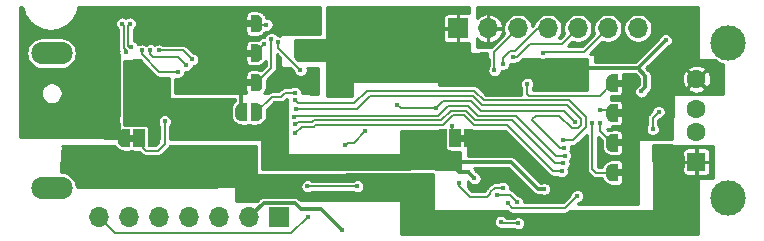
<source format=gbr>
G04 #@! TF.GenerationSoftware,KiCad,Pcbnew,5.1.6-c6e7f7d~87~ubuntu18.04.1*
G04 #@! TF.CreationDate,2021-03-10T21:37:55+06:00*
G04 #@! TF.ProjectId,USG_plus_QFN,5553475f-706c-4757-935f-51464e2e6b69,rev?*
G04 #@! TF.SameCoordinates,Original*
G04 #@! TF.FileFunction,Copper,L2,Bot*
G04 #@! TF.FilePolarity,Positive*
%FSLAX46Y46*%
G04 Gerber Fmt 4.6, Leading zero omitted, Abs format (unit mm)*
G04 Created by KiCad (PCBNEW 5.1.6-c6e7f7d~87~ubuntu18.04.1) date 2021-03-10 21:37:55*
%MOMM*%
%LPD*%
G01*
G04 APERTURE LIST*
G04 #@! TA.AperFunction,EtchedComponent*
%ADD10C,0.100000*%
G04 #@! TD*
G04 #@! TA.AperFunction,ComponentPad*
%ADD11O,3.500000X1.900000*%
G04 #@! TD*
G04 #@! TA.AperFunction,ComponentPad*
%ADD12O,1.700000X1.700000*%
G04 #@! TD*
G04 #@! TA.AperFunction,ComponentPad*
%ADD13R,1.700000X1.700000*%
G04 #@! TD*
G04 #@! TA.AperFunction,ComponentPad*
%ADD14C,3.000000*%
G04 #@! TD*
G04 #@! TA.AperFunction,ComponentPad*
%ADD15R,1.500000X1.600000*%
G04 #@! TD*
G04 #@! TA.AperFunction,ComponentPad*
%ADD16C,1.600000*%
G04 #@! TD*
G04 #@! TA.AperFunction,SMDPad,CuDef*
%ADD17C,0.100000*%
G04 #@! TD*
G04 #@! TA.AperFunction,SMDPad,CuDef*
%ADD18R,1.000000X1.500000*%
G04 #@! TD*
G04 #@! TA.AperFunction,ViaPad*
%ADD19C,0.450000*%
G04 #@! TD*
G04 #@! TA.AperFunction,Conductor*
%ADD20C,0.300000*%
G04 #@! TD*
G04 #@! TA.AperFunction,Conductor*
%ADD21C,0.200000*%
G04 #@! TD*
G04 #@! TA.AperFunction,Conductor*
%ADD22C,0.254000*%
G04 #@! TD*
G04 APERTURE END LIST*
D10*
G36*
X109600000Y-141800000D02*
G01*
X110100000Y-141800000D01*
X110100000Y-141200000D01*
X109600000Y-141200000D01*
X109600000Y-141800000D01*
G37*
G36*
X120050000Y-132100000D02*
G01*
X119550000Y-132100000D01*
X119550000Y-131500000D01*
X120050000Y-131500000D01*
X120050000Y-132100000D01*
G37*
G36*
X120050000Y-134600000D02*
G01*
X119550000Y-134600000D01*
X119550000Y-134000000D01*
X120050000Y-134000000D01*
X120050000Y-134600000D01*
G37*
G36*
X120050000Y-137100000D02*
G01*
X119550000Y-137100000D01*
X119550000Y-136500000D01*
X120050000Y-136500000D01*
X120050000Y-137100000D01*
G37*
G36*
X138200000Y-141200000D02*
G01*
X137700000Y-141200000D01*
X137700000Y-141800000D01*
X138200000Y-141800000D01*
X138200000Y-141200000D01*
G37*
G36*
X150980000Y-136540000D02*
G01*
X151480000Y-136540000D01*
X151480000Y-137140000D01*
X150980000Y-137140000D01*
X150980000Y-136540000D01*
G37*
G36*
X150980000Y-139070000D02*
G01*
X151480000Y-139070000D01*
X151480000Y-139670000D01*
X150980000Y-139670000D01*
X150980000Y-139070000D01*
G37*
G36*
X150970000Y-141600000D02*
G01*
X151470000Y-141600000D01*
X151470000Y-142200000D01*
X150970000Y-142200000D01*
X150970000Y-141600000D01*
G37*
G36*
X150970000Y-144110000D02*
G01*
X151470000Y-144110000D01*
X151470000Y-144710000D01*
X150970000Y-144710000D01*
X150970000Y-144110000D01*
G37*
D11*
X103100000Y-145700000D03*
X103100000Y-134300000D03*
D12*
X107160000Y-148200000D03*
X109700000Y-148200000D03*
X112240000Y-148200000D03*
X114780000Y-148200000D03*
X117320000Y-148200000D03*
X119860000Y-148200000D03*
D13*
X122400000Y-148200000D03*
X137500000Y-132200000D03*
D12*
X140040000Y-132200000D03*
X142580000Y-132200000D03*
X145120000Y-132200000D03*
X147660000Y-132200000D03*
X150200000Y-132200000D03*
X152740000Y-132200000D03*
D14*
X160410000Y-146570000D03*
X160410000Y-133430000D03*
D15*
X157700000Y-143500000D03*
D16*
X157700000Y-141000000D03*
X157700000Y-139000000D03*
X157700000Y-136500000D03*
G04 #@! TA.AperFunction,SMDPad,CuDef*
D17*
G36*
X111800000Y-140750602D02*
G01*
X111824534Y-140750602D01*
X111873365Y-140755412D01*
X111921490Y-140764984D01*
X111968445Y-140779228D01*
X112013778Y-140798005D01*
X112057051Y-140821136D01*
X112097850Y-140848396D01*
X112135779Y-140879524D01*
X112170476Y-140914221D01*
X112201604Y-140952150D01*
X112228864Y-140992949D01*
X112251995Y-141036222D01*
X112270772Y-141081555D01*
X112285016Y-141128510D01*
X112294588Y-141176635D01*
X112299398Y-141225466D01*
X112299398Y-141250000D01*
X112300000Y-141250000D01*
X112300000Y-141750000D01*
X112299398Y-141750000D01*
X112299398Y-141774534D01*
X112294588Y-141823365D01*
X112285016Y-141871490D01*
X112270772Y-141918445D01*
X112251995Y-141963778D01*
X112228864Y-142007051D01*
X112201604Y-142047850D01*
X112170476Y-142085779D01*
X112135779Y-142120476D01*
X112097850Y-142151604D01*
X112057051Y-142178864D01*
X112013778Y-142201995D01*
X111968445Y-142220772D01*
X111921490Y-142235016D01*
X111873365Y-142244588D01*
X111824534Y-142249398D01*
X111800000Y-142249398D01*
X111800000Y-142250000D01*
X111250000Y-142250000D01*
X111250000Y-140750000D01*
X111800000Y-140750000D01*
X111800000Y-140750602D01*
G37*
G04 #@! TD.AperFunction*
D18*
X110500000Y-141500000D03*
G04 #@! TA.AperFunction,SMDPad,CuDef*
D17*
G36*
X109750000Y-142250000D02*
G01*
X109200000Y-142250000D01*
X109200000Y-142249398D01*
X109175466Y-142249398D01*
X109126635Y-142244588D01*
X109078510Y-142235016D01*
X109031555Y-142220772D01*
X108986222Y-142201995D01*
X108942949Y-142178864D01*
X108902150Y-142151604D01*
X108864221Y-142120476D01*
X108829524Y-142085779D01*
X108798396Y-142047850D01*
X108771136Y-142007051D01*
X108748005Y-141963778D01*
X108729228Y-141918445D01*
X108714984Y-141871490D01*
X108705412Y-141823365D01*
X108700602Y-141774534D01*
X108700602Y-141750000D01*
X108700000Y-141750000D01*
X108700000Y-141250000D01*
X108700602Y-141250000D01*
X108700602Y-141225466D01*
X108705412Y-141176635D01*
X108714984Y-141128510D01*
X108729228Y-141081555D01*
X108748005Y-141036222D01*
X108771136Y-140992949D01*
X108798396Y-140952150D01*
X108829524Y-140914221D01*
X108864221Y-140879524D01*
X108902150Y-140848396D01*
X108942949Y-140821136D01*
X108986222Y-140798005D01*
X109031555Y-140779228D01*
X109078510Y-140764984D01*
X109126635Y-140755412D01*
X109175466Y-140750602D01*
X109200000Y-140750602D01*
X109200000Y-140750000D01*
X109750000Y-140750000D01*
X109750000Y-142250000D01*
G37*
G04 #@! TD.AperFunction*
G04 #@! TA.AperFunction,SMDPad,CuDef*
G36*
X119650000Y-132550000D02*
G01*
X119150000Y-132550000D01*
X119150000Y-132549398D01*
X119125466Y-132549398D01*
X119076635Y-132544588D01*
X119028510Y-132535016D01*
X118981555Y-132520772D01*
X118936222Y-132501995D01*
X118892949Y-132478864D01*
X118852150Y-132451604D01*
X118814221Y-132420476D01*
X118779524Y-132385779D01*
X118748396Y-132347850D01*
X118721136Y-132307051D01*
X118698005Y-132263778D01*
X118679228Y-132218445D01*
X118664984Y-132171490D01*
X118655412Y-132123365D01*
X118650602Y-132074534D01*
X118650602Y-132050000D01*
X118650000Y-132050000D01*
X118650000Y-131550000D01*
X118650602Y-131550000D01*
X118650602Y-131525466D01*
X118655412Y-131476635D01*
X118664984Y-131428510D01*
X118679228Y-131381555D01*
X118698005Y-131336222D01*
X118721136Y-131292949D01*
X118748396Y-131252150D01*
X118779524Y-131214221D01*
X118814221Y-131179524D01*
X118852150Y-131148396D01*
X118892949Y-131121136D01*
X118936222Y-131098005D01*
X118981555Y-131079228D01*
X119028510Y-131064984D01*
X119076635Y-131055412D01*
X119125466Y-131050602D01*
X119150000Y-131050602D01*
X119150000Y-131050000D01*
X119650000Y-131050000D01*
X119650000Y-132550000D01*
G37*
G04 #@! TD.AperFunction*
G04 #@! TA.AperFunction,SMDPad,CuDef*
G36*
X120450000Y-131050602D02*
G01*
X120474534Y-131050602D01*
X120523365Y-131055412D01*
X120571490Y-131064984D01*
X120618445Y-131079228D01*
X120663778Y-131098005D01*
X120707051Y-131121136D01*
X120747850Y-131148396D01*
X120785779Y-131179524D01*
X120820476Y-131214221D01*
X120851604Y-131252150D01*
X120878864Y-131292949D01*
X120901995Y-131336222D01*
X120920772Y-131381555D01*
X120935016Y-131428510D01*
X120944588Y-131476635D01*
X120949398Y-131525466D01*
X120949398Y-131550000D01*
X120950000Y-131550000D01*
X120950000Y-132050000D01*
X120949398Y-132050000D01*
X120949398Y-132074534D01*
X120944588Y-132123365D01*
X120935016Y-132171490D01*
X120920772Y-132218445D01*
X120901995Y-132263778D01*
X120878864Y-132307051D01*
X120851604Y-132347850D01*
X120820476Y-132385779D01*
X120785779Y-132420476D01*
X120747850Y-132451604D01*
X120707051Y-132478864D01*
X120663778Y-132501995D01*
X120618445Y-132520772D01*
X120571490Y-132535016D01*
X120523365Y-132544588D01*
X120474534Y-132549398D01*
X120450000Y-132549398D01*
X120450000Y-132550000D01*
X119950000Y-132550000D01*
X119950000Y-131050000D01*
X120450000Y-131050000D01*
X120450000Y-131050602D01*
G37*
G04 #@! TD.AperFunction*
G04 #@! TA.AperFunction,SMDPad,CuDef*
G36*
X120450000Y-133550602D02*
G01*
X120474534Y-133550602D01*
X120523365Y-133555412D01*
X120571490Y-133564984D01*
X120618445Y-133579228D01*
X120663778Y-133598005D01*
X120707051Y-133621136D01*
X120747850Y-133648396D01*
X120785779Y-133679524D01*
X120820476Y-133714221D01*
X120851604Y-133752150D01*
X120878864Y-133792949D01*
X120901995Y-133836222D01*
X120920772Y-133881555D01*
X120935016Y-133928510D01*
X120944588Y-133976635D01*
X120949398Y-134025466D01*
X120949398Y-134050000D01*
X120950000Y-134050000D01*
X120950000Y-134550000D01*
X120949398Y-134550000D01*
X120949398Y-134574534D01*
X120944588Y-134623365D01*
X120935016Y-134671490D01*
X120920772Y-134718445D01*
X120901995Y-134763778D01*
X120878864Y-134807051D01*
X120851604Y-134847850D01*
X120820476Y-134885779D01*
X120785779Y-134920476D01*
X120747850Y-134951604D01*
X120707051Y-134978864D01*
X120663778Y-135001995D01*
X120618445Y-135020772D01*
X120571490Y-135035016D01*
X120523365Y-135044588D01*
X120474534Y-135049398D01*
X120450000Y-135049398D01*
X120450000Y-135050000D01*
X119950000Y-135050000D01*
X119950000Y-133550000D01*
X120450000Y-133550000D01*
X120450000Y-133550602D01*
G37*
G04 #@! TD.AperFunction*
G04 #@! TA.AperFunction,SMDPad,CuDef*
G36*
X119650000Y-135050000D02*
G01*
X119150000Y-135050000D01*
X119150000Y-135049398D01*
X119125466Y-135049398D01*
X119076635Y-135044588D01*
X119028510Y-135035016D01*
X118981555Y-135020772D01*
X118936222Y-135001995D01*
X118892949Y-134978864D01*
X118852150Y-134951604D01*
X118814221Y-134920476D01*
X118779524Y-134885779D01*
X118748396Y-134847850D01*
X118721136Y-134807051D01*
X118698005Y-134763778D01*
X118679228Y-134718445D01*
X118664984Y-134671490D01*
X118655412Y-134623365D01*
X118650602Y-134574534D01*
X118650602Y-134550000D01*
X118650000Y-134550000D01*
X118650000Y-134050000D01*
X118650602Y-134050000D01*
X118650602Y-134025466D01*
X118655412Y-133976635D01*
X118664984Y-133928510D01*
X118679228Y-133881555D01*
X118698005Y-133836222D01*
X118721136Y-133792949D01*
X118748396Y-133752150D01*
X118779524Y-133714221D01*
X118814221Y-133679524D01*
X118852150Y-133648396D01*
X118892949Y-133621136D01*
X118936222Y-133598005D01*
X118981555Y-133579228D01*
X119028510Y-133564984D01*
X119076635Y-133555412D01*
X119125466Y-133550602D01*
X119150000Y-133550602D01*
X119150000Y-133550000D01*
X119650000Y-133550000D01*
X119650000Y-135050000D01*
G37*
G04 #@! TD.AperFunction*
G04 #@! TA.AperFunction,SMDPad,CuDef*
G36*
X120450000Y-136050602D02*
G01*
X120474534Y-136050602D01*
X120523365Y-136055412D01*
X120571490Y-136064984D01*
X120618445Y-136079228D01*
X120663778Y-136098005D01*
X120707051Y-136121136D01*
X120747850Y-136148396D01*
X120785779Y-136179524D01*
X120820476Y-136214221D01*
X120851604Y-136252150D01*
X120878864Y-136292949D01*
X120901995Y-136336222D01*
X120920772Y-136381555D01*
X120935016Y-136428510D01*
X120944588Y-136476635D01*
X120949398Y-136525466D01*
X120949398Y-136550000D01*
X120950000Y-136550000D01*
X120950000Y-137050000D01*
X120949398Y-137050000D01*
X120949398Y-137074534D01*
X120944588Y-137123365D01*
X120935016Y-137171490D01*
X120920772Y-137218445D01*
X120901995Y-137263778D01*
X120878864Y-137307051D01*
X120851604Y-137347850D01*
X120820476Y-137385779D01*
X120785779Y-137420476D01*
X120747850Y-137451604D01*
X120707051Y-137478864D01*
X120663778Y-137501995D01*
X120618445Y-137520772D01*
X120571490Y-137535016D01*
X120523365Y-137544588D01*
X120474534Y-137549398D01*
X120450000Y-137549398D01*
X120450000Y-137550000D01*
X119950000Y-137550000D01*
X119950000Y-136050000D01*
X120450000Y-136050000D01*
X120450000Y-136050602D01*
G37*
G04 #@! TD.AperFunction*
G04 #@! TA.AperFunction,SMDPad,CuDef*
G36*
X119650000Y-137550000D02*
G01*
X119150000Y-137550000D01*
X119150000Y-137549398D01*
X119125466Y-137549398D01*
X119076635Y-137544588D01*
X119028510Y-137535016D01*
X118981555Y-137520772D01*
X118936222Y-137501995D01*
X118892949Y-137478864D01*
X118852150Y-137451604D01*
X118814221Y-137420476D01*
X118779524Y-137385779D01*
X118748396Y-137347850D01*
X118721136Y-137307051D01*
X118698005Y-137263778D01*
X118679228Y-137218445D01*
X118664984Y-137171490D01*
X118655412Y-137123365D01*
X118650602Y-137074534D01*
X118650602Y-137050000D01*
X118650000Y-137050000D01*
X118650000Y-136550000D01*
X118650602Y-136550000D01*
X118650602Y-136525466D01*
X118655412Y-136476635D01*
X118664984Y-136428510D01*
X118679228Y-136381555D01*
X118698005Y-136336222D01*
X118721136Y-136292949D01*
X118748396Y-136252150D01*
X118779524Y-136214221D01*
X118814221Y-136179524D01*
X118852150Y-136148396D01*
X118892949Y-136121136D01*
X118936222Y-136098005D01*
X118981555Y-136079228D01*
X119028510Y-136064984D01*
X119076635Y-136055412D01*
X119125466Y-136050602D01*
X119150000Y-136050602D01*
X119150000Y-136050000D01*
X119650000Y-136050000D01*
X119650000Y-137550000D01*
G37*
G04 #@! TD.AperFunction*
G04 #@! TA.AperFunction,SMDPad,CuDef*
G36*
X119650000Y-140050000D02*
G01*
X119150000Y-140050000D01*
X119150000Y-140049398D01*
X119125466Y-140049398D01*
X119076635Y-140044588D01*
X119028510Y-140035016D01*
X118981555Y-140020772D01*
X118936222Y-140001995D01*
X118892949Y-139978864D01*
X118852150Y-139951604D01*
X118814221Y-139920476D01*
X118779524Y-139885779D01*
X118748396Y-139847850D01*
X118721136Y-139807051D01*
X118698005Y-139763778D01*
X118679228Y-139718445D01*
X118664984Y-139671490D01*
X118655412Y-139623365D01*
X118650602Y-139574534D01*
X118650602Y-139550000D01*
X118650000Y-139550000D01*
X118650000Y-139050000D01*
X118650602Y-139050000D01*
X118650602Y-139025466D01*
X118655412Y-138976635D01*
X118664984Y-138928510D01*
X118679228Y-138881555D01*
X118698005Y-138836222D01*
X118721136Y-138792949D01*
X118748396Y-138752150D01*
X118779524Y-138714221D01*
X118814221Y-138679524D01*
X118852150Y-138648396D01*
X118892949Y-138621136D01*
X118936222Y-138598005D01*
X118981555Y-138579228D01*
X119028510Y-138564984D01*
X119076635Y-138555412D01*
X119125466Y-138550602D01*
X119150000Y-138550602D01*
X119150000Y-138550000D01*
X119650000Y-138550000D01*
X119650000Y-140050000D01*
G37*
G04 #@! TD.AperFunction*
G04 #@! TA.AperFunction,SMDPad,CuDef*
G36*
X120450000Y-138550602D02*
G01*
X120474534Y-138550602D01*
X120523365Y-138555412D01*
X120571490Y-138564984D01*
X120618445Y-138579228D01*
X120663778Y-138598005D01*
X120707051Y-138621136D01*
X120747850Y-138648396D01*
X120785779Y-138679524D01*
X120820476Y-138714221D01*
X120851604Y-138752150D01*
X120878864Y-138792949D01*
X120901995Y-138836222D01*
X120920772Y-138881555D01*
X120935016Y-138928510D01*
X120944588Y-138976635D01*
X120949398Y-139025466D01*
X120949398Y-139050000D01*
X120950000Y-139050000D01*
X120950000Y-139550000D01*
X120949398Y-139550000D01*
X120949398Y-139574534D01*
X120944588Y-139623365D01*
X120935016Y-139671490D01*
X120920772Y-139718445D01*
X120901995Y-139763778D01*
X120878864Y-139807051D01*
X120851604Y-139847850D01*
X120820476Y-139885779D01*
X120785779Y-139920476D01*
X120747850Y-139951604D01*
X120707051Y-139978864D01*
X120663778Y-140001995D01*
X120618445Y-140020772D01*
X120571490Y-140035016D01*
X120523365Y-140044588D01*
X120474534Y-140049398D01*
X120450000Y-140049398D01*
X120450000Y-140050000D01*
X119950000Y-140050000D01*
X119950000Y-138550000D01*
X120450000Y-138550000D01*
X120450000Y-138550602D01*
G37*
G04 #@! TD.AperFunction*
G04 #@! TA.AperFunction,SMDPad,CuDef*
G36*
X138050000Y-140750000D02*
G01*
X138600000Y-140750000D01*
X138600000Y-140750602D01*
X138624534Y-140750602D01*
X138673365Y-140755412D01*
X138721490Y-140764984D01*
X138768445Y-140779228D01*
X138813778Y-140798005D01*
X138857051Y-140821136D01*
X138897850Y-140848396D01*
X138935779Y-140879524D01*
X138970476Y-140914221D01*
X139001604Y-140952150D01*
X139028864Y-140992949D01*
X139051995Y-141036222D01*
X139070772Y-141081555D01*
X139085016Y-141128510D01*
X139094588Y-141176635D01*
X139099398Y-141225466D01*
X139099398Y-141250000D01*
X139100000Y-141250000D01*
X139100000Y-141750000D01*
X139099398Y-141750000D01*
X139099398Y-141774534D01*
X139094588Y-141823365D01*
X139085016Y-141871490D01*
X139070772Y-141918445D01*
X139051995Y-141963778D01*
X139028864Y-142007051D01*
X139001604Y-142047850D01*
X138970476Y-142085779D01*
X138935779Y-142120476D01*
X138897850Y-142151604D01*
X138857051Y-142178864D01*
X138813778Y-142201995D01*
X138768445Y-142220772D01*
X138721490Y-142235016D01*
X138673365Y-142244588D01*
X138624534Y-142249398D01*
X138600000Y-142249398D01*
X138600000Y-142250000D01*
X138050000Y-142250000D01*
X138050000Y-140750000D01*
G37*
G04 #@! TD.AperFunction*
D18*
X137300000Y-141500000D03*
G04 #@! TA.AperFunction,SMDPad,CuDef*
D17*
G36*
X136000000Y-142249398D02*
G01*
X135975466Y-142249398D01*
X135926635Y-142244588D01*
X135878510Y-142235016D01*
X135831555Y-142220772D01*
X135786222Y-142201995D01*
X135742949Y-142178864D01*
X135702150Y-142151604D01*
X135664221Y-142120476D01*
X135629524Y-142085779D01*
X135598396Y-142047850D01*
X135571136Y-142007051D01*
X135548005Y-141963778D01*
X135529228Y-141918445D01*
X135514984Y-141871490D01*
X135505412Y-141823365D01*
X135500602Y-141774534D01*
X135500602Y-141750000D01*
X135500000Y-141750000D01*
X135500000Y-141250000D01*
X135500602Y-141250000D01*
X135500602Y-141225466D01*
X135505412Y-141176635D01*
X135514984Y-141128510D01*
X135529228Y-141081555D01*
X135548005Y-141036222D01*
X135571136Y-140992949D01*
X135598396Y-140952150D01*
X135629524Y-140914221D01*
X135664221Y-140879524D01*
X135702150Y-140848396D01*
X135742949Y-140821136D01*
X135786222Y-140798005D01*
X135831555Y-140779228D01*
X135878510Y-140764984D01*
X135926635Y-140755412D01*
X135975466Y-140750602D01*
X136000000Y-140750602D01*
X136000000Y-140750000D01*
X136550000Y-140750000D01*
X136550000Y-142250000D01*
X136000000Y-142250000D01*
X136000000Y-142249398D01*
G37*
G04 #@! TD.AperFunction*
G04 #@! TA.AperFunction,SMDPad,CuDef*
G36*
X150580000Y-137589398D02*
G01*
X150555466Y-137589398D01*
X150506635Y-137584588D01*
X150458510Y-137575016D01*
X150411555Y-137560772D01*
X150366222Y-137541995D01*
X150322949Y-137518864D01*
X150282150Y-137491604D01*
X150244221Y-137460476D01*
X150209524Y-137425779D01*
X150178396Y-137387850D01*
X150151136Y-137347051D01*
X150128005Y-137303778D01*
X150109228Y-137258445D01*
X150094984Y-137211490D01*
X150085412Y-137163365D01*
X150080602Y-137114534D01*
X150080602Y-137090000D01*
X150080000Y-137090000D01*
X150080000Y-136590000D01*
X150080602Y-136590000D01*
X150080602Y-136565466D01*
X150085412Y-136516635D01*
X150094984Y-136468510D01*
X150109228Y-136421555D01*
X150128005Y-136376222D01*
X150151136Y-136332949D01*
X150178396Y-136292150D01*
X150209524Y-136254221D01*
X150244221Y-136219524D01*
X150282150Y-136188396D01*
X150322949Y-136161136D01*
X150366222Y-136138005D01*
X150411555Y-136119228D01*
X150458510Y-136104984D01*
X150506635Y-136095412D01*
X150555466Y-136090602D01*
X150580000Y-136090602D01*
X150580000Y-136090000D01*
X151080000Y-136090000D01*
X151080000Y-137590000D01*
X150580000Y-137590000D01*
X150580000Y-137589398D01*
G37*
G04 #@! TD.AperFunction*
G04 #@! TA.AperFunction,SMDPad,CuDef*
G36*
X151380000Y-136090000D02*
G01*
X151880000Y-136090000D01*
X151880000Y-136090602D01*
X151904534Y-136090602D01*
X151953365Y-136095412D01*
X152001490Y-136104984D01*
X152048445Y-136119228D01*
X152093778Y-136138005D01*
X152137051Y-136161136D01*
X152177850Y-136188396D01*
X152215779Y-136219524D01*
X152250476Y-136254221D01*
X152281604Y-136292150D01*
X152308864Y-136332949D01*
X152331995Y-136376222D01*
X152350772Y-136421555D01*
X152365016Y-136468510D01*
X152374588Y-136516635D01*
X152379398Y-136565466D01*
X152379398Y-136590000D01*
X152380000Y-136590000D01*
X152380000Y-137090000D01*
X152379398Y-137090000D01*
X152379398Y-137114534D01*
X152374588Y-137163365D01*
X152365016Y-137211490D01*
X152350772Y-137258445D01*
X152331995Y-137303778D01*
X152308864Y-137347051D01*
X152281604Y-137387850D01*
X152250476Y-137425779D01*
X152215779Y-137460476D01*
X152177850Y-137491604D01*
X152137051Y-137518864D01*
X152093778Y-137541995D01*
X152048445Y-137560772D01*
X152001490Y-137575016D01*
X151953365Y-137584588D01*
X151904534Y-137589398D01*
X151880000Y-137589398D01*
X151880000Y-137590000D01*
X151380000Y-137590000D01*
X151380000Y-136090000D01*
G37*
G04 #@! TD.AperFunction*
G04 #@! TA.AperFunction,SMDPad,CuDef*
G36*
X151380000Y-138620000D02*
G01*
X151880000Y-138620000D01*
X151880000Y-138620602D01*
X151904534Y-138620602D01*
X151953365Y-138625412D01*
X152001490Y-138634984D01*
X152048445Y-138649228D01*
X152093778Y-138668005D01*
X152137051Y-138691136D01*
X152177850Y-138718396D01*
X152215779Y-138749524D01*
X152250476Y-138784221D01*
X152281604Y-138822150D01*
X152308864Y-138862949D01*
X152331995Y-138906222D01*
X152350772Y-138951555D01*
X152365016Y-138998510D01*
X152374588Y-139046635D01*
X152379398Y-139095466D01*
X152379398Y-139120000D01*
X152380000Y-139120000D01*
X152380000Y-139620000D01*
X152379398Y-139620000D01*
X152379398Y-139644534D01*
X152374588Y-139693365D01*
X152365016Y-139741490D01*
X152350772Y-139788445D01*
X152331995Y-139833778D01*
X152308864Y-139877051D01*
X152281604Y-139917850D01*
X152250476Y-139955779D01*
X152215779Y-139990476D01*
X152177850Y-140021604D01*
X152137051Y-140048864D01*
X152093778Y-140071995D01*
X152048445Y-140090772D01*
X152001490Y-140105016D01*
X151953365Y-140114588D01*
X151904534Y-140119398D01*
X151880000Y-140119398D01*
X151880000Y-140120000D01*
X151380000Y-140120000D01*
X151380000Y-138620000D01*
G37*
G04 #@! TD.AperFunction*
G04 #@! TA.AperFunction,SMDPad,CuDef*
G36*
X150580000Y-140119398D02*
G01*
X150555466Y-140119398D01*
X150506635Y-140114588D01*
X150458510Y-140105016D01*
X150411555Y-140090772D01*
X150366222Y-140071995D01*
X150322949Y-140048864D01*
X150282150Y-140021604D01*
X150244221Y-139990476D01*
X150209524Y-139955779D01*
X150178396Y-139917850D01*
X150151136Y-139877051D01*
X150128005Y-139833778D01*
X150109228Y-139788445D01*
X150094984Y-139741490D01*
X150085412Y-139693365D01*
X150080602Y-139644534D01*
X150080602Y-139620000D01*
X150080000Y-139620000D01*
X150080000Y-139120000D01*
X150080602Y-139120000D01*
X150080602Y-139095466D01*
X150085412Y-139046635D01*
X150094984Y-138998510D01*
X150109228Y-138951555D01*
X150128005Y-138906222D01*
X150151136Y-138862949D01*
X150178396Y-138822150D01*
X150209524Y-138784221D01*
X150244221Y-138749524D01*
X150282150Y-138718396D01*
X150322949Y-138691136D01*
X150366222Y-138668005D01*
X150411555Y-138649228D01*
X150458510Y-138634984D01*
X150506635Y-138625412D01*
X150555466Y-138620602D01*
X150580000Y-138620602D01*
X150580000Y-138620000D01*
X151080000Y-138620000D01*
X151080000Y-140120000D01*
X150580000Y-140120000D01*
X150580000Y-140119398D01*
G37*
G04 #@! TD.AperFunction*
G04 #@! TA.AperFunction,SMDPad,CuDef*
G36*
X150570000Y-142649398D02*
G01*
X150545466Y-142649398D01*
X150496635Y-142644588D01*
X150448510Y-142635016D01*
X150401555Y-142620772D01*
X150356222Y-142601995D01*
X150312949Y-142578864D01*
X150272150Y-142551604D01*
X150234221Y-142520476D01*
X150199524Y-142485779D01*
X150168396Y-142447850D01*
X150141136Y-142407051D01*
X150118005Y-142363778D01*
X150099228Y-142318445D01*
X150084984Y-142271490D01*
X150075412Y-142223365D01*
X150070602Y-142174534D01*
X150070602Y-142150000D01*
X150070000Y-142150000D01*
X150070000Y-141650000D01*
X150070602Y-141650000D01*
X150070602Y-141625466D01*
X150075412Y-141576635D01*
X150084984Y-141528510D01*
X150099228Y-141481555D01*
X150118005Y-141436222D01*
X150141136Y-141392949D01*
X150168396Y-141352150D01*
X150199524Y-141314221D01*
X150234221Y-141279524D01*
X150272150Y-141248396D01*
X150312949Y-141221136D01*
X150356222Y-141198005D01*
X150401555Y-141179228D01*
X150448510Y-141164984D01*
X150496635Y-141155412D01*
X150545466Y-141150602D01*
X150570000Y-141150602D01*
X150570000Y-141150000D01*
X151070000Y-141150000D01*
X151070000Y-142650000D01*
X150570000Y-142650000D01*
X150570000Y-142649398D01*
G37*
G04 #@! TD.AperFunction*
G04 #@! TA.AperFunction,SMDPad,CuDef*
G36*
X151370000Y-141150000D02*
G01*
X151870000Y-141150000D01*
X151870000Y-141150602D01*
X151894534Y-141150602D01*
X151943365Y-141155412D01*
X151991490Y-141164984D01*
X152038445Y-141179228D01*
X152083778Y-141198005D01*
X152127051Y-141221136D01*
X152167850Y-141248396D01*
X152205779Y-141279524D01*
X152240476Y-141314221D01*
X152271604Y-141352150D01*
X152298864Y-141392949D01*
X152321995Y-141436222D01*
X152340772Y-141481555D01*
X152355016Y-141528510D01*
X152364588Y-141576635D01*
X152369398Y-141625466D01*
X152369398Y-141650000D01*
X152370000Y-141650000D01*
X152370000Y-142150000D01*
X152369398Y-142150000D01*
X152369398Y-142174534D01*
X152364588Y-142223365D01*
X152355016Y-142271490D01*
X152340772Y-142318445D01*
X152321995Y-142363778D01*
X152298864Y-142407051D01*
X152271604Y-142447850D01*
X152240476Y-142485779D01*
X152205779Y-142520476D01*
X152167850Y-142551604D01*
X152127051Y-142578864D01*
X152083778Y-142601995D01*
X152038445Y-142620772D01*
X151991490Y-142635016D01*
X151943365Y-142644588D01*
X151894534Y-142649398D01*
X151870000Y-142649398D01*
X151870000Y-142650000D01*
X151370000Y-142650000D01*
X151370000Y-141150000D01*
G37*
G04 #@! TD.AperFunction*
G04 #@! TA.AperFunction,SMDPad,CuDef*
G36*
X151370000Y-143660000D02*
G01*
X151870000Y-143660000D01*
X151870000Y-143660602D01*
X151894534Y-143660602D01*
X151943365Y-143665412D01*
X151991490Y-143674984D01*
X152038445Y-143689228D01*
X152083778Y-143708005D01*
X152127051Y-143731136D01*
X152167850Y-143758396D01*
X152205779Y-143789524D01*
X152240476Y-143824221D01*
X152271604Y-143862150D01*
X152298864Y-143902949D01*
X152321995Y-143946222D01*
X152340772Y-143991555D01*
X152355016Y-144038510D01*
X152364588Y-144086635D01*
X152369398Y-144135466D01*
X152369398Y-144160000D01*
X152370000Y-144160000D01*
X152370000Y-144660000D01*
X152369398Y-144660000D01*
X152369398Y-144684534D01*
X152364588Y-144733365D01*
X152355016Y-144781490D01*
X152340772Y-144828445D01*
X152321995Y-144873778D01*
X152298864Y-144917051D01*
X152271604Y-144957850D01*
X152240476Y-144995779D01*
X152205779Y-145030476D01*
X152167850Y-145061604D01*
X152127051Y-145088864D01*
X152083778Y-145111995D01*
X152038445Y-145130772D01*
X151991490Y-145145016D01*
X151943365Y-145154588D01*
X151894534Y-145159398D01*
X151870000Y-145159398D01*
X151870000Y-145160000D01*
X151370000Y-145160000D01*
X151370000Y-143660000D01*
G37*
G04 #@! TD.AperFunction*
G04 #@! TA.AperFunction,SMDPad,CuDef*
G36*
X150570000Y-145159398D02*
G01*
X150545466Y-145159398D01*
X150496635Y-145154588D01*
X150448510Y-145145016D01*
X150401555Y-145130772D01*
X150356222Y-145111995D01*
X150312949Y-145088864D01*
X150272150Y-145061604D01*
X150234221Y-145030476D01*
X150199524Y-144995779D01*
X150168396Y-144957850D01*
X150141136Y-144917051D01*
X150118005Y-144873778D01*
X150099228Y-144828445D01*
X150084984Y-144781490D01*
X150075412Y-144733365D01*
X150070602Y-144684534D01*
X150070602Y-144660000D01*
X150070000Y-144660000D01*
X150070000Y-144160000D01*
X150070602Y-144160000D01*
X150070602Y-144135466D01*
X150075412Y-144086635D01*
X150084984Y-144038510D01*
X150099228Y-143991555D01*
X150118005Y-143946222D01*
X150141136Y-143902949D01*
X150168396Y-143862150D01*
X150199524Y-143824221D01*
X150234221Y-143789524D01*
X150272150Y-143758396D01*
X150312949Y-143731136D01*
X150356222Y-143708005D01*
X150401555Y-143689228D01*
X150448510Y-143674984D01*
X150496635Y-143665412D01*
X150545466Y-143660602D01*
X150570000Y-143660602D01*
X150570000Y-143660000D01*
X151070000Y-143660000D01*
X151070000Y-145160000D01*
X150570000Y-145160000D01*
X150570000Y-145159398D01*
G37*
G04 #@! TD.AperFunction*
D19*
X133720000Y-147060000D03*
X134930000Y-148610000D03*
X134970000Y-149430000D03*
X107900000Y-143490000D03*
X105830000Y-142340000D03*
X105850000Y-144570000D03*
X104130000Y-143500000D03*
X135030000Y-147500000D03*
X133110000Y-147040000D03*
X125820000Y-144870000D03*
X154500000Y-143200000D03*
X122000000Y-137100000D03*
X122000000Y-136300000D03*
X125200000Y-131300000D03*
X124600000Y-132200000D03*
X124500000Y-130700000D03*
X117100000Y-136200000D03*
X117100000Y-136900000D03*
X117100000Y-137500000D03*
X121500000Y-137500000D03*
X125510000Y-137300000D03*
X125550000Y-136460000D03*
X140940000Y-141960000D03*
X140540000Y-141260000D03*
X142540000Y-142460000D03*
X141940000Y-141860000D03*
X141340000Y-141260000D03*
X124910000Y-136800000D03*
X124950000Y-136060000D03*
X138980000Y-145924999D03*
X139740000Y-145960000D03*
X107730000Y-141520000D03*
X105850000Y-135410000D03*
X104050000Y-136490000D03*
X105840000Y-137580000D03*
X107690000Y-136500000D03*
X108290000Y-135390000D03*
X143096880Y-146375000D03*
X153700000Y-141400000D03*
X121500000Y-136800000D03*
X107100000Y-140000000D03*
X127700000Y-149300000D03*
X152800000Y-136900000D03*
X122100000Y-130800000D03*
X134600000Y-136200000D03*
X134590000Y-134910000D03*
X133400000Y-136250000D03*
X133990000Y-135560000D03*
X133400000Y-134900000D03*
X109480000Y-137325000D03*
X130760000Y-143940000D03*
X131400000Y-143960000D03*
X132070000Y-143960000D03*
X124930000Y-143920000D03*
X124920000Y-143250000D03*
X127660000Y-137780000D03*
X133960000Y-142810000D03*
X134540000Y-142210000D03*
X134550000Y-141340000D03*
X133960000Y-141750000D03*
X138864990Y-136975000D03*
X138900000Y-144900000D03*
X138400000Y-144400000D03*
X155100000Y-133200000D03*
X147200000Y-136900000D03*
X145700000Y-137200000D03*
X144800000Y-145800000D03*
X124000000Y-133600000D03*
X123900000Y-134400000D03*
X121300000Y-143300000D03*
X116000000Y-141200000D03*
X113800000Y-138300000D03*
X109300000Y-139900000D03*
X153025000Y-137540689D03*
X124780000Y-148160000D03*
X128980000Y-145580000D03*
X124770000Y-145580000D03*
X129680000Y-140925000D03*
X127970000Y-142100000D03*
X132380000Y-138670000D03*
X135670000Y-138970000D03*
X147431466Y-140138836D03*
X154000000Y-140725000D03*
X154500000Y-139275000D03*
X141721232Y-147021232D03*
X147600000Y-146400000D03*
X142600000Y-148710000D03*
X141148931Y-148575000D03*
X110729909Y-134070091D03*
X113800000Y-135900000D03*
X111451401Y-134051401D03*
X114516834Y-135276122D03*
X112172633Y-134072633D03*
X114996311Y-134837256D03*
X140600000Y-135750026D03*
X141325002Y-135225016D03*
X142149969Y-134649979D03*
X144700000Y-134300004D03*
X112685903Y-140064544D03*
X121300000Y-131900000D03*
X121100000Y-133500000D03*
X121700000Y-133100000D03*
X122300000Y-133400000D03*
X124171238Y-135725000D03*
X123700000Y-137649997D03*
X137036134Y-140487937D03*
X146428232Y-141684831D03*
X123700000Y-138300000D03*
X146496114Y-142331279D03*
X123787147Y-139042241D03*
X146553271Y-142988112D03*
X123665585Y-139680775D03*
X146446902Y-143629352D03*
X123708573Y-140329354D03*
X146300000Y-144300000D03*
X123700000Y-141100000D03*
X137610000Y-145274998D03*
X141300000Y-145700000D03*
X142500000Y-146900000D03*
X140800000Y-146300000D03*
X109829810Y-133770190D03*
X109725000Y-131800000D03*
X109370190Y-134229810D03*
X109075000Y-131800000D03*
X143367738Y-136886120D03*
X149514091Y-139085909D03*
X149531480Y-140200000D03*
X148881477Y-140200000D03*
D20*
X108852323Y-141152323D02*
X109200000Y-141500000D01*
X109180000Y-141520000D02*
X109200000Y-141500000D01*
X107730000Y-141520000D02*
X109180000Y-141520000D01*
X119860000Y-148200000D02*
X121060001Y-146999999D01*
X121060001Y-146999999D02*
X123699999Y-146999999D01*
X123699999Y-146999999D02*
X124200000Y-147500000D01*
X125900000Y-147500000D02*
X127700000Y-149300000D01*
X124200000Y-147500000D02*
X125900000Y-147500000D01*
X119150000Y-139300000D02*
X119150000Y-136800000D01*
X111780000Y-141480000D02*
X111800000Y-141500000D01*
X111780000Y-140350000D02*
X111780000Y-141480000D01*
X109992324Y-139724999D02*
X111154999Y-139724999D01*
X111154999Y-139724999D02*
X111780000Y-140350000D01*
X109427323Y-140290000D02*
X109992324Y-139724999D01*
X124930000Y-143920000D02*
X124930000Y-143260000D01*
X124930000Y-143260000D02*
X124920000Y-143250000D01*
X132070000Y-143960000D02*
X132790000Y-143960000D01*
X132790000Y-143960000D02*
X134540000Y-142210000D01*
X132070000Y-143960000D02*
X134550000Y-141480000D01*
X134550000Y-141480000D02*
X134550000Y-141340000D01*
X132070000Y-143960000D02*
X132810000Y-143960000D01*
X132810000Y-143960000D02*
X133960000Y-142810000D01*
X133960000Y-142810000D02*
X133960000Y-141750000D01*
X135170000Y-142840000D02*
X134540000Y-142210000D01*
X147552921Y-135576495D02*
X152723505Y-135576495D01*
X152723505Y-135576495D02*
X155100000Y-133200000D01*
X138900000Y-144900000D02*
X138400000Y-144400000D01*
X137610000Y-144400000D02*
X134550000Y-141340000D01*
X138400000Y-144400000D02*
X137610000Y-144400000D01*
X144800000Y-145800000D02*
X144300000Y-145800000D01*
X144300000Y-145800000D02*
X142000000Y-143500000D01*
X137252408Y-143500000D02*
X136000000Y-142247592D01*
X136000000Y-142247592D02*
X136000000Y-141500000D01*
X142000000Y-143500000D02*
X137252408Y-143500000D01*
X153375001Y-136227991D02*
X152723505Y-135576495D01*
X153375001Y-137190688D02*
X153375001Y-136227991D01*
X153025000Y-137540689D02*
X153375001Y-137190688D01*
D21*
X108514999Y-149554999D02*
X123385001Y-149554999D01*
X107160000Y-148200000D02*
X108514999Y-149554999D01*
X123385001Y-149554999D02*
X124780000Y-148160000D01*
X128980000Y-145580000D02*
X124770000Y-145580000D01*
X128730000Y-141875000D02*
X129680000Y-140925000D01*
X128730000Y-141875000D02*
X128195000Y-141875000D01*
X128195000Y-141875000D02*
X127970000Y-142100000D01*
X138638613Y-138360010D02*
X139468594Y-139189991D01*
X135670000Y-138970000D02*
X136279990Y-138360010D01*
X136279990Y-138360010D02*
X138638613Y-138360010D01*
X139468594Y-139189991D02*
X146482621Y-139189991D01*
X146482621Y-139189991D02*
X147431466Y-140138836D01*
X154000000Y-140725000D02*
X154000000Y-139775000D01*
X154000000Y-139775000D02*
X154500000Y-139275000D01*
X142125001Y-147425001D02*
X146574999Y-147425001D01*
X141721232Y-147021232D02*
X142125001Y-147425001D01*
X146574999Y-147425001D02*
X147600000Y-146400000D01*
X132680000Y-138970000D02*
X132380000Y-138670000D01*
X135670000Y-138970000D02*
X132680000Y-138970000D01*
X141283931Y-148710000D02*
X141148931Y-148575000D01*
X142600000Y-148710000D02*
X141283931Y-148710000D01*
X112241620Y-135900000D02*
X113800000Y-135900000D01*
X110729909Y-134070091D02*
X110729909Y-134388289D01*
X110729909Y-134388289D02*
X112241620Y-135900000D01*
X111451401Y-134369599D02*
X111681802Y-134600000D01*
X111451401Y-134051401D02*
X111451401Y-134369599D01*
X111681802Y-134600000D02*
X113840712Y-134600000D01*
X113840712Y-134600000D02*
X114516834Y-135276122D01*
X112172633Y-134072633D02*
X114231688Y-134072633D01*
X114231688Y-134072633D02*
X114996311Y-134837256D01*
X142580000Y-132200000D02*
X140600000Y-134180000D01*
X140600000Y-134180000D02*
X140600000Y-135750026D01*
X141898001Y-134124979D02*
X141325002Y-134697978D01*
X141325002Y-134697978D02*
X141325002Y-135225016D01*
X145120000Y-132200000D02*
X144282002Y-132200000D01*
X144282002Y-132200000D02*
X142357023Y-134124979D01*
X142357023Y-134124979D02*
X141898001Y-134124979D01*
X146360000Y-133500000D02*
X143618146Y-133500000D01*
X147660000Y-132200000D02*
X146360000Y-133500000D01*
X142468167Y-134649979D02*
X142149969Y-134649979D01*
X143618146Y-133500000D02*
X142468167Y-134649979D01*
X150200000Y-132200000D02*
X148224987Y-134175013D01*
X144824991Y-134175013D02*
X144700000Y-134300004D01*
X148224987Y-134175013D02*
X144824991Y-134175013D01*
X110500000Y-141924280D02*
X110500000Y-141500000D01*
X112127972Y-142550010D02*
X111125730Y-142550010D01*
X112685903Y-141992079D02*
X112127972Y-142550010D01*
X111125730Y-142550010D02*
X110500000Y-141924280D01*
X112685903Y-140064544D02*
X112685903Y-141992079D01*
X120550000Y-131900000D02*
X120450000Y-131800000D01*
X121300000Y-131900000D02*
X120550000Y-131900000D01*
D20*
X120450000Y-134300000D02*
X120450000Y-134650000D01*
D21*
X120450000Y-134300000D02*
X120450000Y-134150000D01*
X120450000Y-134150000D02*
X121100000Y-133500000D01*
X121700000Y-135550000D02*
X120450000Y-136800000D01*
X121700000Y-133100000D02*
X121700000Y-135550000D01*
X122300000Y-133853762D02*
X122300000Y-133400000D01*
X124171238Y-135725000D02*
X122300000Y-133853762D01*
X122850003Y-137649997D02*
X123700000Y-137649997D01*
X122500000Y-138000000D02*
X122850003Y-137649997D01*
X120450000Y-139300000D02*
X121750000Y-138000000D01*
X121750000Y-138000000D02*
X122500000Y-138000000D01*
X137130000Y-141330000D02*
X137300000Y-141500000D01*
X137036134Y-141236134D02*
X137300000Y-141500000D01*
X137036134Y-140487937D02*
X137036134Y-141236134D01*
X148356477Y-139721146D02*
X146925321Y-138289990D01*
X129770000Y-137500000D02*
X128730022Y-138539978D01*
X147228172Y-141684831D02*
X148356477Y-140556526D01*
X128730022Y-138539978D02*
X124960000Y-138539978D01*
X148356477Y-140556526D02*
X148356477Y-139721146D01*
X146428232Y-141684831D02*
X147228172Y-141684831D01*
X138910000Y-137500000D02*
X129770000Y-137500000D01*
X146925321Y-138289990D02*
X139699990Y-138289989D01*
X139699990Y-138289989D02*
X138910000Y-137500000D01*
X124960000Y-138539978D02*
X123939978Y-138539978D01*
X123939978Y-138539978D02*
X123700000Y-138300000D01*
X146100000Y-139600000D02*
X144100000Y-139600000D01*
X125163290Y-139064988D02*
X125163302Y-139065000D01*
X124568018Y-139064988D02*
X125163290Y-139064988D01*
X147163837Y-140663837D02*
X146100000Y-139600000D01*
X138804302Y-137960000D02*
X139534302Y-138690000D01*
X139534302Y-138690000D02*
X146759632Y-138690000D01*
X128935000Y-139065000D02*
X130040000Y-137960000D01*
X147683467Y-140663837D02*
X147163837Y-140663837D01*
X125163302Y-139065000D02*
X128935000Y-139065000D01*
X143800000Y-139953363D02*
X146177916Y-142331279D01*
X147956467Y-139886835D02*
X147956467Y-140390837D01*
X130040000Y-137960000D02*
X138804302Y-137960000D01*
X143800000Y-139900000D02*
X143800000Y-139953363D01*
X147956467Y-140390837D02*
X147683467Y-140663837D01*
X144100000Y-139600000D02*
X143800000Y-139900000D01*
X146759632Y-138690000D02*
X147956467Y-139886835D01*
X146177916Y-142331279D02*
X146496114Y-142331279D01*
X124568018Y-139064988D02*
X123809894Y-139064988D01*
X123809894Y-139064988D02*
X123787147Y-139042241D01*
X142390001Y-139590001D02*
X139169999Y-139590001D01*
X139169999Y-139590001D02*
X138340018Y-138760020D01*
X136656982Y-138760020D02*
X135827012Y-139589990D01*
X146553271Y-142988112D02*
X145788112Y-142988112D01*
X138340018Y-138760020D02*
X136656982Y-138760020D01*
X135827012Y-139589990D02*
X124911288Y-139589990D01*
X145788112Y-142988112D02*
X142390001Y-139590001D01*
X124911288Y-139589990D02*
X123756370Y-139589990D01*
X123756370Y-139589990D02*
X123665585Y-139680775D01*
X145729352Y-143629352D02*
X142090010Y-139990010D01*
X146446902Y-143629352D02*
X145729352Y-143629352D01*
X125289990Y-139990010D02*
X125165001Y-140114999D01*
X136069990Y-139990010D02*
X125289990Y-139990010D01*
X125165001Y-140114999D02*
X124518525Y-140114999D01*
X136899970Y-139160030D02*
X136069990Y-139990010D01*
X138160030Y-139160030D02*
X136899970Y-139160030D01*
X138990010Y-139990010D02*
X138160030Y-139160030D01*
X142090010Y-139990010D02*
X138990010Y-139990010D01*
X123794008Y-140329354D02*
X123708573Y-140329354D01*
X124518525Y-140114999D02*
X124008363Y-140114999D01*
X124008363Y-140114999D02*
X123794008Y-140329354D01*
X136120000Y-140400000D02*
X136270000Y-140400000D01*
X136120000Y-140400000D02*
X136250000Y-140400000D01*
X126439998Y-140400000D02*
X136120000Y-140400000D01*
X136270000Y-140400000D02*
X137100000Y-139570000D01*
X138834302Y-140400000D02*
X138880000Y-140400000D01*
X138004302Y-139570000D02*
X138834302Y-140400000D01*
X137100000Y-139570000D02*
X138004302Y-139570000D01*
X138880000Y-140400000D02*
X141680000Y-140400000D01*
X141680000Y-140400000D02*
X145580000Y-144300000D01*
X145580000Y-144300000D02*
X146300000Y-144300000D01*
X125330690Y-140515009D02*
X124684214Y-140515009D01*
X126439998Y-140400000D02*
X125445699Y-140400000D01*
X125445699Y-140400000D02*
X125330690Y-140515009D01*
X124684214Y-140515009D02*
X124284991Y-140515009D01*
X124284991Y-140515009D02*
X123700000Y-141100000D01*
X137645002Y-145310000D02*
X137610000Y-145274998D01*
X137610000Y-145593196D02*
X138501805Y-146485001D01*
X137610000Y-145274998D02*
X137610000Y-145593196D01*
X140622998Y-145700000D02*
X141300000Y-145700000D01*
X138501805Y-146485001D02*
X139992001Y-146485001D01*
X139992001Y-146485001D02*
X140265001Y-146212001D01*
X140265001Y-146057997D02*
X140622998Y-145700000D01*
X140265001Y-146212001D02*
X140265001Y-146057997D01*
X141900000Y-146300000D02*
X142500000Y-146900000D01*
X140800000Y-146300000D02*
X141900000Y-146300000D01*
X109600000Y-131925000D02*
X109725000Y-131800000D01*
X109600000Y-133717157D02*
X109600000Y-131925000D01*
X109653033Y-133770190D02*
X109600000Y-133717157D01*
X109829810Y-133770190D02*
X109653033Y-133770190D01*
X109200000Y-133882843D02*
X109200000Y-131925000D01*
X109370190Y-134229810D02*
X109370190Y-134053033D01*
X109370190Y-134053033D02*
X109200000Y-133882843D01*
X109200000Y-131925000D02*
X109075000Y-131800000D01*
X150580000Y-136840000D02*
X149520000Y-137900000D01*
X147101029Y-137900000D02*
X147091009Y-137889981D01*
X149520000Y-137900000D02*
X147101029Y-137900000D01*
X147091009Y-137889981D02*
X143489981Y-137889981D01*
X143489981Y-137889981D02*
X143367738Y-137767738D01*
X143367738Y-137767738D02*
X143367738Y-136886120D01*
X150295909Y-139085909D02*
X150580000Y-139370000D01*
X149514091Y-139085909D02*
X150295909Y-139085909D01*
X149531480Y-140861480D02*
X150570000Y-141900000D01*
X149531480Y-140200000D02*
X149531480Y-140861480D01*
X148881477Y-140200000D02*
X148881477Y-144081477D01*
X149210000Y-144410000D02*
X150570000Y-144410000D01*
X148881477Y-144081477D02*
X149210000Y-144410000D01*
D22*
G36*
X157326135Y-142123444D02*
G01*
X157355515Y-142135614D01*
X157583682Y-142181000D01*
X157816318Y-142181000D01*
X158044485Y-142135614D01*
X158070455Y-142124857D01*
X159073000Y-142126759D01*
X159073000Y-144870866D01*
X158002116Y-144853018D01*
X157977303Y-144855045D01*
X157953361Y-144861874D01*
X157931212Y-144873242D01*
X157911706Y-144888713D01*
X157895594Y-144907693D01*
X157883493Y-144929451D01*
X157875870Y-144953151D01*
X157873000Y-144980000D01*
X157873000Y-149594000D01*
X132687000Y-149594000D01*
X132687000Y-149270000D01*
X132686998Y-149269210D01*
X132682306Y-148515314D01*
X140542931Y-148515314D01*
X140542931Y-148634686D01*
X140566219Y-148751764D01*
X140611901Y-148862049D01*
X140678220Y-148961302D01*
X140762629Y-149045711D01*
X140861882Y-149112030D01*
X140972167Y-149157712D01*
X141089245Y-149181000D01*
X141179617Y-149181000D01*
X141189638Y-149184040D01*
X141283931Y-149193327D01*
X141307557Y-149191000D01*
X142229097Y-149191000D01*
X142312951Y-149247030D01*
X142423236Y-149292712D01*
X142540314Y-149316000D01*
X142659686Y-149316000D01*
X142776764Y-149292712D01*
X142887049Y-149247030D01*
X142986302Y-149180711D01*
X143070711Y-149096302D01*
X143137030Y-148997049D01*
X143182712Y-148886764D01*
X143206000Y-148769686D01*
X143206000Y-148650314D01*
X143182712Y-148533236D01*
X143137030Y-148422951D01*
X143070711Y-148323698D01*
X142986302Y-148239289D01*
X142887049Y-148172970D01*
X142776764Y-148127288D01*
X142659686Y-148104000D01*
X142540314Y-148104000D01*
X142423236Y-148127288D01*
X142312951Y-148172970D01*
X142229097Y-148229000D01*
X141646571Y-148229000D01*
X141619642Y-148188698D01*
X141535233Y-148104289D01*
X141435980Y-148037970D01*
X141325695Y-147992288D01*
X141208617Y-147969000D01*
X141089245Y-147969000D01*
X140972167Y-147992288D01*
X140861882Y-148037970D01*
X140762629Y-148104289D01*
X140678220Y-148188698D01*
X140611901Y-148287951D01*
X140566219Y-148398236D01*
X140542931Y-148515314D01*
X132682306Y-148515314D01*
X132671998Y-146859210D01*
X132669403Y-146834449D01*
X132662028Y-146810670D01*
X132650155Y-146788787D01*
X132634242Y-146769640D01*
X132614899Y-146753966D01*
X132592870Y-146742367D01*
X132569001Y-146735288D01*
X132544454Y-146733001D01*
X124219733Y-146768787D01*
X124093920Y-146642974D01*
X124077289Y-146622709D01*
X123996434Y-146556353D01*
X123904187Y-146507046D01*
X123804093Y-146476682D01*
X123726083Y-146468999D01*
X123726073Y-146468999D01*
X123699999Y-146466431D01*
X123673925Y-146468999D01*
X121086075Y-146468999D01*
X121060001Y-146466431D01*
X121033927Y-146468999D01*
X121033917Y-146468999D01*
X120955907Y-146476682D01*
X120855813Y-146507046D01*
X120763565Y-146556353D01*
X120702971Y-146606081D01*
X120702965Y-146606087D01*
X120682711Y-146622709D01*
X120666089Y-146642964D01*
X120524380Y-146784672D01*
X118716475Y-146792444D01*
X118733235Y-145701952D01*
X118731176Y-145677141D01*
X118724316Y-145653208D01*
X118712918Y-145631074D01*
X118697422Y-145611588D01*
X118678422Y-145595500D01*
X118656648Y-145583428D01*
X118632938Y-145575836D01*
X118606250Y-145573000D01*
X117200000Y-145573000D01*
X117175224Y-145575440D01*
X117151399Y-145582667D01*
X117134659Y-145591098D01*
X117114822Y-145603000D01*
X105227886Y-145603000D01*
X105219743Y-145520314D01*
X124164000Y-145520314D01*
X124164000Y-145639686D01*
X124187288Y-145756764D01*
X124232970Y-145867049D01*
X124299289Y-145966302D01*
X124383698Y-146050711D01*
X124482951Y-146117030D01*
X124593236Y-146162712D01*
X124710314Y-146186000D01*
X124829686Y-146186000D01*
X124946764Y-146162712D01*
X125057049Y-146117030D01*
X125140903Y-146061000D01*
X128609097Y-146061000D01*
X128692951Y-146117030D01*
X128803236Y-146162712D01*
X128920314Y-146186000D01*
X129039686Y-146186000D01*
X129156764Y-146162712D01*
X129267049Y-146117030D01*
X129366302Y-146050711D01*
X129450711Y-145966302D01*
X129517030Y-145867049D01*
X129562712Y-145756764D01*
X129586000Y-145639686D01*
X129586000Y-145520314D01*
X129562712Y-145403236D01*
X129517030Y-145292951D01*
X129450711Y-145193698D01*
X129366302Y-145109289D01*
X129267049Y-145042970D01*
X129156764Y-144997288D01*
X129039686Y-144974000D01*
X128920314Y-144974000D01*
X128803236Y-144997288D01*
X128692951Y-145042970D01*
X128609097Y-145099000D01*
X125140903Y-145099000D01*
X125057049Y-145042970D01*
X124946764Y-144997288D01*
X124829686Y-144974000D01*
X124710314Y-144974000D01*
X124593236Y-144997288D01*
X124482951Y-145042970D01*
X124383698Y-145109289D01*
X124299289Y-145193698D01*
X124232970Y-145292951D01*
X124187288Y-145403236D01*
X124164000Y-145520314D01*
X105219743Y-145520314D01*
X105211741Y-145439078D01*
X105135633Y-145188184D01*
X105012041Y-144956958D01*
X104845713Y-144754287D01*
X104643042Y-144587959D01*
X104411816Y-144464367D01*
X104160922Y-144388259D01*
X103965385Y-144369000D01*
X103933731Y-144369000D01*
X103981271Y-142605243D01*
X103995222Y-142571563D01*
X104031000Y-142391696D01*
X104031000Y-142208304D01*
X104018806Y-142147000D01*
X108413246Y-142147000D01*
X108440717Y-142198394D01*
X108495173Y-142279893D01*
X108542784Y-142337908D01*
X108612092Y-142407216D01*
X108670107Y-142454827D01*
X108751606Y-142509283D01*
X108817796Y-142544663D01*
X108908352Y-142582172D01*
X108980169Y-142603957D01*
X109076302Y-142623079D01*
X109150991Y-142630435D01*
X109175550Y-142630435D01*
X109200000Y-142632843D01*
X109750000Y-142632843D01*
X109824689Y-142625487D01*
X109875000Y-142610225D01*
X109925311Y-142625487D01*
X110000000Y-142632843D01*
X110528326Y-142632843D01*
X110768904Y-142873421D01*
X110783966Y-142891774D01*
X110857208Y-142951882D01*
X110940769Y-142996546D01*
X110998924Y-143014187D01*
X111031437Y-143024050D01*
X111125730Y-143033337D01*
X111149356Y-143031010D01*
X112104346Y-143031010D01*
X112127972Y-143033337D01*
X112151598Y-143031010D01*
X112222264Y-143024050D01*
X112312933Y-142996546D01*
X112396494Y-142951882D01*
X112469736Y-142891774D01*
X112484802Y-142873416D01*
X113009309Y-142348909D01*
X113027667Y-142333843D01*
X113087775Y-142260601D01*
X113120167Y-142200000D01*
X113132439Y-142177041D01*
X113141552Y-142147000D01*
X114690000Y-142147000D01*
X114714776Y-142144560D01*
X114738601Y-142137333D01*
X114757932Y-142127000D01*
X120388256Y-142127000D01*
X120393000Y-144480256D01*
X120395490Y-144505028D01*
X120402766Y-144528837D01*
X120414546Y-144550770D01*
X120430379Y-144569983D01*
X120449656Y-144585739D01*
X120471636Y-144597430D01*
X120495475Y-144604609D01*
X120520380Y-144606999D01*
X135356917Y-144562660D01*
X135390508Y-147566135D01*
X135393225Y-147590883D01*
X135400718Y-147614625D01*
X135412699Y-147636449D01*
X135428707Y-147655516D01*
X135448128Y-147671094D01*
X135470214Y-147682584D01*
X135494118Y-147689544D01*
X135517460Y-147691715D01*
X141713446Y-147693682D01*
X141768171Y-147748407D01*
X141783237Y-147766765D01*
X141856479Y-147826873D01*
X141886980Y-147843176D01*
X141940039Y-147871537D01*
X142030708Y-147899041D01*
X142125001Y-147908328D01*
X142148627Y-147906001D01*
X146551373Y-147906001D01*
X146574999Y-147908328D01*
X146598625Y-147906001D01*
X146669291Y-147899041D01*
X146759960Y-147871537D01*
X146843521Y-147826873D01*
X146916763Y-147766765D01*
X146931829Y-147748407D01*
X146984881Y-147695355D01*
X153964960Y-147697570D01*
X153989737Y-147695138D01*
X154013564Y-147687918D01*
X154035524Y-147676189D01*
X154054774Y-147660401D01*
X154070574Y-147641161D01*
X154082317Y-147619208D01*
X154089552Y-147595386D01*
X154091998Y-147569774D01*
X154071491Y-144300000D01*
X156520934Y-144300000D01*
X156529178Y-144383707D01*
X156553595Y-144464196D01*
X156593245Y-144538376D01*
X156646605Y-144603395D01*
X156711624Y-144656755D01*
X156785804Y-144696405D01*
X156866293Y-144720822D01*
X156950000Y-144729066D01*
X157570250Y-144727000D01*
X157677000Y-144620250D01*
X157677000Y-143523000D01*
X157723000Y-143523000D01*
X157723000Y-144620250D01*
X157829750Y-144727000D01*
X158450000Y-144729066D01*
X158533707Y-144720822D01*
X158614196Y-144696405D01*
X158688376Y-144656755D01*
X158753395Y-144603395D01*
X158806755Y-144538376D01*
X158846405Y-144464196D01*
X158870822Y-144383707D01*
X158879066Y-144300000D01*
X158877000Y-143629750D01*
X158770250Y-143523000D01*
X157723000Y-143523000D01*
X157677000Y-143523000D01*
X156629750Y-143523000D01*
X156523000Y-143629750D01*
X156520934Y-144300000D01*
X154071491Y-144300000D01*
X154061456Y-142700000D01*
X156520934Y-142700000D01*
X156523000Y-143370250D01*
X156629750Y-143477000D01*
X157677000Y-143477000D01*
X157677000Y-142379750D01*
X157723000Y-142379750D01*
X157723000Y-143477000D01*
X158770250Y-143477000D01*
X158877000Y-143370250D01*
X158879066Y-142700000D01*
X158870822Y-142616293D01*
X158846405Y-142535804D01*
X158806755Y-142461624D01*
X158753395Y-142396605D01*
X158688376Y-142343245D01*
X158614196Y-142303595D01*
X158533707Y-142279178D01*
X158450000Y-142270934D01*
X157829750Y-142273000D01*
X157723000Y-142379750D01*
X157677000Y-142379750D01*
X157570250Y-142273000D01*
X156950000Y-142270934D01*
X156866293Y-142279178D01*
X156785804Y-142303595D01*
X156711624Y-142343245D01*
X156646605Y-142396605D01*
X156593245Y-142461624D01*
X156553595Y-142535804D01*
X156529178Y-142616293D01*
X156520934Y-142700000D01*
X154061456Y-142700000D01*
X154057801Y-142117243D01*
X157326135Y-142123444D01*
G37*
X157326135Y-142123444D02*
X157355515Y-142135614D01*
X157583682Y-142181000D01*
X157816318Y-142181000D01*
X158044485Y-142135614D01*
X158070455Y-142124857D01*
X159073000Y-142126759D01*
X159073000Y-144870866D01*
X158002116Y-144853018D01*
X157977303Y-144855045D01*
X157953361Y-144861874D01*
X157931212Y-144873242D01*
X157911706Y-144888713D01*
X157895594Y-144907693D01*
X157883493Y-144929451D01*
X157875870Y-144953151D01*
X157873000Y-144980000D01*
X157873000Y-149594000D01*
X132687000Y-149594000D01*
X132687000Y-149270000D01*
X132686998Y-149269210D01*
X132682306Y-148515314D01*
X140542931Y-148515314D01*
X140542931Y-148634686D01*
X140566219Y-148751764D01*
X140611901Y-148862049D01*
X140678220Y-148961302D01*
X140762629Y-149045711D01*
X140861882Y-149112030D01*
X140972167Y-149157712D01*
X141089245Y-149181000D01*
X141179617Y-149181000D01*
X141189638Y-149184040D01*
X141283931Y-149193327D01*
X141307557Y-149191000D01*
X142229097Y-149191000D01*
X142312951Y-149247030D01*
X142423236Y-149292712D01*
X142540314Y-149316000D01*
X142659686Y-149316000D01*
X142776764Y-149292712D01*
X142887049Y-149247030D01*
X142986302Y-149180711D01*
X143070711Y-149096302D01*
X143137030Y-148997049D01*
X143182712Y-148886764D01*
X143206000Y-148769686D01*
X143206000Y-148650314D01*
X143182712Y-148533236D01*
X143137030Y-148422951D01*
X143070711Y-148323698D01*
X142986302Y-148239289D01*
X142887049Y-148172970D01*
X142776764Y-148127288D01*
X142659686Y-148104000D01*
X142540314Y-148104000D01*
X142423236Y-148127288D01*
X142312951Y-148172970D01*
X142229097Y-148229000D01*
X141646571Y-148229000D01*
X141619642Y-148188698D01*
X141535233Y-148104289D01*
X141435980Y-148037970D01*
X141325695Y-147992288D01*
X141208617Y-147969000D01*
X141089245Y-147969000D01*
X140972167Y-147992288D01*
X140861882Y-148037970D01*
X140762629Y-148104289D01*
X140678220Y-148188698D01*
X140611901Y-148287951D01*
X140566219Y-148398236D01*
X140542931Y-148515314D01*
X132682306Y-148515314D01*
X132671998Y-146859210D01*
X132669403Y-146834449D01*
X132662028Y-146810670D01*
X132650155Y-146788787D01*
X132634242Y-146769640D01*
X132614899Y-146753966D01*
X132592870Y-146742367D01*
X132569001Y-146735288D01*
X132544454Y-146733001D01*
X124219733Y-146768787D01*
X124093920Y-146642974D01*
X124077289Y-146622709D01*
X123996434Y-146556353D01*
X123904187Y-146507046D01*
X123804093Y-146476682D01*
X123726083Y-146468999D01*
X123726073Y-146468999D01*
X123699999Y-146466431D01*
X123673925Y-146468999D01*
X121086075Y-146468999D01*
X121060001Y-146466431D01*
X121033927Y-146468999D01*
X121033917Y-146468999D01*
X120955907Y-146476682D01*
X120855813Y-146507046D01*
X120763565Y-146556353D01*
X120702971Y-146606081D01*
X120702965Y-146606087D01*
X120682711Y-146622709D01*
X120666089Y-146642964D01*
X120524380Y-146784672D01*
X118716475Y-146792444D01*
X118733235Y-145701952D01*
X118731176Y-145677141D01*
X118724316Y-145653208D01*
X118712918Y-145631074D01*
X118697422Y-145611588D01*
X118678422Y-145595500D01*
X118656648Y-145583428D01*
X118632938Y-145575836D01*
X118606250Y-145573000D01*
X117200000Y-145573000D01*
X117175224Y-145575440D01*
X117151399Y-145582667D01*
X117134659Y-145591098D01*
X117114822Y-145603000D01*
X105227886Y-145603000D01*
X105219743Y-145520314D01*
X124164000Y-145520314D01*
X124164000Y-145639686D01*
X124187288Y-145756764D01*
X124232970Y-145867049D01*
X124299289Y-145966302D01*
X124383698Y-146050711D01*
X124482951Y-146117030D01*
X124593236Y-146162712D01*
X124710314Y-146186000D01*
X124829686Y-146186000D01*
X124946764Y-146162712D01*
X125057049Y-146117030D01*
X125140903Y-146061000D01*
X128609097Y-146061000D01*
X128692951Y-146117030D01*
X128803236Y-146162712D01*
X128920314Y-146186000D01*
X129039686Y-146186000D01*
X129156764Y-146162712D01*
X129267049Y-146117030D01*
X129366302Y-146050711D01*
X129450711Y-145966302D01*
X129517030Y-145867049D01*
X129562712Y-145756764D01*
X129586000Y-145639686D01*
X129586000Y-145520314D01*
X129562712Y-145403236D01*
X129517030Y-145292951D01*
X129450711Y-145193698D01*
X129366302Y-145109289D01*
X129267049Y-145042970D01*
X129156764Y-144997288D01*
X129039686Y-144974000D01*
X128920314Y-144974000D01*
X128803236Y-144997288D01*
X128692951Y-145042970D01*
X128609097Y-145099000D01*
X125140903Y-145099000D01*
X125057049Y-145042970D01*
X124946764Y-144997288D01*
X124829686Y-144974000D01*
X124710314Y-144974000D01*
X124593236Y-144997288D01*
X124482951Y-145042970D01*
X124383698Y-145109289D01*
X124299289Y-145193698D01*
X124232970Y-145292951D01*
X124187288Y-145403236D01*
X124164000Y-145520314D01*
X105219743Y-145520314D01*
X105211741Y-145439078D01*
X105135633Y-145188184D01*
X105012041Y-144956958D01*
X104845713Y-144754287D01*
X104643042Y-144587959D01*
X104411816Y-144464367D01*
X104160922Y-144388259D01*
X103965385Y-144369000D01*
X103933731Y-144369000D01*
X103981271Y-142605243D01*
X103995222Y-142571563D01*
X104031000Y-142391696D01*
X104031000Y-142208304D01*
X104018806Y-142147000D01*
X108413246Y-142147000D01*
X108440717Y-142198394D01*
X108495173Y-142279893D01*
X108542784Y-142337908D01*
X108612092Y-142407216D01*
X108670107Y-142454827D01*
X108751606Y-142509283D01*
X108817796Y-142544663D01*
X108908352Y-142582172D01*
X108980169Y-142603957D01*
X109076302Y-142623079D01*
X109150991Y-142630435D01*
X109175550Y-142630435D01*
X109200000Y-142632843D01*
X109750000Y-142632843D01*
X109824689Y-142625487D01*
X109875000Y-142610225D01*
X109925311Y-142625487D01*
X110000000Y-142632843D01*
X110528326Y-142632843D01*
X110768904Y-142873421D01*
X110783966Y-142891774D01*
X110857208Y-142951882D01*
X110940769Y-142996546D01*
X110998924Y-143014187D01*
X111031437Y-143024050D01*
X111125730Y-143033337D01*
X111149356Y-143031010D01*
X112104346Y-143031010D01*
X112127972Y-143033337D01*
X112151598Y-143031010D01*
X112222264Y-143024050D01*
X112312933Y-142996546D01*
X112396494Y-142951882D01*
X112469736Y-142891774D01*
X112484802Y-142873416D01*
X113009309Y-142348909D01*
X113027667Y-142333843D01*
X113087775Y-142260601D01*
X113120167Y-142200000D01*
X113132439Y-142177041D01*
X113141552Y-142147000D01*
X114690000Y-142147000D01*
X114714776Y-142144560D01*
X114738601Y-142137333D01*
X114757932Y-142127000D01*
X120388256Y-142127000D01*
X120393000Y-144480256D01*
X120395490Y-144505028D01*
X120402766Y-144528837D01*
X120414546Y-144550770D01*
X120430379Y-144569983D01*
X120449656Y-144585739D01*
X120471636Y-144597430D01*
X120495475Y-144604609D01*
X120520380Y-144606999D01*
X135356917Y-144562660D01*
X135390508Y-147566135D01*
X135393225Y-147590883D01*
X135400718Y-147614625D01*
X135412699Y-147636449D01*
X135428707Y-147655516D01*
X135448128Y-147671094D01*
X135470214Y-147682584D01*
X135494118Y-147689544D01*
X135517460Y-147691715D01*
X141713446Y-147693682D01*
X141768171Y-147748407D01*
X141783237Y-147766765D01*
X141856479Y-147826873D01*
X141886980Y-147843176D01*
X141940039Y-147871537D01*
X142030708Y-147899041D01*
X142125001Y-147908328D01*
X142148627Y-147906001D01*
X146551373Y-147906001D01*
X146574999Y-147908328D01*
X146598625Y-147906001D01*
X146669291Y-147899041D01*
X146759960Y-147871537D01*
X146843521Y-147826873D01*
X146916763Y-147766765D01*
X146931829Y-147748407D01*
X146984881Y-147695355D01*
X153964960Y-147697570D01*
X153989737Y-147695138D01*
X154013564Y-147687918D01*
X154035524Y-147676189D01*
X154054774Y-147660401D01*
X154070574Y-147641161D01*
X154082317Y-147619208D01*
X154089552Y-147595386D01*
X154091998Y-147569774D01*
X154071491Y-144300000D01*
X156520934Y-144300000D01*
X156529178Y-144383707D01*
X156553595Y-144464196D01*
X156593245Y-144538376D01*
X156646605Y-144603395D01*
X156711624Y-144656755D01*
X156785804Y-144696405D01*
X156866293Y-144720822D01*
X156950000Y-144729066D01*
X157570250Y-144727000D01*
X157677000Y-144620250D01*
X157677000Y-143523000D01*
X157723000Y-143523000D01*
X157723000Y-144620250D01*
X157829750Y-144727000D01*
X158450000Y-144729066D01*
X158533707Y-144720822D01*
X158614196Y-144696405D01*
X158688376Y-144656755D01*
X158753395Y-144603395D01*
X158806755Y-144538376D01*
X158846405Y-144464196D01*
X158870822Y-144383707D01*
X158879066Y-144300000D01*
X158877000Y-143629750D01*
X158770250Y-143523000D01*
X157723000Y-143523000D01*
X157677000Y-143523000D01*
X156629750Y-143523000D01*
X156523000Y-143629750D01*
X156520934Y-144300000D01*
X154071491Y-144300000D01*
X154061456Y-142700000D01*
X156520934Y-142700000D01*
X156523000Y-143370250D01*
X156629750Y-143477000D01*
X157677000Y-143477000D01*
X157677000Y-142379750D01*
X157723000Y-142379750D01*
X157723000Y-143477000D01*
X158770250Y-143477000D01*
X158877000Y-143370250D01*
X158879066Y-142700000D01*
X158870822Y-142616293D01*
X158846405Y-142535804D01*
X158806755Y-142461624D01*
X158753395Y-142396605D01*
X158688376Y-142343245D01*
X158614196Y-142303595D01*
X158533707Y-142279178D01*
X158450000Y-142270934D01*
X157829750Y-142273000D01*
X157723000Y-142379750D01*
X157677000Y-142379750D01*
X157570250Y-142273000D01*
X156950000Y-142270934D01*
X156866293Y-142279178D01*
X156785804Y-142303595D01*
X156711624Y-142343245D01*
X156646605Y-142396605D01*
X156593245Y-142461624D01*
X156553595Y-142535804D01*
X156529178Y-142616293D01*
X156520934Y-142700000D01*
X154061456Y-142700000D01*
X154057801Y-142117243D01*
X157326135Y-142123444D01*
G36*
X157842373Y-134790249D02*
G01*
X157844862Y-134815021D01*
X157852136Y-134838831D01*
X157863915Y-134860764D01*
X157879747Y-134879978D01*
X157899023Y-134895735D01*
X157921002Y-134907428D01*
X157944841Y-134914608D01*
X157969373Y-134917000D01*
X159249743Y-134917000D01*
X159519013Y-135096920D01*
X159861333Y-135238714D01*
X159923000Y-135250980D01*
X159923000Y-137793000D01*
X155810000Y-137793000D01*
X155785224Y-137795440D01*
X155761399Y-137802667D01*
X155739443Y-137814403D01*
X155720197Y-137830197D01*
X155704403Y-137849443D01*
X155692667Y-137871399D01*
X155685440Y-137895224D01*
X155683004Y-137918997D01*
X155653999Y-141593000D01*
X152917403Y-141593000D01*
X152892627Y-141595440D01*
X152868802Y-141602667D01*
X152846846Y-141614403D01*
X152827600Y-141630197D01*
X152811806Y-141649443D01*
X152800070Y-141671399D01*
X152792843Y-141695224D01*
X152790403Y-141719944D01*
X152788056Y-147043000D01*
X147637237Y-147043000D01*
X147677850Y-147002387D01*
X147776764Y-146982712D01*
X147887049Y-146937030D01*
X147986302Y-146870711D01*
X148070711Y-146786302D01*
X148137030Y-146687049D01*
X148182712Y-146576764D01*
X148206000Y-146459686D01*
X148206000Y-146340314D01*
X148182712Y-146223236D01*
X148137030Y-146112951D01*
X148070711Y-146013698D01*
X147986302Y-145929289D01*
X147887049Y-145862970D01*
X147776764Y-145817288D01*
X147659686Y-145794000D01*
X147540314Y-145794000D01*
X147423236Y-145817288D01*
X147312951Y-145862970D01*
X147213698Y-145929289D01*
X147129289Y-146013698D01*
X147062970Y-146112951D01*
X147017288Y-146223236D01*
X146997613Y-146322150D01*
X146375763Y-146944001D01*
X143106000Y-146944001D01*
X143106000Y-146840314D01*
X143082712Y-146723236D01*
X143037030Y-146612951D01*
X142970711Y-146513698D01*
X142886302Y-146429289D01*
X142787049Y-146362970D01*
X142676764Y-146317288D01*
X142577849Y-146297613D01*
X142256830Y-145976594D01*
X142241764Y-145958236D01*
X142168522Y-145898128D01*
X142084961Y-145853464D01*
X141994292Y-145825960D01*
X141923626Y-145819000D01*
X141900000Y-145816673D01*
X141894558Y-145817209D01*
X141906000Y-145759686D01*
X141906000Y-145640314D01*
X141882712Y-145523236D01*
X141837030Y-145412951D01*
X141770711Y-145313698D01*
X141686302Y-145229289D01*
X141587049Y-145162970D01*
X141476764Y-145117288D01*
X141359686Y-145094000D01*
X141240314Y-145094000D01*
X141123236Y-145117288D01*
X141012951Y-145162970D01*
X140929097Y-145219000D01*
X140646621Y-145219000D01*
X140622997Y-145216673D01*
X140599373Y-145219000D01*
X140599372Y-145219000D01*
X140528706Y-145225960D01*
X140438037Y-145253464D01*
X140354476Y-145298128D01*
X140281234Y-145358236D01*
X140266172Y-145376589D01*
X139941590Y-145701172D01*
X139923238Y-145716233D01*
X139863129Y-145789475D01*
X139818465Y-145873036D01*
X139794067Y-145953465D01*
X139790961Y-145963705D01*
X139786992Y-146004001D01*
X138701042Y-146004001D01*
X138327000Y-145629960D01*
X138327000Y-145100211D01*
X138362970Y-145187049D01*
X138429289Y-145286302D01*
X138513698Y-145370711D01*
X138612951Y-145437030D01*
X138723236Y-145482712D01*
X138840314Y-145506000D01*
X138959686Y-145506000D01*
X139076764Y-145482712D01*
X139187049Y-145437030D01*
X139286302Y-145370711D01*
X139370711Y-145286302D01*
X139437030Y-145187049D01*
X139482712Y-145076764D01*
X139506000Y-144959686D01*
X139506000Y-144840314D01*
X139482712Y-144723236D01*
X139437030Y-144612951D01*
X139370711Y-144513698D01*
X139286302Y-144429289D01*
X139187049Y-144362970D01*
X139076764Y-144317288D01*
X139066117Y-144315170D01*
X138984830Y-144233883D01*
X138982712Y-144223236D01*
X138937030Y-144112951D01*
X138882272Y-144031000D01*
X141780054Y-144031000D01*
X143906083Y-146157030D01*
X143922710Y-146177290D01*
X143942970Y-146193917D01*
X144003564Y-146243646D01*
X144035696Y-146260821D01*
X144095812Y-146292953D01*
X144195906Y-146323317D01*
X144273916Y-146331000D01*
X144273925Y-146331000D01*
X144299999Y-146333568D01*
X144326073Y-146331000D01*
X144503927Y-146331000D01*
X144512951Y-146337030D01*
X144623236Y-146382712D01*
X144740314Y-146406000D01*
X144859686Y-146406000D01*
X144976764Y-146382712D01*
X145087049Y-146337030D01*
X145186302Y-146270711D01*
X145270711Y-146186302D01*
X145337030Y-146087049D01*
X145382712Y-145976764D01*
X145406000Y-145859686D01*
X145406000Y-145740314D01*
X145382712Y-145623236D01*
X145337030Y-145512951D01*
X145270711Y-145413698D01*
X145186302Y-145329289D01*
X145087049Y-145262970D01*
X144976764Y-145217288D01*
X144859686Y-145194000D01*
X144740314Y-145194000D01*
X144623236Y-145217288D01*
X144513634Y-145262687D01*
X142393921Y-143142975D01*
X142377290Y-143122710D01*
X142296435Y-143056354D01*
X142204188Y-143007047D01*
X142104094Y-142976683D01*
X142026084Y-142969000D01*
X142026074Y-142969000D01*
X142000000Y-142966432D01*
X141973926Y-142969000D01*
X138327000Y-142969000D01*
X138327000Y-142157885D01*
X138342725Y-142153257D01*
X138343908Y-142152638D01*
X138345188Y-142152252D01*
X138376850Y-142135417D01*
X138408622Y-142118807D01*
X138409663Y-142117970D01*
X138410842Y-142117343D01*
X138438605Y-142094700D01*
X138466572Y-142072214D01*
X138467431Y-142071190D01*
X138468466Y-142070346D01*
X138491311Y-142042731D01*
X138514368Y-142015252D01*
X138515012Y-142014081D01*
X138515863Y-142013052D01*
X138532894Y-141981554D01*
X138550191Y-141950092D01*
X138550596Y-141948816D01*
X138551230Y-141947643D01*
X138561829Y-141913402D01*
X138572674Y-141879214D01*
X138572823Y-141877888D01*
X138573218Y-141876611D01*
X138576968Y-141840936D01*
X138580963Y-141805320D01*
X138580981Y-141802757D01*
X138580991Y-141802660D01*
X138580982Y-141802563D01*
X138581000Y-141800000D01*
X138581000Y-141200000D01*
X138577499Y-141164296D01*
X138574251Y-141128608D01*
X138573875Y-141127329D01*
X138573744Y-141125997D01*
X138563369Y-141091632D01*
X138553257Y-141057275D01*
X138552638Y-141056092D01*
X138552252Y-141054812D01*
X138535417Y-141023150D01*
X138518807Y-140991378D01*
X138517970Y-140990337D01*
X138517343Y-140989158D01*
X138494700Y-140961395D01*
X138472214Y-140933428D01*
X138471190Y-140932569D01*
X138470346Y-140931534D01*
X138442731Y-140908689D01*
X138415252Y-140885632D01*
X138414081Y-140884988D01*
X138413052Y-140884137D01*
X138381554Y-140867106D01*
X138350092Y-140849809D01*
X138348816Y-140849404D01*
X138347643Y-140848770D01*
X138327000Y-140842380D01*
X138327000Y-140816376D01*
X138590491Y-140815080D01*
X138649341Y-140846536D01*
X138740010Y-140874040D01*
X138810676Y-140881000D01*
X138810677Y-140881000D01*
X138834301Y-140883327D01*
X138857925Y-140881000D01*
X141480764Y-140881000D01*
X145223175Y-144623412D01*
X145238236Y-144641764D01*
X145311478Y-144701872D01*
X145395039Y-144746536D01*
X145458203Y-144765696D01*
X145485707Y-144774040D01*
X145580000Y-144783327D01*
X145603626Y-144781000D01*
X145929097Y-144781000D01*
X146012951Y-144837030D01*
X146123236Y-144882712D01*
X146240314Y-144906000D01*
X146359686Y-144906000D01*
X146476764Y-144882712D01*
X146587049Y-144837030D01*
X146686302Y-144770711D01*
X146770711Y-144686302D01*
X146837030Y-144587049D01*
X146882712Y-144476764D01*
X146906000Y-144359686D01*
X146906000Y-144240314D01*
X146882712Y-144123236D01*
X146861424Y-144071843D01*
X146917613Y-144015654D01*
X146983932Y-143916401D01*
X147029614Y-143806116D01*
X147052902Y-143689038D01*
X147052902Y-143569666D01*
X147029614Y-143452588D01*
X147005068Y-143393328D01*
X147023982Y-143374414D01*
X147090301Y-143275161D01*
X147135983Y-143164876D01*
X147159271Y-143047798D01*
X147159271Y-142928426D01*
X147135983Y-142811348D01*
X147090301Y-142701063D01*
X147033862Y-142616596D01*
X147078826Y-142508043D01*
X147102114Y-142390965D01*
X147102114Y-142271593D01*
X147081077Y-142165831D01*
X147204546Y-142165831D01*
X147228172Y-142168158D01*
X147251798Y-142165831D01*
X147322464Y-142158871D01*
X147413133Y-142131367D01*
X147496694Y-142086703D01*
X147569936Y-142026595D01*
X147585002Y-142008237D01*
X148400477Y-141192762D01*
X148400478Y-144057841D01*
X148398150Y-144081477D01*
X148407437Y-144175769D01*
X148425512Y-144235352D01*
X148434942Y-144266438D01*
X148479606Y-144349999D01*
X148539714Y-144423241D01*
X148558066Y-144438302D01*
X148853174Y-144733411D01*
X148868236Y-144751764D01*
X148941478Y-144811872D01*
X148980374Y-144832662D01*
X149025038Y-144856536D01*
X149115707Y-144884040D01*
X149210000Y-144893327D01*
X149233626Y-144891000D01*
X149719431Y-144891000D01*
X149737828Y-144951648D01*
X149775337Y-145042204D01*
X149810717Y-145108394D01*
X149865173Y-145189893D01*
X149912784Y-145247908D01*
X149982092Y-145317216D01*
X150040107Y-145364827D01*
X150121606Y-145419283D01*
X150187796Y-145454663D01*
X150278352Y-145492172D01*
X150350169Y-145513957D01*
X150446302Y-145533079D01*
X150520991Y-145540435D01*
X150545550Y-145540435D01*
X150570000Y-145542843D01*
X151070000Y-145542843D01*
X151144689Y-145535487D01*
X151216508Y-145513701D01*
X151282696Y-145478322D01*
X151340711Y-145430711D01*
X151388322Y-145372696D01*
X151423701Y-145306508D01*
X151445487Y-145234689D01*
X151452843Y-145160000D01*
X151452843Y-145091000D01*
X151470000Y-145091000D01*
X151505704Y-145087499D01*
X151541392Y-145084251D01*
X151542671Y-145083875D01*
X151544003Y-145083744D01*
X151578368Y-145073369D01*
X151612725Y-145063257D01*
X151613908Y-145062638D01*
X151615188Y-145062252D01*
X151646850Y-145045417D01*
X151678622Y-145028807D01*
X151679663Y-145027970D01*
X151680842Y-145027343D01*
X151708605Y-145004700D01*
X151736572Y-144982214D01*
X151737431Y-144981190D01*
X151738466Y-144980346D01*
X151761311Y-144952731D01*
X151784368Y-144925252D01*
X151785012Y-144924081D01*
X151785863Y-144923052D01*
X151802894Y-144891554D01*
X151820191Y-144860092D01*
X151820596Y-144858816D01*
X151821230Y-144857643D01*
X151831829Y-144823402D01*
X151842674Y-144789214D01*
X151842823Y-144787888D01*
X151843218Y-144786611D01*
X151846968Y-144750936D01*
X151850963Y-144715320D01*
X151850981Y-144712757D01*
X151850991Y-144712660D01*
X151850982Y-144712563D01*
X151851000Y-144710000D01*
X151851000Y-144110000D01*
X151847499Y-144074296D01*
X151844251Y-144038608D01*
X151843875Y-144037329D01*
X151843744Y-144035997D01*
X151833369Y-144001632D01*
X151823257Y-143967275D01*
X151822638Y-143966092D01*
X151822252Y-143964812D01*
X151805417Y-143933150D01*
X151788807Y-143901378D01*
X151787970Y-143900337D01*
X151787343Y-143899158D01*
X151764700Y-143871395D01*
X151742214Y-143843428D01*
X151741190Y-143842569D01*
X151740346Y-143841534D01*
X151712731Y-143818689D01*
X151685252Y-143795632D01*
X151684081Y-143794988D01*
X151683052Y-143794137D01*
X151651554Y-143777106D01*
X151620092Y-143759809D01*
X151618816Y-143759404D01*
X151617643Y-143758770D01*
X151583402Y-143748171D01*
X151549214Y-143737326D01*
X151547888Y-143737177D01*
X151546611Y-143736782D01*
X151510936Y-143733032D01*
X151475320Y-143729037D01*
X151472757Y-143729019D01*
X151472660Y-143729009D01*
X151472563Y-143729018D01*
X151470000Y-143729000D01*
X151452843Y-143729000D01*
X151452843Y-143660000D01*
X151445487Y-143585311D01*
X151423701Y-143513492D01*
X151388322Y-143447304D01*
X151340711Y-143389289D01*
X151282696Y-143341678D01*
X151216508Y-143306299D01*
X151144689Y-143284513D01*
X151070000Y-143277157D01*
X150570000Y-143277157D01*
X150545550Y-143279565D01*
X150520991Y-143279565D01*
X150446302Y-143286921D01*
X150350169Y-143306043D01*
X150278352Y-143327828D01*
X150187796Y-143365337D01*
X150121606Y-143400717D01*
X150040107Y-143455173D01*
X149982092Y-143502784D01*
X149912784Y-143572092D01*
X149865173Y-143630107D01*
X149810717Y-143711606D01*
X149775337Y-143777796D01*
X149737828Y-143868352D01*
X149719431Y-143929000D01*
X149409237Y-143929000D01*
X149362477Y-143882241D01*
X149362477Y-141372713D01*
X149687157Y-141697393D01*
X149687157Y-142150000D01*
X149689565Y-142174450D01*
X149689565Y-142199009D01*
X149696921Y-142273698D01*
X149716043Y-142369831D01*
X149737828Y-142441648D01*
X149775337Y-142532204D01*
X149810717Y-142598394D01*
X149865173Y-142679893D01*
X149912784Y-142737908D01*
X149982092Y-142807216D01*
X150040107Y-142854827D01*
X150121606Y-142909283D01*
X150187796Y-142944663D01*
X150278352Y-142982172D01*
X150350169Y-143003957D01*
X150446302Y-143023079D01*
X150520991Y-143030435D01*
X150545550Y-143030435D01*
X150570000Y-143032843D01*
X151070000Y-143032843D01*
X151144689Y-143025487D01*
X151216508Y-143003701D01*
X151282696Y-142968322D01*
X151340711Y-142920711D01*
X151388322Y-142862696D01*
X151423701Y-142796508D01*
X151445487Y-142724689D01*
X151452843Y-142650000D01*
X151452843Y-142581000D01*
X151470000Y-142581000D01*
X151505704Y-142577499D01*
X151541392Y-142574251D01*
X151542671Y-142573875D01*
X151544003Y-142573744D01*
X151578368Y-142563369D01*
X151612725Y-142553257D01*
X151613908Y-142552638D01*
X151615188Y-142552252D01*
X151646850Y-142535417D01*
X151678622Y-142518807D01*
X151679663Y-142517970D01*
X151680842Y-142517343D01*
X151708605Y-142494700D01*
X151736572Y-142472214D01*
X151737431Y-142471190D01*
X151738466Y-142470346D01*
X151761311Y-142442731D01*
X151784368Y-142415252D01*
X151785012Y-142414081D01*
X151785863Y-142413052D01*
X151802894Y-142381554D01*
X151820191Y-142350092D01*
X151820596Y-142348816D01*
X151821230Y-142347643D01*
X151831829Y-142313402D01*
X151842674Y-142279214D01*
X151842823Y-142277888D01*
X151843218Y-142276611D01*
X151846968Y-142240936D01*
X151850963Y-142205320D01*
X151850981Y-142202757D01*
X151850991Y-142202660D01*
X151850982Y-142202563D01*
X151851000Y-142200000D01*
X151851000Y-141600000D01*
X151847499Y-141564296D01*
X151844251Y-141528608D01*
X151843875Y-141527329D01*
X151843744Y-141525997D01*
X151833369Y-141491632D01*
X151823257Y-141457275D01*
X151822638Y-141456092D01*
X151822252Y-141454812D01*
X151805417Y-141423150D01*
X151788807Y-141391378D01*
X151787970Y-141390337D01*
X151787343Y-141389158D01*
X151764700Y-141361395D01*
X151742214Y-141333428D01*
X151741190Y-141332569D01*
X151740346Y-141331534D01*
X151712731Y-141308689D01*
X151685252Y-141285632D01*
X151684081Y-141284988D01*
X151683052Y-141284137D01*
X151651554Y-141267106D01*
X151620092Y-141249809D01*
X151618816Y-141249404D01*
X151617643Y-141248770D01*
X151583402Y-141238171D01*
X151549214Y-141227326D01*
X151547888Y-141227177D01*
X151546611Y-141226782D01*
X151510936Y-141223032D01*
X151475320Y-141219037D01*
X151472757Y-141219019D01*
X151472660Y-141219009D01*
X151472563Y-141219018D01*
X151470000Y-141219000D01*
X151452843Y-141219000D01*
X151452843Y-141150000D01*
X151445487Y-141075311D01*
X151423701Y-141003492D01*
X151388322Y-140937304D01*
X151340711Y-140879289D01*
X151282696Y-140831678D01*
X151216508Y-140796299D01*
X151144689Y-140774513D01*
X151070000Y-140767157D01*
X150570000Y-140767157D01*
X150545550Y-140769565D01*
X150520991Y-140769565D01*
X150446302Y-140776921D01*
X150350169Y-140796043D01*
X150278352Y-140817828D01*
X150200367Y-140850130D01*
X150108665Y-140758429D01*
X150399554Y-140756998D01*
X150424318Y-140754436D01*
X150448106Y-140747092D01*
X150470005Y-140735248D01*
X150489172Y-140719360D01*
X150504871Y-140700037D01*
X150516499Y-140678023D01*
X150520286Y-140665314D01*
X153394000Y-140665314D01*
X153394000Y-140784686D01*
X153417288Y-140901764D01*
X153462970Y-141012049D01*
X153529289Y-141111302D01*
X153613698Y-141195711D01*
X153712951Y-141262030D01*
X153823236Y-141307712D01*
X153940314Y-141331000D01*
X154059686Y-141331000D01*
X154176764Y-141307712D01*
X154287049Y-141262030D01*
X154386302Y-141195711D01*
X154470711Y-141111302D01*
X154537030Y-141012049D01*
X154582712Y-140901764D01*
X154606000Y-140784686D01*
X154606000Y-140665314D01*
X154582712Y-140548236D01*
X154537030Y-140437951D01*
X154481000Y-140354097D01*
X154481000Y-139974236D01*
X154577849Y-139877387D01*
X154676764Y-139857712D01*
X154787049Y-139812030D01*
X154886302Y-139745711D01*
X154970711Y-139661302D01*
X155037030Y-139562049D01*
X155082712Y-139451764D01*
X155106000Y-139334686D01*
X155106000Y-139215314D01*
X155082712Y-139098236D01*
X155037030Y-138987951D01*
X154970711Y-138888698D01*
X154886302Y-138804289D01*
X154787049Y-138737970D01*
X154676764Y-138692288D01*
X154559686Y-138669000D01*
X154440314Y-138669000D01*
X154323236Y-138692288D01*
X154212951Y-138737970D01*
X154113698Y-138804289D01*
X154029289Y-138888698D01*
X153962970Y-138987951D01*
X153917288Y-139098236D01*
X153897613Y-139197151D01*
X153676589Y-139418175D01*
X153658237Y-139433236D01*
X153617034Y-139483442D01*
X153598129Y-139506478D01*
X153553465Y-139590039D01*
X153525960Y-139680708D01*
X153516673Y-139775000D01*
X153519001Y-139798636D01*
X153519000Y-140354096D01*
X153462970Y-140437951D01*
X153417288Y-140548236D01*
X153394000Y-140665314D01*
X150520286Y-140665314D01*
X150523609Y-140654164D01*
X150525908Y-140627687D01*
X150523576Y-140499705D01*
X150530991Y-140500435D01*
X150555550Y-140500435D01*
X150580000Y-140502843D01*
X151080000Y-140502843D01*
X151154689Y-140495487D01*
X151226508Y-140473701D01*
X151292696Y-140438322D01*
X151350711Y-140390711D01*
X151398322Y-140332696D01*
X151433701Y-140266508D01*
X151455487Y-140194689D01*
X151462843Y-140120000D01*
X151462843Y-140051000D01*
X151480000Y-140051000D01*
X151515704Y-140047499D01*
X151551392Y-140044251D01*
X151552671Y-140043875D01*
X151554003Y-140043744D01*
X151588368Y-140033369D01*
X151622725Y-140023257D01*
X151623908Y-140022638D01*
X151625188Y-140022252D01*
X151656850Y-140005417D01*
X151688622Y-139988807D01*
X151689663Y-139987970D01*
X151690842Y-139987343D01*
X151718605Y-139964700D01*
X151746572Y-139942214D01*
X151747431Y-139941190D01*
X151748466Y-139940346D01*
X151771311Y-139912731D01*
X151794368Y-139885252D01*
X151795012Y-139884081D01*
X151795863Y-139883052D01*
X151812894Y-139851554D01*
X151830191Y-139820092D01*
X151830596Y-139818816D01*
X151831230Y-139817643D01*
X151841829Y-139783402D01*
X151852674Y-139749214D01*
X151852823Y-139747888D01*
X151853218Y-139746611D01*
X151856968Y-139710936D01*
X151860963Y-139675320D01*
X151860981Y-139672757D01*
X151860991Y-139672660D01*
X151860982Y-139672563D01*
X151861000Y-139670000D01*
X151861000Y-139070000D01*
X151857499Y-139034296D01*
X151854251Y-138998608D01*
X151853875Y-138997329D01*
X151853744Y-138995997D01*
X151843369Y-138961632D01*
X151833257Y-138927275D01*
X151832638Y-138926092D01*
X151832252Y-138924812D01*
X151815417Y-138893150D01*
X151798807Y-138861378D01*
X151797970Y-138860337D01*
X151797343Y-138859158D01*
X151774700Y-138831395D01*
X151752214Y-138803428D01*
X151751190Y-138802569D01*
X151750346Y-138801534D01*
X151722731Y-138778689D01*
X151695252Y-138755632D01*
X151694081Y-138754988D01*
X151693052Y-138754137D01*
X151661554Y-138737106D01*
X151630092Y-138719809D01*
X151628816Y-138719404D01*
X151627643Y-138718770D01*
X151593402Y-138708171D01*
X151559214Y-138697326D01*
X151557888Y-138697177D01*
X151556611Y-138696782D01*
X151520936Y-138693032D01*
X151485320Y-138689037D01*
X151482757Y-138689019D01*
X151482660Y-138689009D01*
X151482563Y-138689018D01*
X151480000Y-138689000D01*
X151462843Y-138689000D01*
X151462843Y-138620000D01*
X151455487Y-138545311D01*
X151433701Y-138473492D01*
X151398322Y-138407304D01*
X151350711Y-138349289D01*
X151292696Y-138301678D01*
X151226508Y-138266299D01*
X151154689Y-138244513D01*
X151080000Y-138237157D01*
X150580000Y-138237157D01*
X150555550Y-138239565D01*
X150530991Y-138239565D01*
X150482486Y-138244342D01*
X150477399Y-137965157D01*
X150530991Y-137970435D01*
X150555550Y-137970435D01*
X150580000Y-137972843D01*
X151080000Y-137972843D01*
X151154689Y-137965487D01*
X151226508Y-137943701D01*
X151292696Y-137908322D01*
X151350711Y-137860711D01*
X151398322Y-137802696D01*
X151433701Y-137736508D01*
X151455487Y-137664689D01*
X151462843Y-137590000D01*
X151462843Y-137521000D01*
X151480000Y-137521000D01*
X151515704Y-137517499D01*
X151551392Y-137514251D01*
X151552671Y-137513875D01*
X151554003Y-137513744D01*
X151588368Y-137503369D01*
X151622725Y-137493257D01*
X151623908Y-137492638D01*
X151625188Y-137492252D01*
X151656850Y-137475417D01*
X151688622Y-137458807D01*
X151689663Y-137457970D01*
X151690842Y-137457343D01*
X151718605Y-137434700D01*
X151746572Y-137412214D01*
X151747431Y-137411190D01*
X151748466Y-137410346D01*
X151771311Y-137382731D01*
X151794368Y-137355252D01*
X151795012Y-137354081D01*
X151795863Y-137353052D01*
X151812894Y-137321554D01*
X151830191Y-137290092D01*
X151830596Y-137288816D01*
X151831230Y-137287643D01*
X151841829Y-137253402D01*
X151852674Y-137219214D01*
X151852823Y-137217888D01*
X151853218Y-137216611D01*
X151856968Y-137180936D01*
X151860963Y-137145320D01*
X151860981Y-137142757D01*
X151860991Y-137142660D01*
X151860982Y-137142563D01*
X151861000Y-137140000D01*
X151861000Y-136540000D01*
X151857499Y-136504289D01*
X151854251Y-136468608D01*
X151853875Y-136467329D01*
X151853744Y-136465997D01*
X151843369Y-136431632D01*
X151833257Y-136397275D01*
X151832638Y-136396092D01*
X151832252Y-136394812D01*
X151815417Y-136363150D01*
X151798807Y-136331378D01*
X151797970Y-136330337D01*
X151797343Y-136329158D01*
X151774700Y-136301395D01*
X151752214Y-136273428D01*
X151751190Y-136272569D01*
X151750346Y-136271534D01*
X151722731Y-136248689D01*
X151695252Y-136225632D01*
X151694081Y-136224988D01*
X151693052Y-136224137D01*
X151661554Y-136207106D01*
X151630092Y-136189809D01*
X151628816Y-136189404D01*
X151627643Y-136188770D01*
X151593402Y-136178171D01*
X151559214Y-136167326D01*
X151557888Y-136167177D01*
X151556611Y-136166782D01*
X151520936Y-136163032D01*
X151485320Y-136159037D01*
X151482757Y-136159019D01*
X151482660Y-136159009D01*
X151482563Y-136159018D01*
X151480000Y-136159000D01*
X151462843Y-136159000D01*
X151462843Y-136107495D01*
X152503559Y-136107495D01*
X152844002Y-136447939D01*
X152844001Y-136959731D01*
X152737951Y-137003659D01*
X152638698Y-137069978D01*
X152554289Y-137154387D01*
X152487970Y-137253640D01*
X152442288Y-137363925D01*
X152419000Y-137481003D01*
X152419000Y-137600375D01*
X152442288Y-137717453D01*
X152487970Y-137827738D01*
X152554289Y-137926991D01*
X152638698Y-138011400D01*
X152737951Y-138077719D01*
X152848236Y-138123401D01*
X152965314Y-138146689D01*
X153084686Y-138146689D01*
X153201764Y-138123401D01*
X153312049Y-138077719D01*
X153411302Y-138011400D01*
X153495711Y-137926991D01*
X153562030Y-137827738D01*
X153607712Y-137717453D01*
X153609830Y-137706805D01*
X153732026Y-137584609D01*
X153752291Y-137567978D01*
X153797029Y-137513465D01*
X153818647Y-137487124D01*
X153867954Y-137394876D01*
X153873448Y-137376764D01*
X153892963Y-137312432D01*
X156920095Y-137312432D01*
X156994032Y-137510812D01*
X157204796Y-137629117D01*
X157434591Y-137704031D01*
X157674586Y-137732675D01*
X157915557Y-137713947D01*
X158148245Y-137648568D01*
X158363707Y-137539050D01*
X158405968Y-137510812D01*
X158479905Y-137312432D01*
X157700000Y-136532527D01*
X156920095Y-137312432D01*
X153892963Y-137312432D01*
X153898318Y-137294782D01*
X153906001Y-137216772D01*
X153906001Y-137216763D01*
X153908569Y-137190689D01*
X153906001Y-137164615D01*
X153906001Y-136474586D01*
X156467325Y-136474586D01*
X156486053Y-136715557D01*
X156551432Y-136948245D01*
X156660950Y-137163707D01*
X156689188Y-137205968D01*
X156887568Y-137279905D01*
X157667473Y-136500000D01*
X157732527Y-136500000D01*
X158512432Y-137279905D01*
X158710812Y-137205968D01*
X158829117Y-136995204D01*
X158904031Y-136765409D01*
X158932675Y-136525414D01*
X158913947Y-136284443D01*
X158848568Y-136051755D01*
X158739050Y-135836293D01*
X158710812Y-135794032D01*
X158512432Y-135720095D01*
X157732527Y-136500000D01*
X157667473Y-136500000D01*
X156887568Y-135720095D01*
X156689188Y-135794032D01*
X156570883Y-136004796D01*
X156495969Y-136234591D01*
X156467325Y-136474586D01*
X153906001Y-136474586D01*
X153906001Y-136254062D01*
X153908569Y-136227990D01*
X153906001Y-136201918D01*
X153906001Y-136201907D01*
X153898318Y-136123897D01*
X153867954Y-136023803D01*
X153819699Y-135933524D01*
X153818647Y-135931555D01*
X153768918Y-135870961D01*
X153752291Y-135850701D01*
X153732031Y-135834074D01*
X153585525Y-135687568D01*
X156920095Y-135687568D01*
X157700000Y-136467473D01*
X158479905Y-135687568D01*
X158405968Y-135489188D01*
X158195204Y-135370883D01*
X157965409Y-135295969D01*
X157725414Y-135267325D01*
X157484443Y-135286053D01*
X157251755Y-135351432D01*
X157036293Y-135460950D01*
X156994032Y-135489188D01*
X156920095Y-135687568D01*
X153585525Y-135687568D01*
X153474451Y-135576495D01*
X155266117Y-133784830D01*
X155276764Y-133782712D01*
X155387049Y-133737030D01*
X155486302Y-133670711D01*
X155570711Y-133586302D01*
X155637030Y-133487049D01*
X155682712Y-133376764D01*
X155706000Y-133259686D01*
X155706000Y-133140314D01*
X155682712Y-133023236D01*
X155637030Y-132912951D01*
X155570711Y-132813698D01*
X155486302Y-132729289D01*
X155387049Y-132662970D01*
X155276764Y-132617288D01*
X155159686Y-132594000D01*
X155040314Y-132594000D01*
X154923236Y-132617288D01*
X154812951Y-132662970D01*
X154713698Y-132729289D01*
X154629289Y-132813698D01*
X154562970Y-132912951D01*
X154517288Y-133023236D01*
X154515170Y-133033883D01*
X152503559Y-135045495D01*
X149127000Y-135045495D01*
X149127000Y-134500000D01*
X149124560Y-134475224D01*
X149117333Y-134451399D01*
X149105597Y-134429443D01*
X149089803Y-134410197D01*
X149070557Y-134394403D01*
X149048601Y-134382667D01*
X149024776Y-134375440D01*
X149000000Y-134373000D01*
X148707236Y-134373000D01*
X149738834Y-133341403D01*
X149840931Y-133383693D01*
X150078757Y-133431000D01*
X150321243Y-133431000D01*
X150559069Y-133383693D01*
X150783097Y-133290898D01*
X150984717Y-133156180D01*
X151156180Y-132984717D01*
X151290898Y-132783097D01*
X151383693Y-132559069D01*
X151431000Y-132321243D01*
X151431000Y-132078757D01*
X151509000Y-132078757D01*
X151509000Y-132321243D01*
X151556307Y-132559069D01*
X151649102Y-132783097D01*
X151783820Y-132984717D01*
X151955283Y-133156180D01*
X152156903Y-133290898D01*
X152380931Y-133383693D01*
X152618757Y-133431000D01*
X152861243Y-133431000D01*
X153099069Y-133383693D01*
X153323097Y-133290898D01*
X153524717Y-133156180D01*
X153696180Y-132984717D01*
X153830898Y-132783097D01*
X153923693Y-132559069D01*
X153971000Y-132321243D01*
X153971000Y-132078757D01*
X153923693Y-131840931D01*
X153830898Y-131616903D01*
X153696180Y-131415283D01*
X153524717Y-131243820D01*
X153323097Y-131109102D01*
X153099069Y-131016307D01*
X152861243Y-130969000D01*
X152618757Y-130969000D01*
X152380931Y-131016307D01*
X152156903Y-131109102D01*
X151955283Y-131243820D01*
X151783820Y-131415283D01*
X151649102Y-131616903D01*
X151556307Y-131840931D01*
X151509000Y-132078757D01*
X151431000Y-132078757D01*
X151383693Y-131840931D01*
X151290898Y-131616903D01*
X151156180Y-131415283D01*
X150984717Y-131243820D01*
X150783097Y-131109102D01*
X150559069Y-131016307D01*
X150321243Y-130969000D01*
X150078757Y-130969000D01*
X149840931Y-131016307D01*
X149616903Y-131109102D01*
X149415283Y-131243820D01*
X149243820Y-131415283D01*
X149109102Y-131616903D01*
X149016307Y-131840931D01*
X148969000Y-132078757D01*
X148969000Y-132321243D01*
X149016307Y-132559069D01*
X149058597Y-132661166D01*
X148025751Y-133694013D01*
X146846223Y-133694013D01*
X147198833Y-133341403D01*
X147300931Y-133383693D01*
X147538757Y-133431000D01*
X147781243Y-133431000D01*
X148019069Y-133383693D01*
X148243097Y-133290898D01*
X148444717Y-133156180D01*
X148616180Y-132984717D01*
X148750898Y-132783097D01*
X148843693Y-132559069D01*
X148891000Y-132321243D01*
X148891000Y-132078757D01*
X148843693Y-131840931D01*
X148750898Y-131616903D01*
X148616180Y-131415283D01*
X148444717Y-131243820D01*
X148243097Y-131109102D01*
X148019069Y-131016307D01*
X147781243Y-130969000D01*
X147538757Y-130969000D01*
X147300931Y-131016307D01*
X147076903Y-131109102D01*
X146875283Y-131243820D01*
X146703820Y-131415283D01*
X146569102Y-131616903D01*
X146476307Y-131840931D01*
X146429000Y-132078757D01*
X146429000Y-132321243D01*
X146476307Y-132559069D01*
X146518597Y-132661167D01*
X146160764Y-133019000D01*
X146041897Y-133019000D01*
X146076180Y-132984717D01*
X146210898Y-132783097D01*
X146303693Y-132559069D01*
X146351000Y-132321243D01*
X146351000Y-132078757D01*
X146303693Y-131840931D01*
X146210898Y-131616903D01*
X146076180Y-131415283D01*
X145904717Y-131243820D01*
X145703097Y-131109102D01*
X145479069Y-131016307D01*
X145241243Y-130969000D01*
X144998757Y-130969000D01*
X144760931Y-131016307D01*
X144536903Y-131109102D01*
X144335283Y-131243820D01*
X144163820Y-131415283D01*
X144029102Y-131616903D01*
X143936307Y-131840931D01*
X143930506Y-131870095D01*
X143925177Y-131876588D01*
X143796401Y-132005364D01*
X143763693Y-131840931D01*
X143670898Y-131616903D01*
X143536180Y-131415283D01*
X143364717Y-131243820D01*
X143163097Y-131109102D01*
X142939069Y-131016307D01*
X142701243Y-130969000D01*
X142458757Y-130969000D01*
X142220931Y-131016307D01*
X141996903Y-131109102D01*
X141795283Y-131243820D01*
X141623820Y-131415283D01*
X141489102Y-131616903D01*
X141396307Y-131840931D01*
X141349000Y-132078757D01*
X141349000Y-132321243D01*
X141396307Y-132559069D01*
X141438597Y-132661166D01*
X140276764Y-133823000D01*
X139087000Y-133823000D01*
X139087000Y-133044081D01*
X139118033Y-133083578D01*
X139308126Y-133246467D01*
X139526344Y-133369141D01*
X139764302Y-133446886D01*
X139817549Y-133457476D01*
X140017000Y-133370024D01*
X140017000Y-132223000D01*
X140063000Y-132223000D01*
X140063000Y-133370024D01*
X140262451Y-133457476D01*
X140315698Y-133446886D01*
X140553656Y-133369141D01*
X140771874Y-133246467D01*
X140961967Y-133083578D01*
X141116629Y-132886733D01*
X141229917Y-132663498D01*
X141297477Y-132422451D01*
X141210044Y-132223000D01*
X140063000Y-132223000D01*
X140017000Y-132223000D01*
X139997000Y-132223000D01*
X139997000Y-132177000D01*
X140017000Y-132177000D01*
X140017000Y-131029976D01*
X140063000Y-131029976D01*
X140063000Y-132177000D01*
X141210044Y-132177000D01*
X141297477Y-131977549D01*
X141229917Y-131736502D01*
X141116629Y-131513267D01*
X140961967Y-131316422D01*
X140771874Y-131153533D01*
X140553656Y-131030859D01*
X140315698Y-130953114D01*
X140262451Y-130942524D01*
X140063000Y-131029976D01*
X140017000Y-131029976D01*
X139817549Y-130942524D01*
X139764302Y-130953114D01*
X139526344Y-131030859D01*
X139308126Y-131153533D01*
X139118033Y-131316422D01*
X139087000Y-131355919D01*
X139087000Y-130406000D01*
X157833776Y-130406000D01*
X157842373Y-134790249D01*
G37*
X157842373Y-134790249D02*
X157844862Y-134815021D01*
X157852136Y-134838831D01*
X157863915Y-134860764D01*
X157879747Y-134879978D01*
X157899023Y-134895735D01*
X157921002Y-134907428D01*
X157944841Y-134914608D01*
X157969373Y-134917000D01*
X159249743Y-134917000D01*
X159519013Y-135096920D01*
X159861333Y-135238714D01*
X159923000Y-135250980D01*
X159923000Y-137793000D01*
X155810000Y-137793000D01*
X155785224Y-137795440D01*
X155761399Y-137802667D01*
X155739443Y-137814403D01*
X155720197Y-137830197D01*
X155704403Y-137849443D01*
X155692667Y-137871399D01*
X155685440Y-137895224D01*
X155683004Y-137918997D01*
X155653999Y-141593000D01*
X152917403Y-141593000D01*
X152892627Y-141595440D01*
X152868802Y-141602667D01*
X152846846Y-141614403D01*
X152827600Y-141630197D01*
X152811806Y-141649443D01*
X152800070Y-141671399D01*
X152792843Y-141695224D01*
X152790403Y-141719944D01*
X152788056Y-147043000D01*
X147637237Y-147043000D01*
X147677850Y-147002387D01*
X147776764Y-146982712D01*
X147887049Y-146937030D01*
X147986302Y-146870711D01*
X148070711Y-146786302D01*
X148137030Y-146687049D01*
X148182712Y-146576764D01*
X148206000Y-146459686D01*
X148206000Y-146340314D01*
X148182712Y-146223236D01*
X148137030Y-146112951D01*
X148070711Y-146013698D01*
X147986302Y-145929289D01*
X147887049Y-145862970D01*
X147776764Y-145817288D01*
X147659686Y-145794000D01*
X147540314Y-145794000D01*
X147423236Y-145817288D01*
X147312951Y-145862970D01*
X147213698Y-145929289D01*
X147129289Y-146013698D01*
X147062970Y-146112951D01*
X147017288Y-146223236D01*
X146997613Y-146322150D01*
X146375763Y-146944001D01*
X143106000Y-146944001D01*
X143106000Y-146840314D01*
X143082712Y-146723236D01*
X143037030Y-146612951D01*
X142970711Y-146513698D01*
X142886302Y-146429289D01*
X142787049Y-146362970D01*
X142676764Y-146317288D01*
X142577849Y-146297613D01*
X142256830Y-145976594D01*
X142241764Y-145958236D01*
X142168522Y-145898128D01*
X142084961Y-145853464D01*
X141994292Y-145825960D01*
X141923626Y-145819000D01*
X141900000Y-145816673D01*
X141894558Y-145817209D01*
X141906000Y-145759686D01*
X141906000Y-145640314D01*
X141882712Y-145523236D01*
X141837030Y-145412951D01*
X141770711Y-145313698D01*
X141686302Y-145229289D01*
X141587049Y-145162970D01*
X141476764Y-145117288D01*
X141359686Y-145094000D01*
X141240314Y-145094000D01*
X141123236Y-145117288D01*
X141012951Y-145162970D01*
X140929097Y-145219000D01*
X140646621Y-145219000D01*
X140622997Y-145216673D01*
X140599373Y-145219000D01*
X140599372Y-145219000D01*
X140528706Y-145225960D01*
X140438037Y-145253464D01*
X140354476Y-145298128D01*
X140281234Y-145358236D01*
X140266172Y-145376589D01*
X139941590Y-145701172D01*
X139923238Y-145716233D01*
X139863129Y-145789475D01*
X139818465Y-145873036D01*
X139794067Y-145953465D01*
X139790961Y-145963705D01*
X139786992Y-146004001D01*
X138701042Y-146004001D01*
X138327000Y-145629960D01*
X138327000Y-145100211D01*
X138362970Y-145187049D01*
X138429289Y-145286302D01*
X138513698Y-145370711D01*
X138612951Y-145437030D01*
X138723236Y-145482712D01*
X138840314Y-145506000D01*
X138959686Y-145506000D01*
X139076764Y-145482712D01*
X139187049Y-145437030D01*
X139286302Y-145370711D01*
X139370711Y-145286302D01*
X139437030Y-145187049D01*
X139482712Y-145076764D01*
X139506000Y-144959686D01*
X139506000Y-144840314D01*
X139482712Y-144723236D01*
X139437030Y-144612951D01*
X139370711Y-144513698D01*
X139286302Y-144429289D01*
X139187049Y-144362970D01*
X139076764Y-144317288D01*
X139066117Y-144315170D01*
X138984830Y-144233883D01*
X138982712Y-144223236D01*
X138937030Y-144112951D01*
X138882272Y-144031000D01*
X141780054Y-144031000D01*
X143906083Y-146157030D01*
X143922710Y-146177290D01*
X143942970Y-146193917D01*
X144003564Y-146243646D01*
X144035696Y-146260821D01*
X144095812Y-146292953D01*
X144195906Y-146323317D01*
X144273916Y-146331000D01*
X144273925Y-146331000D01*
X144299999Y-146333568D01*
X144326073Y-146331000D01*
X144503927Y-146331000D01*
X144512951Y-146337030D01*
X144623236Y-146382712D01*
X144740314Y-146406000D01*
X144859686Y-146406000D01*
X144976764Y-146382712D01*
X145087049Y-146337030D01*
X145186302Y-146270711D01*
X145270711Y-146186302D01*
X145337030Y-146087049D01*
X145382712Y-145976764D01*
X145406000Y-145859686D01*
X145406000Y-145740314D01*
X145382712Y-145623236D01*
X145337030Y-145512951D01*
X145270711Y-145413698D01*
X145186302Y-145329289D01*
X145087049Y-145262970D01*
X144976764Y-145217288D01*
X144859686Y-145194000D01*
X144740314Y-145194000D01*
X144623236Y-145217288D01*
X144513634Y-145262687D01*
X142393921Y-143142975D01*
X142377290Y-143122710D01*
X142296435Y-143056354D01*
X142204188Y-143007047D01*
X142104094Y-142976683D01*
X142026084Y-142969000D01*
X142026074Y-142969000D01*
X142000000Y-142966432D01*
X141973926Y-142969000D01*
X138327000Y-142969000D01*
X138327000Y-142157885D01*
X138342725Y-142153257D01*
X138343908Y-142152638D01*
X138345188Y-142152252D01*
X138376850Y-142135417D01*
X138408622Y-142118807D01*
X138409663Y-142117970D01*
X138410842Y-142117343D01*
X138438605Y-142094700D01*
X138466572Y-142072214D01*
X138467431Y-142071190D01*
X138468466Y-142070346D01*
X138491311Y-142042731D01*
X138514368Y-142015252D01*
X138515012Y-142014081D01*
X138515863Y-142013052D01*
X138532894Y-141981554D01*
X138550191Y-141950092D01*
X138550596Y-141948816D01*
X138551230Y-141947643D01*
X138561829Y-141913402D01*
X138572674Y-141879214D01*
X138572823Y-141877888D01*
X138573218Y-141876611D01*
X138576968Y-141840936D01*
X138580963Y-141805320D01*
X138580981Y-141802757D01*
X138580991Y-141802660D01*
X138580982Y-141802563D01*
X138581000Y-141800000D01*
X138581000Y-141200000D01*
X138577499Y-141164296D01*
X138574251Y-141128608D01*
X138573875Y-141127329D01*
X138573744Y-141125997D01*
X138563369Y-141091632D01*
X138553257Y-141057275D01*
X138552638Y-141056092D01*
X138552252Y-141054812D01*
X138535417Y-141023150D01*
X138518807Y-140991378D01*
X138517970Y-140990337D01*
X138517343Y-140989158D01*
X138494700Y-140961395D01*
X138472214Y-140933428D01*
X138471190Y-140932569D01*
X138470346Y-140931534D01*
X138442731Y-140908689D01*
X138415252Y-140885632D01*
X138414081Y-140884988D01*
X138413052Y-140884137D01*
X138381554Y-140867106D01*
X138350092Y-140849809D01*
X138348816Y-140849404D01*
X138347643Y-140848770D01*
X138327000Y-140842380D01*
X138327000Y-140816376D01*
X138590491Y-140815080D01*
X138649341Y-140846536D01*
X138740010Y-140874040D01*
X138810676Y-140881000D01*
X138810677Y-140881000D01*
X138834301Y-140883327D01*
X138857925Y-140881000D01*
X141480764Y-140881000D01*
X145223175Y-144623412D01*
X145238236Y-144641764D01*
X145311478Y-144701872D01*
X145395039Y-144746536D01*
X145458203Y-144765696D01*
X145485707Y-144774040D01*
X145580000Y-144783327D01*
X145603626Y-144781000D01*
X145929097Y-144781000D01*
X146012951Y-144837030D01*
X146123236Y-144882712D01*
X146240314Y-144906000D01*
X146359686Y-144906000D01*
X146476764Y-144882712D01*
X146587049Y-144837030D01*
X146686302Y-144770711D01*
X146770711Y-144686302D01*
X146837030Y-144587049D01*
X146882712Y-144476764D01*
X146906000Y-144359686D01*
X146906000Y-144240314D01*
X146882712Y-144123236D01*
X146861424Y-144071843D01*
X146917613Y-144015654D01*
X146983932Y-143916401D01*
X147029614Y-143806116D01*
X147052902Y-143689038D01*
X147052902Y-143569666D01*
X147029614Y-143452588D01*
X147005068Y-143393328D01*
X147023982Y-143374414D01*
X147090301Y-143275161D01*
X147135983Y-143164876D01*
X147159271Y-143047798D01*
X147159271Y-142928426D01*
X147135983Y-142811348D01*
X147090301Y-142701063D01*
X147033862Y-142616596D01*
X147078826Y-142508043D01*
X147102114Y-142390965D01*
X147102114Y-142271593D01*
X147081077Y-142165831D01*
X147204546Y-142165831D01*
X147228172Y-142168158D01*
X147251798Y-142165831D01*
X147322464Y-142158871D01*
X147413133Y-142131367D01*
X147496694Y-142086703D01*
X147569936Y-142026595D01*
X147585002Y-142008237D01*
X148400477Y-141192762D01*
X148400478Y-144057841D01*
X148398150Y-144081477D01*
X148407437Y-144175769D01*
X148425512Y-144235352D01*
X148434942Y-144266438D01*
X148479606Y-144349999D01*
X148539714Y-144423241D01*
X148558066Y-144438302D01*
X148853174Y-144733411D01*
X148868236Y-144751764D01*
X148941478Y-144811872D01*
X148980374Y-144832662D01*
X149025038Y-144856536D01*
X149115707Y-144884040D01*
X149210000Y-144893327D01*
X149233626Y-144891000D01*
X149719431Y-144891000D01*
X149737828Y-144951648D01*
X149775337Y-145042204D01*
X149810717Y-145108394D01*
X149865173Y-145189893D01*
X149912784Y-145247908D01*
X149982092Y-145317216D01*
X150040107Y-145364827D01*
X150121606Y-145419283D01*
X150187796Y-145454663D01*
X150278352Y-145492172D01*
X150350169Y-145513957D01*
X150446302Y-145533079D01*
X150520991Y-145540435D01*
X150545550Y-145540435D01*
X150570000Y-145542843D01*
X151070000Y-145542843D01*
X151144689Y-145535487D01*
X151216508Y-145513701D01*
X151282696Y-145478322D01*
X151340711Y-145430711D01*
X151388322Y-145372696D01*
X151423701Y-145306508D01*
X151445487Y-145234689D01*
X151452843Y-145160000D01*
X151452843Y-145091000D01*
X151470000Y-145091000D01*
X151505704Y-145087499D01*
X151541392Y-145084251D01*
X151542671Y-145083875D01*
X151544003Y-145083744D01*
X151578368Y-145073369D01*
X151612725Y-145063257D01*
X151613908Y-145062638D01*
X151615188Y-145062252D01*
X151646850Y-145045417D01*
X151678622Y-145028807D01*
X151679663Y-145027970D01*
X151680842Y-145027343D01*
X151708605Y-145004700D01*
X151736572Y-144982214D01*
X151737431Y-144981190D01*
X151738466Y-144980346D01*
X151761311Y-144952731D01*
X151784368Y-144925252D01*
X151785012Y-144924081D01*
X151785863Y-144923052D01*
X151802894Y-144891554D01*
X151820191Y-144860092D01*
X151820596Y-144858816D01*
X151821230Y-144857643D01*
X151831829Y-144823402D01*
X151842674Y-144789214D01*
X151842823Y-144787888D01*
X151843218Y-144786611D01*
X151846968Y-144750936D01*
X151850963Y-144715320D01*
X151850981Y-144712757D01*
X151850991Y-144712660D01*
X151850982Y-144712563D01*
X151851000Y-144710000D01*
X151851000Y-144110000D01*
X151847499Y-144074296D01*
X151844251Y-144038608D01*
X151843875Y-144037329D01*
X151843744Y-144035997D01*
X151833369Y-144001632D01*
X151823257Y-143967275D01*
X151822638Y-143966092D01*
X151822252Y-143964812D01*
X151805417Y-143933150D01*
X151788807Y-143901378D01*
X151787970Y-143900337D01*
X151787343Y-143899158D01*
X151764700Y-143871395D01*
X151742214Y-143843428D01*
X151741190Y-143842569D01*
X151740346Y-143841534D01*
X151712731Y-143818689D01*
X151685252Y-143795632D01*
X151684081Y-143794988D01*
X151683052Y-143794137D01*
X151651554Y-143777106D01*
X151620092Y-143759809D01*
X151618816Y-143759404D01*
X151617643Y-143758770D01*
X151583402Y-143748171D01*
X151549214Y-143737326D01*
X151547888Y-143737177D01*
X151546611Y-143736782D01*
X151510936Y-143733032D01*
X151475320Y-143729037D01*
X151472757Y-143729019D01*
X151472660Y-143729009D01*
X151472563Y-143729018D01*
X151470000Y-143729000D01*
X151452843Y-143729000D01*
X151452843Y-143660000D01*
X151445487Y-143585311D01*
X151423701Y-143513492D01*
X151388322Y-143447304D01*
X151340711Y-143389289D01*
X151282696Y-143341678D01*
X151216508Y-143306299D01*
X151144689Y-143284513D01*
X151070000Y-143277157D01*
X150570000Y-143277157D01*
X150545550Y-143279565D01*
X150520991Y-143279565D01*
X150446302Y-143286921D01*
X150350169Y-143306043D01*
X150278352Y-143327828D01*
X150187796Y-143365337D01*
X150121606Y-143400717D01*
X150040107Y-143455173D01*
X149982092Y-143502784D01*
X149912784Y-143572092D01*
X149865173Y-143630107D01*
X149810717Y-143711606D01*
X149775337Y-143777796D01*
X149737828Y-143868352D01*
X149719431Y-143929000D01*
X149409237Y-143929000D01*
X149362477Y-143882241D01*
X149362477Y-141372713D01*
X149687157Y-141697393D01*
X149687157Y-142150000D01*
X149689565Y-142174450D01*
X149689565Y-142199009D01*
X149696921Y-142273698D01*
X149716043Y-142369831D01*
X149737828Y-142441648D01*
X149775337Y-142532204D01*
X149810717Y-142598394D01*
X149865173Y-142679893D01*
X149912784Y-142737908D01*
X149982092Y-142807216D01*
X150040107Y-142854827D01*
X150121606Y-142909283D01*
X150187796Y-142944663D01*
X150278352Y-142982172D01*
X150350169Y-143003957D01*
X150446302Y-143023079D01*
X150520991Y-143030435D01*
X150545550Y-143030435D01*
X150570000Y-143032843D01*
X151070000Y-143032843D01*
X151144689Y-143025487D01*
X151216508Y-143003701D01*
X151282696Y-142968322D01*
X151340711Y-142920711D01*
X151388322Y-142862696D01*
X151423701Y-142796508D01*
X151445487Y-142724689D01*
X151452843Y-142650000D01*
X151452843Y-142581000D01*
X151470000Y-142581000D01*
X151505704Y-142577499D01*
X151541392Y-142574251D01*
X151542671Y-142573875D01*
X151544003Y-142573744D01*
X151578368Y-142563369D01*
X151612725Y-142553257D01*
X151613908Y-142552638D01*
X151615188Y-142552252D01*
X151646850Y-142535417D01*
X151678622Y-142518807D01*
X151679663Y-142517970D01*
X151680842Y-142517343D01*
X151708605Y-142494700D01*
X151736572Y-142472214D01*
X151737431Y-142471190D01*
X151738466Y-142470346D01*
X151761311Y-142442731D01*
X151784368Y-142415252D01*
X151785012Y-142414081D01*
X151785863Y-142413052D01*
X151802894Y-142381554D01*
X151820191Y-142350092D01*
X151820596Y-142348816D01*
X151821230Y-142347643D01*
X151831829Y-142313402D01*
X151842674Y-142279214D01*
X151842823Y-142277888D01*
X151843218Y-142276611D01*
X151846968Y-142240936D01*
X151850963Y-142205320D01*
X151850981Y-142202757D01*
X151850991Y-142202660D01*
X151850982Y-142202563D01*
X151851000Y-142200000D01*
X151851000Y-141600000D01*
X151847499Y-141564296D01*
X151844251Y-141528608D01*
X151843875Y-141527329D01*
X151843744Y-141525997D01*
X151833369Y-141491632D01*
X151823257Y-141457275D01*
X151822638Y-141456092D01*
X151822252Y-141454812D01*
X151805417Y-141423150D01*
X151788807Y-141391378D01*
X151787970Y-141390337D01*
X151787343Y-141389158D01*
X151764700Y-141361395D01*
X151742214Y-141333428D01*
X151741190Y-141332569D01*
X151740346Y-141331534D01*
X151712731Y-141308689D01*
X151685252Y-141285632D01*
X151684081Y-141284988D01*
X151683052Y-141284137D01*
X151651554Y-141267106D01*
X151620092Y-141249809D01*
X151618816Y-141249404D01*
X151617643Y-141248770D01*
X151583402Y-141238171D01*
X151549214Y-141227326D01*
X151547888Y-141227177D01*
X151546611Y-141226782D01*
X151510936Y-141223032D01*
X151475320Y-141219037D01*
X151472757Y-141219019D01*
X151472660Y-141219009D01*
X151472563Y-141219018D01*
X151470000Y-141219000D01*
X151452843Y-141219000D01*
X151452843Y-141150000D01*
X151445487Y-141075311D01*
X151423701Y-141003492D01*
X151388322Y-140937304D01*
X151340711Y-140879289D01*
X151282696Y-140831678D01*
X151216508Y-140796299D01*
X151144689Y-140774513D01*
X151070000Y-140767157D01*
X150570000Y-140767157D01*
X150545550Y-140769565D01*
X150520991Y-140769565D01*
X150446302Y-140776921D01*
X150350169Y-140796043D01*
X150278352Y-140817828D01*
X150200367Y-140850130D01*
X150108665Y-140758429D01*
X150399554Y-140756998D01*
X150424318Y-140754436D01*
X150448106Y-140747092D01*
X150470005Y-140735248D01*
X150489172Y-140719360D01*
X150504871Y-140700037D01*
X150516499Y-140678023D01*
X150520286Y-140665314D01*
X153394000Y-140665314D01*
X153394000Y-140784686D01*
X153417288Y-140901764D01*
X153462970Y-141012049D01*
X153529289Y-141111302D01*
X153613698Y-141195711D01*
X153712951Y-141262030D01*
X153823236Y-141307712D01*
X153940314Y-141331000D01*
X154059686Y-141331000D01*
X154176764Y-141307712D01*
X154287049Y-141262030D01*
X154386302Y-141195711D01*
X154470711Y-141111302D01*
X154537030Y-141012049D01*
X154582712Y-140901764D01*
X154606000Y-140784686D01*
X154606000Y-140665314D01*
X154582712Y-140548236D01*
X154537030Y-140437951D01*
X154481000Y-140354097D01*
X154481000Y-139974236D01*
X154577849Y-139877387D01*
X154676764Y-139857712D01*
X154787049Y-139812030D01*
X154886302Y-139745711D01*
X154970711Y-139661302D01*
X155037030Y-139562049D01*
X155082712Y-139451764D01*
X155106000Y-139334686D01*
X155106000Y-139215314D01*
X155082712Y-139098236D01*
X155037030Y-138987951D01*
X154970711Y-138888698D01*
X154886302Y-138804289D01*
X154787049Y-138737970D01*
X154676764Y-138692288D01*
X154559686Y-138669000D01*
X154440314Y-138669000D01*
X154323236Y-138692288D01*
X154212951Y-138737970D01*
X154113698Y-138804289D01*
X154029289Y-138888698D01*
X153962970Y-138987951D01*
X153917288Y-139098236D01*
X153897613Y-139197151D01*
X153676589Y-139418175D01*
X153658237Y-139433236D01*
X153617034Y-139483442D01*
X153598129Y-139506478D01*
X153553465Y-139590039D01*
X153525960Y-139680708D01*
X153516673Y-139775000D01*
X153519001Y-139798636D01*
X153519000Y-140354096D01*
X153462970Y-140437951D01*
X153417288Y-140548236D01*
X153394000Y-140665314D01*
X150520286Y-140665314D01*
X150523609Y-140654164D01*
X150525908Y-140627687D01*
X150523576Y-140499705D01*
X150530991Y-140500435D01*
X150555550Y-140500435D01*
X150580000Y-140502843D01*
X151080000Y-140502843D01*
X151154689Y-140495487D01*
X151226508Y-140473701D01*
X151292696Y-140438322D01*
X151350711Y-140390711D01*
X151398322Y-140332696D01*
X151433701Y-140266508D01*
X151455487Y-140194689D01*
X151462843Y-140120000D01*
X151462843Y-140051000D01*
X151480000Y-140051000D01*
X151515704Y-140047499D01*
X151551392Y-140044251D01*
X151552671Y-140043875D01*
X151554003Y-140043744D01*
X151588368Y-140033369D01*
X151622725Y-140023257D01*
X151623908Y-140022638D01*
X151625188Y-140022252D01*
X151656850Y-140005417D01*
X151688622Y-139988807D01*
X151689663Y-139987970D01*
X151690842Y-139987343D01*
X151718605Y-139964700D01*
X151746572Y-139942214D01*
X151747431Y-139941190D01*
X151748466Y-139940346D01*
X151771311Y-139912731D01*
X151794368Y-139885252D01*
X151795012Y-139884081D01*
X151795863Y-139883052D01*
X151812894Y-139851554D01*
X151830191Y-139820092D01*
X151830596Y-139818816D01*
X151831230Y-139817643D01*
X151841829Y-139783402D01*
X151852674Y-139749214D01*
X151852823Y-139747888D01*
X151853218Y-139746611D01*
X151856968Y-139710936D01*
X151860963Y-139675320D01*
X151860981Y-139672757D01*
X151860991Y-139672660D01*
X151860982Y-139672563D01*
X151861000Y-139670000D01*
X151861000Y-139070000D01*
X151857499Y-139034296D01*
X151854251Y-138998608D01*
X151853875Y-138997329D01*
X151853744Y-138995997D01*
X151843369Y-138961632D01*
X151833257Y-138927275D01*
X151832638Y-138926092D01*
X151832252Y-138924812D01*
X151815417Y-138893150D01*
X151798807Y-138861378D01*
X151797970Y-138860337D01*
X151797343Y-138859158D01*
X151774700Y-138831395D01*
X151752214Y-138803428D01*
X151751190Y-138802569D01*
X151750346Y-138801534D01*
X151722731Y-138778689D01*
X151695252Y-138755632D01*
X151694081Y-138754988D01*
X151693052Y-138754137D01*
X151661554Y-138737106D01*
X151630092Y-138719809D01*
X151628816Y-138719404D01*
X151627643Y-138718770D01*
X151593402Y-138708171D01*
X151559214Y-138697326D01*
X151557888Y-138697177D01*
X151556611Y-138696782D01*
X151520936Y-138693032D01*
X151485320Y-138689037D01*
X151482757Y-138689019D01*
X151482660Y-138689009D01*
X151482563Y-138689018D01*
X151480000Y-138689000D01*
X151462843Y-138689000D01*
X151462843Y-138620000D01*
X151455487Y-138545311D01*
X151433701Y-138473492D01*
X151398322Y-138407304D01*
X151350711Y-138349289D01*
X151292696Y-138301678D01*
X151226508Y-138266299D01*
X151154689Y-138244513D01*
X151080000Y-138237157D01*
X150580000Y-138237157D01*
X150555550Y-138239565D01*
X150530991Y-138239565D01*
X150482486Y-138244342D01*
X150477399Y-137965157D01*
X150530991Y-137970435D01*
X150555550Y-137970435D01*
X150580000Y-137972843D01*
X151080000Y-137972843D01*
X151154689Y-137965487D01*
X151226508Y-137943701D01*
X151292696Y-137908322D01*
X151350711Y-137860711D01*
X151398322Y-137802696D01*
X151433701Y-137736508D01*
X151455487Y-137664689D01*
X151462843Y-137590000D01*
X151462843Y-137521000D01*
X151480000Y-137521000D01*
X151515704Y-137517499D01*
X151551392Y-137514251D01*
X151552671Y-137513875D01*
X151554003Y-137513744D01*
X151588368Y-137503369D01*
X151622725Y-137493257D01*
X151623908Y-137492638D01*
X151625188Y-137492252D01*
X151656850Y-137475417D01*
X151688622Y-137458807D01*
X151689663Y-137457970D01*
X151690842Y-137457343D01*
X151718605Y-137434700D01*
X151746572Y-137412214D01*
X151747431Y-137411190D01*
X151748466Y-137410346D01*
X151771311Y-137382731D01*
X151794368Y-137355252D01*
X151795012Y-137354081D01*
X151795863Y-137353052D01*
X151812894Y-137321554D01*
X151830191Y-137290092D01*
X151830596Y-137288816D01*
X151831230Y-137287643D01*
X151841829Y-137253402D01*
X151852674Y-137219214D01*
X151852823Y-137217888D01*
X151853218Y-137216611D01*
X151856968Y-137180936D01*
X151860963Y-137145320D01*
X151860981Y-137142757D01*
X151860991Y-137142660D01*
X151860982Y-137142563D01*
X151861000Y-137140000D01*
X151861000Y-136540000D01*
X151857499Y-136504289D01*
X151854251Y-136468608D01*
X151853875Y-136467329D01*
X151853744Y-136465997D01*
X151843369Y-136431632D01*
X151833257Y-136397275D01*
X151832638Y-136396092D01*
X151832252Y-136394812D01*
X151815417Y-136363150D01*
X151798807Y-136331378D01*
X151797970Y-136330337D01*
X151797343Y-136329158D01*
X151774700Y-136301395D01*
X151752214Y-136273428D01*
X151751190Y-136272569D01*
X151750346Y-136271534D01*
X151722731Y-136248689D01*
X151695252Y-136225632D01*
X151694081Y-136224988D01*
X151693052Y-136224137D01*
X151661554Y-136207106D01*
X151630092Y-136189809D01*
X151628816Y-136189404D01*
X151627643Y-136188770D01*
X151593402Y-136178171D01*
X151559214Y-136167326D01*
X151557888Y-136167177D01*
X151556611Y-136166782D01*
X151520936Y-136163032D01*
X151485320Y-136159037D01*
X151482757Y-136159019D01*
X151482660Y-136159009D01*
X151482563Y-136159018D01*
X151480000Y-136159000D01*
X151462843Y-136159000D01*
X151462843Y-136107495D01*
X152503559Y-136107495D01*
X152844002Y-136447939D01*
X152844001Y-136959731D01*
X152737951Y-137003659D01*
X152638698Y-137069978D01*
X152554289Y-137154387D01*
X152487970Y-137253640D01*
X152442288Y-137363925D01*
X152419000Y-137481003D01*
X152419000Y-137600375D01*
X152442288Y-137717453D01*
X152487970Y-137827738D01*
X152554289Y-137926991D01*
X152638698Y-138011400D01*
X152737951Y-138077719D01*
X152848236Y-138123401D01*
X152965314Y-138146689D01*
X153084686Y-138146689D01*
X153201764Y-138123401D01*
X153312049Y-138077719D01*
X153411302Y-138011400D01*
X153495711Y-137926991D01*
X153562030Y-137827738D01*
X153607712Y-137717453D01*
X153609830Y-137706805D01*
X153732026Y-137584609D01*
X153752291Y-137567978D01*
X153797029Y-137513465D01*
X153818647Y-137487124D01*
X153867954Y-137394876D01*
X153873448Y-137376764D01*
X153892963Y-137312432D01*
X156920095Y-137312432D01*
X156994032Y-137510812D01*
X157204796Y-137629117D01*
X157434591Y-137704031D01*
X157674586Y-137732675D01*
X157915557Y-137713947D01*
X158148245Y-137648568D01*
X158363707Y-137539050D01*
X158405968Y-137510812D01*
X158479905Y-137312432D01*
X157700000Y-136532527D01*
X156920095Y-137312432D01*
X153892963Y-137312432D01*
X153898318Y-137294782D01*
X153906001Y-137216772D01*
X153906001Y-137216763D01*
X153908569Y-137190689D01*
X153906001Y-137164615D01*
X153906001Y-136474586D01*
X156467325Y-136474586D01*
X156486053Y-136715557D01*
X156551432Y-136948245D01*
X156660950Y-137163707D01*
X156689188Y-137205968D01*
X156887568Y-137279905D01*
X157667473Y-136500000D01*
X157732527Y-136500000D01*
X158512432Y-137279905D01*
X158710812Y-137205968D01*
X158829117Y-136995204D01*
X158904031Y-136765409D01*
X158932675Y-136525414D01*
X158913947Y-136284443D01*
X158848568Y-136051755D01*
X158739050Y-135836293D01*
X158710812Y-135794032D01*
X158512432Y-135720095D01*
X157732527Y-136500000D01*
X157667473Y-136500000D01*
X156887568Y-135720095D01*
X156689188Y-135794032D01*
X156570883Y-136004796D01*
X156495969Y-136234591D01*
X156467325Y-136474586D01*
X153906001Y-136474586D01*
X153906001Y-136254062D01*
X153908569Y-136227990D01*
X153906001Y-136201918D01*
X153906001Y-136201907D01*
X153898318Y-136123897D01*
X153867954Y-136023803D01*
X153819699Y-135933524D01*
X153818647Y-135931555D01*
X153768918Y-135870961D01*
X153752291Y-135850701D01*
X153732031Y-135834074D01*
X153585525Y-135687568D01*
X156920095Y-135687568D01*
X157700000Y-136467473D01*
X158479905Y-135687568D01*
X158405968Y-135489188D01*
X158195204Y-135370883D01*
X157965409Y-135295969D01*
X157725414Y-135267325D01*
X157484443Y-135286053D01*
X157251755Y-135351432D01*
X157036293Y-135460950D01*
X156994032Y-135489188D01*
X156920095Y-135687568D01*
X153585525Y-135687568D01*
X153474451Y-135576495D01*
X155266117Y-133784830D01*
X155276764Y-133782712D01*
X155387049Y-133737030D01*
X155486302Y-133670711D01*
X155570711Y-133586302D01*
X155637030Y-133487049D01*
X155682712Y-133376764D01*
X155706000Y-133259686D01*
X155706000Y-133140314D01*
X155682712Y-133023236D01*
X155637030Y-132912951D01*
X155570711Y-132813698D01*
X155486302Y-132729289D01*
X155387049Y-132662970D01*
X155276764Y-132617288D01*
X155159686Y-132594000D01*
X155040314Y-132594000D01*
X154923236Y-132617288D01*
X154812951Y-132662970D01*
X154713698Y-132729289D01*
X154629289Y-132813698D01*
X154562970Y-132912951D01*
X154517288Y-133023236D01*
X154515170Y-133033883D01*
X152503559Y-135045495D01*
X149127000Y-135045495D01*
X149127000Y-134500000D01*
X149124560Y-134475224D01*
X149117333Y-134451399D01*
X149105597Y-134429443D01*
X149089803Y-134410197D01*
X149070557Y-134394403D01*
X149048601Y-134382667D01*
X149024776Y-134375440D01*
X149000000Y-134373000D01*
X148707236Y-134373000D01*
X149738834Y-133341403D01*
X149840931Y-133383693D01*
X150078757Y-133431000D01*
X150321243Y-133431000D01*
X150559069Y-133383693D01*
X150783097Y-133290898D01*
X150984717Y-133156180D01*
X151156180Y-132984717D01*
X151290898Y-132783097D01*
X151383693Y-132559069D01*
X151431000Y-132321243D01*
X151431000Y-132078757D01*
X151509000Y-132078757D01*
X151509000Y-132321243D01*
X151556307Y-132559069D01*
X151649102Y-132783097D01*
X151783820Y-132984717D01*
X151955283Y-133156180D01*
X152156903Y-133290898D01*
X152380931Y-133383693D01*
X152618757Y-133431000D01*
X152861243Y-133431000D01*
X153099069Y-133383693D01*
X153323097Y-133290898D01*
X153524717Y-133156180D01*
X153696180Y-132984717D01*
X153830898Y-132783097D01*
X153923693Y-132559069D01*
X153971000Y-132321243D01*
X153971000Y-132078757D01*
X153923693Y-131840931D01*
X153830898Y-131616903D01*
X153696180Y-131415283D01*
X153524717Y-131243820D01*
X153323097Y-131109102D01*
X153099069Y-131016307D01*
X152861243Y-130969000D01*
X152618757Y-130969000D01*
X152380931Y-131016307D01*
X152156903Y-131109102D01*
X151955283Y-131243820D01*
X151783820Y-131415283D01*
X151649102Y-131616903D01*
X151556307Y-131840931D01*
X151509000Y-132078757D01*
X151431000Y-132078757D01*
X151383693Y-131840931D01*
X151290898Y-131616903D01*
X151156180Y-131415283D01*
X150984717Y-131243820D01*
X150783097Y-131109102D01*
X150559069Y-131016307D01*
X150321243Y-130969000D01*
X150078757Y-130969000D01*
X149840931Y-131016307D01*
X149616903Y-131109102D01*
X149415283Y-131243820D01*
X149243820Y-131415283D01*
X149109102Y-131616903D01*
X149016307Y-131840931D01*
X148969000Y-132078757D01*
X148969000Y-132321243D01*
X149016307Y-132559069D01*
X149058597Y-132661166D01*
X148025751Y-133694013D01*
X146846223Y-133694013D01*
X147198833Y-133341403D01*
X147300931Y-133383693D01*
X147538757Y-133431000D01*
X147781243Y-133431000D01*
X148019069Y-133383693D01*
X148243097Y-133290898D01*
X148444717Y-133156180D01*
X148616180Y-132984717D01*
X148750898Y-132783097D01*
X148843693Y-132559069D01*
X148891000Y-132321243D01*
X148891000Y-132078757D01*
X148843693Y-131840931D01*
X148750898Y-131616903D01*
X148616180Y-131415283D01*
X148444717Y-131243820D01*
X148243097Y-131109102D01*
X148019069Y-131016307D01*
X147781243Y-130969000D01*
X147538757Y-130969000D01*
X147300931Y-131016307D01*
X147076903Y-131109102D01*
X146875283Y-131243820D01*
X146703820Y-131415283D01*
X146569102Y-131616903D01*
X146476307Y-131840931D01*
X146429000Y-132078757D01*
X146429000Y-132321243D01*
X146476307Y-132559069D01*
X146518597Y-132661167D01*
X146160764Y-133019000D01*
X146041897Y-133019000D01*
X146076180Y-132984717D01*
X146210898Y-132783097D01*
X146303693Y-132559069D01*
X146351000Y-132321243D01*
X146351000Y-132078757D01*
X146303693Y-131840931D01*
X146210898Y-131616903D01*
X146076180Y-131415283D01*
X145904717Y-131243820D01*
X145703097Y-131109102D01*
X145479069Y-131016307D01*
X145241243Y-130969000D01*
X144998757Y-130969000D01*
X144760931Y-131016307D01*
X144536903Y-131109102D01*
X144335283Y-131243820D01*
X144163820Y-131415283D01*
X144029102Y-131616903D01*
X143936307Y-131840931D01*
X143930506Y-131870095D01*
X143925177Y-131876588D01*
X143796401Y-132005364D01*
X143763693Y-131840931D01*
X143670898Y-131616903D01*
X143536180Y-131415283D01*
X143364717Y-131243820D01*
X143163097Y-131109102D01*
X142939069Y-131016307D01*
X142701243Y-130969000D01*
X142458757Y-130969000D01*
X142220931Y-131016307D01*
X141996903Y-131109102D01*
X141795283Y-131243820D01*
X141623820Y-131415283D01*
X141489102Y-131616903D01*
X141396307Y-131840931D01*
X141349000Y-132078757D01*
X141349000Y-132321243D01*
X141396307Y-132559069D01*
X141438597Y-132661166D01*
X140276764Y-133823000D01*
X139087000Y-133823000D01*
X139087000Y-133044081D01*
X139118033Y-133083578D01*
X139308126Y-133246467D01*
X139526344Y-133369141D01*
X139764302Y-133446886D01*
X139817549Y-133457476D01*
X140017000Y-133370024D01*
X140017000Y-132223000D01*
X140063000Y-132223000D01*
X140063000Y-133370024D01*
X140262451Y-133457476D01*
X140315698Y-133446886D01*
X140553656Y-133369141D01*
X140771874Y-133246467D01*
X140961967Y-133083578D01*
X141116629Y-132886733D01*
X141229917Y-132663498D01*
X141297477Y-132422451D01*
X141210044Y-132223000D01*
X140063000Y-132223000D01*
X140017000Y-132223000D01*
X139997000Y-132223000D01*
X139997000Y-132177000D01*
X140017000Y-132177000D01*
X140017000Y-131029976D01*
X140063000Y-131029976D01*
X140063000Y-132177000D01*
X141210044Y-132177000D01*
X141297477Y-131977549D01*
X141229917Y-131736502D01*
X141116629Y-131513267D01*
X140961967Y-131316422D01*
X140771874Y-131153533D01*
X140553656Y-131030859D01*
X140315698Y-130953114D01*
X140262451Y-130942524D01*
X140063000Y-131029976D01*
X140017000Y-131029976D01*
X139817549Y-130942524D01*
X139764302Y-130953114D01*
X139526344Y-131030859D01*
X139308126Y-131153533D01*
X139118033Y-131316422D01*
X139087000Y-131355919D01*
X139087000Y-130406000D01*
X157833776Y-130406000D01*
X157842373Y-134790249D01*
G36*
X111884795Y-136223412D02*
G01*
X111899856Y-136241764D01*
X111973098Y-136301872D01*
X112056659Y-136346536D01*
X112110835Y-136362970D01*
X112147327Y-136374040D01*
X112241619Y-136383327D01*
X112265246Y-136381000D01*
X113073141Y-136381000D01*
X113060504Y-138039032D01*
X113062755Y-138063826D01*
X113069800Y-138087705D01*
X113081369Y-138109751D01*
X113097016Y-138129116D01*
X113116140Y-138145056D01*
X113138006Y-138156959D01*
X113161775Y-138164367D01*
X113186993Y-138166999D01*
X118619000Y-138188700D01*
X118619000Y-138346081D01*
X118562092Y-138392784D01*
X118492784Y-138462092D01*
X118445173Y-138520107D01*
X118390717Y-138601606D01*
X118355337Y-138667796D01*
X118317828Y-138758352D01*
X118296043Y-138830169D01*
X118276921Y-138926302D01*
X118269565Y-139000991D01*
X118269565Y-139025550D01*
X118267157Y-139050000D01*
X118267157Y-139550000D01*
X118269565Y-139574450D01*
X118269565Y-139599009D01*
X118276921Y-139673698D01*
X118296043Y-139769831D01*
X118317828Y-139841648D01*
X118355337Y-139932204D01*
X118390717Y-139998394D01*
X118445173Y-140079893D01*
X118492784Y-140137908D01*
X118562092Y-140207216D01*
X118620107Y-140254827D01*
X118701606Y-140309283D01*
X118767796Y-140344663D01*
X118858352Y-140382172D01*
X118930169Y-140403957D01*
X119026302Y-140423079D01*
X119100991Y-140430435D01*
X119125550Y-140430435D01*
X119150000Y-140432843D01*
X119650000Y-140432843D01*
X119724689Y-140425487D01*
X119796508Y-140403701D01*
X119800000Y-140401834D01*
X119803492Y-140403701D01*
X119875311Y-140425487D01*
X119950000Y-140432843D01*
X120450000Y-140432843D01*
X120474450Y-140430435D01*
X120499009Y-140430435D01*
X120573698Y-140423079D01*
X120669831Y-140403957D01*
X120741648Y-140382172D01*
X120832204Y-140344663D01*
X120898394Y-140309283D01*
X120979893Y-140254827D01*
X121037908Y-140207216D01*
X121107216Y-140137908D01*
X121154827Y-140079893D01*
X121209283Y-139998394D01*
X121244663Y-139932204D01*
X121282172Y-139841648D01*
X121303957Y-139769831D01*
X121323079Y-139673698D01*
X121330435Y-139599009D01*
X121330435Y-139574450D01*
X121332843Y-139550000D01*
X121332843Y-139097393D01*
X121949236Y-138481000D01*
X122476374Y-138481000D01*
X122500000Y-138483327D01*
X122523626Y-138481000D01*
X122594292Y-138474040D01*
X122684961Y-138446536D01*
X122768522Y-138401872D01*
X122841764Y-138341764D01*
X122856830Y-138323407D01*
X122974138Y-138206099D01*
X123073000Y-138206494D01*
X123073000Y-139553646D01*
X123059585Y-139621089D01*
X123059585Y-139740461D01*
X123073000Y-139807904D01*
X123073000Y-142800000D01*
X123075440Y-142824776D01*
X123082667Y-142848601D01*
X123094403Y-142870557D01*
X123110197Y-142889803D01*
X123129443Y-142905597D01*
X123151399Y-142917333D01*
X123175224Y-142924560D01*
X123200000Y-142927000D01*
X132570000Y-142927000D01*
X132594776Y-142924560D01*
X132618601Y-142917333D01*
X132640557Y-142905597D01*
X132659803Y-142889803D01*
X132675597Y-142870557D01*
X132687333Y-142848601D01*
X132694560Y-142824776D01*
X132697000Y-142800000D01*
X132697000Y-140881000D01*
X136246374Y-140881000D01*
X136270000Y-140883327D01*
X136293626Y-140881000D01*
X136364292Y-140874040D01*
X136417157Y-140858004D01*
X136417157Y-142250000D01*
X136424513Y-142324689D01*
X136446299Y-142396508D01*
X136481678Y-142462696D01*
X136529289Y-142520711D01*
X136587304Y-142568322D01*
X136653492Y-142603701D01*
X136725311Y-142625487D01*
X136800000Y-142632843D01*
X137673000Y-142632843D01*
X137673000Y-144072248D01*
X133480750Y-144047490D01*
X133455960Y-144049784D01*
X133432093Y-144056870D01*
X133410067Y-144068477D01*
X133392156Y-144083000D01*
X120946492Y-144083000D01*
X120936999Y-141714491D01*
X120934459Y-141689724D01*
X120927137Y-141665929D01*
X120915313Y-141644020D01*
X120899442Y-141624838D01*
X120880134Y-141609121D01*
X120858130Y-141597473D01*
X120834277Y-141590342D01*
X120810388Y-141588001D01*
X113166903Y-141564650D01*
X113166903Y-140435447D01*
X113222933Y-140351593D01*
X113268615Y-140241308D01*
X113291903Y-140124230D01*
X113291903Y-140004858D01*
X113268615Y-139887780D01*
X113222933Y-139777495D01*
X113156614Y-139678242D01*
X113072205Y-139593833D01*
X112972952Y-139527514D01*
X112862667Y-139481832D01*
X112745589Y-139458544D01*
X112626217Y-139458544D01*
X112509139Y-139481832D01*
X112398854Y-139527514D01*
X112299601Y-139593833D01*
X112215192Y-139678242D01*
X112148873Y-139777495D01*
X112103191Y-139887780D01*
X112079903Y-140004858D01*
X112079903Y-140124230D01*
X112103191Y-140241308D01*
X112148873Y-140351593D01*
X112204903Y-140435448D01*
X112204904Y-141561711D01*
X111382843Y-141559200D01*
X111382843Y-140750000D01*
X111375487Y-140675311D01*
X111353701Y-140603492D01*
X111318322Y-140537304D01*
X111270711Y-140479289D01*
X111212696Y-140431678D01*
X111146508Y-140396299D01*
X111074689Y-140374513D01*
X111061644Y-140373228D01*
X111042269Y-140362803D01*
X111018465Y-140355509D01*
X110993343Y-140353000D01*
X109215060Y-140353000D01*
X109238948Y-134925772D01*
X110574130Y-134912746D01*
X111884795Y-136223412D01*
G37*
X111884795Y-136223412D02*
X111899856Y-136241764D01*
X111973098Y-136301872D01*
X112056659Y-136346536D01*
X112110835Y-136362970D01*
X112147327Y-136374040D01*
X112241619Y-136383327D01*
X112265246Y-136381000D01*
X113073141Y-136381000D01*
X113060504Y-138039032D01*
X113062755Y-138063826D01*
X113069800Y-138087705D01*
X113081369Y-138109751D01*
X113097016Y-138129116D01*
X113116140Y-138145056D01*
X113138006Y-138156959D01*
X113161775Y-138164367D01*
X113186993Y-138166999D01*
X118619000Y-138188700D01*
X118619000Y-138346081D01*
X118562092Y-138392784D01*
X118492784Y-138462092D01*
X118445173Y-138520107D01*
X118390717Y-138601606D01*
X118355337Y-138667796D01*
X118317828Y-138758352D01*
X118296043Y-138830169D01*
X118276921Y-138926302D01*
X118269565Y-139000991D01*
X118269565Y-139025550D01*
X118267157Y-139050000D01*
X118267157Y-139550000D01*
X118269565Y-139574450D01*
X118269565Y-139599009D01*
X118276921Y-139673698D01*
X118296043Y-139769831D01*
X118317828Y-139841648D01*
X118355337Y-139932204D01*
X118390717Y-139998394D01*
X118445173Y-140079893D01*
X118492784Y-140137908D01*
X118562092Y-140207216D01*
X118620107Y-140254827D01*
X118701606Y-140309283D01*
X118767796Y-140344663D01*
X118858352Y-140382172D01*
X118930169Y-140403957D01*
X119026302Y-140423079D01*
X119100991Y-140430435D01*
X119125550Y-140430435D01*
X119150000Y-140432843D01*
X119650000Y-140432843D01*
X119724689Y-140425487D01*
X119796508Y-140403701D01*
X119800000Y-140401834D01*
X119803492Y-140403701D01*
X119875311Y-140425487D01*
X119950000Y-140432843D01*
X120450000Y-140432843D01*
X120474450Y-140430435D01*
X120499009Y-140430435D01*
X120573698Y-140423079D01*
X120669831Y-140403957D01*
X120741648Y-140382172D01*
X120832204Y-140344663D01*
X120898394Y-140309283D01*
X120979893Y-140254827D01*
X121037908Y-140207216D01*
X121107216Y-140137908D01*
X121154827Y-140079893D01*
X121209283Y-139998394D01*
X121244663Y-139932204D01*
X121282172Y-139841648D01*
X121303957Y-139769831D01*
X121323079Y-139673698D01*
X121330435Y-139599009D01*
X121330435Y-139574450D01*
X121332843Y-139550000D01*
X121332843Y-139097393D01*
X121949236Y-138481000D01*
X122476374Y-138481000D01*
X122500000Y-138483327D01*
X122523626Y-138481000D01*
X122594292Y-138474040D01*
X122684961Y-138446536D01*
X122768522Y-138401872D01*
X122841764Y-138341764D01*
X122856830Y-138323407D01*
X122974138Y-138206099D01*
X123073000Y-138206494D01*
X123073000Y-139553646D01*
X123059585Y-139621089D01*
X123059585Y-139740461D01*
X123073000Y-139807904D01*
X123073000Y-142800000D01*
X123075440Y-142824776D01*
X123082667Y-142848601D01*
X123094403Y-142870557D01*
X123110197Y-142889803D01*
X123129443Y-142905597D01*
X123151399Y-142917333D01*
X123175224Y-142924560D01*
X123200000Y-142927000D01*
X132570000Y-142927000D01*
X132594776Y-142924560D01*
X132618601Y-142917333D01*
X132640557Y-142905597D01*
X132659803Y-142889803D01*
X132675597Y-142870557D01*
X132687333Y-142848601D01*
X132694560Y-142824776D01*
X132697000Y-142800000D01*
X132697000Y-140881000D01*
X136246374Y-140881000D01*
X136270000Y-140883327D01*
X136293626Y-140881000D01*
X136364292Y-140874040D01*
X136417157Y-140858004D01*
X136417157Y-142250000D01*
X136424513Y-142324689D01*
X136446299Y-142396508D01*
X136481678Y-142462696D01*
X136529289Y-142520711D01*
X136587304Y-142568322D01*
X136653492Y-142603701D01*
X136725311Y-142625487D01*
X136800000Y-142632843D01*
X137673000Y-142632843D01*
X137673000Y-144072248D01*
X133480750Y-144047490D01*
X133455960Y-144049784D01*
X133432093Y-144056870D01*
X133410067Y-144068477D01*
X133392156Y-144083000D01*
X120946492Y-144083000D01*
X120936999Y-141714491D01*
X120934459Y-141689724D01*
X120927137Y-141665929D01*
X120915313Y-141644020D01*
X120899442Y-141624838D01*
X120880134Y-141609121D01*
X120858130Y-141597473D01*
X120834277Y-141590342D01*
X120810388Y-141588001D01*
X113166903Y-141564650D01*
X113166903Y-140435447D01*
X113222933Y-140351593D01*
X113268615Y-140241308D01*
X113291903Y-140124230D01*
X113291903Y-140004858D01*
X113268615Y-139887780D01*
X113222933Y-139777495D01*
X113156614Y-139678242D01*
X113072205Y-139593833D01*
X112972952Y-139527514D01*
X112862667Y-139481832D01*
X112745589Y-139458544D01*
X112626217Y-139458544D01*
X112509139Y-139481832D01*
X112398854Y-139527514D01*
X112299601Y-139593833D01*
X112215192Y-139678242D01*
X112148873Y-139777495D01*
X112103191Y-139887780D01*
X112079903Y-140004858D01*
X112079903Y-140124230D01*
X112103191Y-140241308D01*
X112148873Y-140351593D01*
X112204903Y-140435448D01*
X112204904Y-141561711D01*
X111382843Y-141559200D01*
X111382843Y-140750000D01*
X111375487Y-140675311D01*
X111353701Y-140603492D01*
X111318322Y-140537304D01*
X111270711Y-140479289D01*
X111212696Y-140431678D01*
X111146508Y-140396299D01*
X111074689Y-140374513D01*
X111061644Y-140373228D01*
X111042269Y-140362803D01*
X111018465Y-140355509D01*
X110993343Y-140353000D01*
X109215060Y-140353000D01*
X109238948Y-134925772D01*
X110574130Y-134912746D01*
X111884795Y-136223412D01*
G36*
X138483000Y-130944131D02*
G01*
X138433707Y-130929178D01*
X138350000Y-130920934D01*
X137629750Y-130923000D01*
X137523000Y-131029750D01*
X137523000Y-132177000D01*
X137543000Y-132177000D01*
X137543000Y-132223000D01*
X137523000Y-132223000D01*
X137523000Y-133370250D01*
X137629750Y-133477000D01*
X138350000Y-133479066D01*
X138433707Y-133470822D01*
X138483000Y-133455869D01*
X138483000Y-134210000D01*
X138485440Y-134234776D01*
X138492667Y-134258601D01*
X138504403Y-134280557D01*
X138520197Y-134299803D01*
X138539443Y-134315597D01*
X138561399Y-134327333D01*
X138585224Y-134334560D01*
X138610865Y-134336997D01*
X139952406Y-134327855D01*
X139958027Y-134701908D01*
X139960840Y-134726645D01*
X139968424Y-134750358D01*
X139980488Y-134772136D01*
X139996570Y-134791142D01*
X140016050Y-134806645D01*
X140038181Y-134818050D01*
X140062111Y-134824918D01*
X140085013Y-134827000D01*
X140119001Y-134827000D01*
X140119001Y-135379121D01*
X140062970Y-135462977D01*
X140017288Y-135573262D01*
X139994000Y-135690340D01*
X139994000Y-135809712D01*
X140017288Y-135926790D01*
X140062970Y-136037075D01*
X140129289Y-136136328D01*
X140213698Y-136220737D01*
X140312951Y-136287056D01*
X140423236Y-136332738D01*
X140540314Y-136356026D01*
X140659686Y-136356026D01*
X140776764Y-136332738D01*
X140887049Y-136287056D01*
X140986302Y-136220737D01*
X141070711Y-136136328D01*
X141137030Y-136037075D01*
X141182712Y-135926790D01*
X141204181Y-135818856D01*
X141265316Y-135831016D01*
X141384688Y-135831016D01*
X141501766Y-135807728D01*
X141612051Y-135762046D01*
X141711304Y-135695727D01*
X141795713Y-135611318D01*
X141862032Y-135512065D01*
X141907714Y-135401780D01*
X141931002Y-135284702D01*
X141931002Y-135215210D01*
X141973205Y-135232691D01*
X142090283Y-135255979D01*
X142209655Y-135255979D01*
X142326733Y-135232691D01*
X142437018Y-135187009D01*
X142525900Y-135127620D01*
X142562459Y-135124019D01*
X142653128Y-135096515D01*
X142736689Y-135051851D01*
X142809931Y-134991743D01*
X142824997Y-134973385D01*
X142971382Y-134827000D01*
X144397934Y-134827000D01*
X144412951Y-134837034D01*
X144523236Y-134882716D01*
X144640314Y-134906004D01*
X144759686Y-134906004D01*
X144876764Y-134882716D01*
X144987049Y-134837034D01*
X145002066Y-134827000D01*
X148473000Y-134827000D01*
X148473000Y-137419000D01*
X147195385Y-137419000D01*
X147185301Y-137415941D01*
X147185286Y-137415940D01*
X147185278Y-137415937D01*
X147144976Y-137411969D01*
X147114635Y-137408981D01*
X147114622Y-137408981D01*
X147090985Y-137406654D01*
X147067371Y-137408981D01*
X143848738Y-137408981D01*
X143848738Y-137257023D01*
X143904768Y-137173169D01*
X143950450Y-137062884D01*
X143973738Y-136945806D01*
X143973738Y-136826434D01*
X143950450Y-136709356D01*
X143904768Y-136599071D01*
X143838449Y-136499818D01*
X143754040Y-136415409D01*
X143654787Y-136349090D01*
X143544502Y-136303408D01*
X143427424Y-136280120D01*
X143308052Y-136280120D01*
X143190974Y-136303408D01*
X143080689Y-136349090D01*
X142981436Y-136415409D01*
X142897027Y-136499818D01*
X142830708Y-136599071D01*
X142785026Y-136709356D01*
X142761738Y-136826434D01*
X142761738Y-136945806D01*
X142785026Y-137062884D01*
X142830708Y-137173169D01*
X142886739Y-137257024D01*
X142886738Y-137744111D01*
X142884411Y-137767738D01*
X142888474Y-137808990D01*
X139899227Y-137808989D01*
X139266830Y-137176593D01*
X139251764Y-137158236D01*
X139178522Y-137098128D01*
X139094961Y-137053464D01*
X139004292Y-137025960D01*
X138933626Y-137019000D01*
X138910000Y-137016673D01*
X138886374Y-137019000D01*
X135880841Y-137019000D01*
X135879469Y-136799207D01*
X135876874Y-136774446D01*
X135869498Y-136750667D01*
X135857625Y-136728785D01*
X135841711Y-136709638D01*
X135822368Y-136693965D01*
X135800338Y-136682366D01*
X135776469Y-136675288D01*
X135752471Y-136673000D01*
X128670000Y-136673000D01*
X128645224Y-136675440D01*
X128621399Y-136682667D01*
X128599443Y-136694403D01*
X128580197Y-136710197D01*
X128564403Y-136729443D01*
X128552667Y-136751399D01*
X128545440Y-136775224D01*
X128543000Y-136800000D01*
X128543000Y-137913000D01*
X126437000Y-137913000D01*
X126437000Y-135100000D01*
X126434560Y-135075224D01*
X126427333Y-135051399D01*
X126427000Y-135050776D01*
X126427000Y-133050000D01*
X136220934Y-133050000D01*
X136229178Y-133133707D01*
X136253595Y-133214196D01*
X136293245Y-133288376D01*
X136346605Y-133353395D01*
X136411624Y-133406755D01*
X136485804Y-133446405D01*
X136566293Y-133470822D01*
X136650000Y-133479066D01*
X137370250Y-133477000D01*
X137477000Y-133370250D01*
X137477000Y-132223000D01*
X136329750Y-132223000D01*
X136223000Y-132329750D01*
X136220934Y-133050000D01*
X126427000Y-133050000D01*
X126427000Y-131350000D01*
X136220934Y-131350000D01*
X136223000Y-132070250D01*
X136329750Y-132177000D01*
X137477000Y-132177000D01*
X137477000Y-131029750D01*
X137370250Y-130923000D01*
X136650000Y-130920934D01*
X136566293Y-130929178D01*
X136485804Y-130953595D01*
X136411624Y-130993245D01*
X136346605Y-131046605D01*
X136293245Y-131111624D01*
X136253595Y-131185804D01*
X136229178Y-131266293D01*
X136220934Y-131350000D01*
X126427000Y-131350000D01*
X126427000Y-130406000D01*
X138483000Y-130406000D01*
X138483000Y-130944131D01*
G37*
X138483000Y-130944131D02*
X138433707Y-130929178D01*
X138350000Y-130920934D01*
X137629750Y-130923000D01*
X137523000Y-131029750D01*
X137523000Y-132177000D01*
X137543000Y-132177000D01*
X137543000Y-132223000D01*
X137523000Y-132223000D01*
X137523000Y-133370250D01*
X137629750Y-133477000D01*
X138350000Y-133479066D01*
X138433707Y-133470822D01*
X138483000Y-133455869D01*
X138483000Y-134210000D01*
X138485440Y-134234776D01*
X138492667Y-134258601D01*
X138504403Y-134280557D01*
X138520197Y-134299803D01*
X138539443Y-134315597D01*
X138561399Y-134327333D01*
X138585224Y-134334560D01*
X138610865Y-134336997D01*
X139952406Y-134327855D01*
X139958027Y-134701908D01*
X139960840Y-134726645D01*
X139968424Y-134750358D01*
X139980488Y-134772136D01*
X139996570Y-134791142D01*
X140016050Y-134806645D01*
X140038181Y-134818050D01*
X140062111Y-134824918D01*
X140085013Y-134827000D01*
X140119001Y-134827000D01*
X140119001Y-135379121D01*
X140062970Y-135462977D01*
X140017288Y-135573262D01*
X139994000Y-135690340D01*
X139994000Y-135809712D01*
X140017288Y-135926790D01*
X140062970Y-136037075D01*
X140129289Y-136136328D01*
X140213698Y-136220737D01*
X140312951Y-136287056D01*
X140423236Y-136332738D01*
X140540314Y-136356026D01*
X140659686Y-136356026D01*
X140776764Y-136332738D01*
X140887049Y-136287056D01*
X140986302Y-136220737D01*
X141070711Y-136136328D01*
X141137030Y-136037075D01*
X141182712Y-135926790D01*
X141204181Y-135818856D01*
X141265316Y-135831016D01*
X141384688Y-135831016D01*
X141501766Y-135807728D01*
X141612051Y-135762046D01*
X141711304Y-135695727D01*
X141795713Y-135611318D01*
X141862032Y-135512065D01*
X141907714Y-135401780D01*
X141931002Y-135284702D01*
X141931002Y-135215210D01*
X141973205Y-135232691D01*
X142090283Y-135255979D01*
X142209655Y-135255979D01*
X142326733Y-135232691D01*
X142437018Y-135187009D01*
X142525900Y-135127620D01*
X142562459Y-135124019D01*
X142653128Y-135096515D01*
X142736689Y-135051851D01*
X142809931Y-134991743D01*
X142824997Y-134973385D01*
X142971382Y-134827000D01*
X144397934Y-134827000D01*
X144412951Y-134837034D01*
X144523236Y-134882716D01*
X144640314Y-134906004D01*
X144759686Y-134906004D01*
X144876764Y-134882716D01*
X144987049Y-134837034D01*
X145002066Y-134827000D01*
X148473000Y-134827000D01*
X148473000Y-137419000D01*
X147195385Y-137419000D01*
X147185301Y-137415941D01*
X147185286Y-137415940D01*
X147185278Y-137415937D01*
X147144976Y-137411969D01*
X147114635Y-137408981D01*
X147114622Y-137408981D01*
X147090985Y-137406654D01*
X147067371Y-137408981D01*
X143848738Y-137408981D01*
X143848738Y-137257023D01*
X143904768Y-137173169D01*
X143950450Y-137062884D01*
X143973738Y-136945806D01*
X143973738Y-136826434D01*
X143950450Y-136709356D01*
X143904768Y-136599071D01*
X143838449Y-136499818D01*
X143754040Y-136415409D01*
X143654787Y-136349090D01*
X143544502Y-136303408D01*
X143427424Y-136280120D01*
X143308052Y-136280120D01*
X143190974Y-136303408D01*
X143080689Y-136349090D01*
X142981436Y-136415409D01*
X142897027Y-136499818D01*
X142830708Y-136599071D01*
X142785026Y-136709356D01*
X142761738Y-136826434D01*
X142761738Y-136945806D01*
X142785026Y-137062884D01*
X142830708Y-137173169D01*
X142886739Y-137257024D01*
X142886738Y-137744111D01*
X142884411Y-137767738D01*
X142888474Y-137808990D01*
X139899227Y-137808989D01*
X139266830Y-137176593D01*
X139251764Y-137158236D01*
X139178522Y-137098128D01*
X139094961Y-137053464D01*
X139004292Y-137025960D01*
X138933626Y-137019000D01*
X138910000Y-137016673D01*
X138886374Y-137019000D01*
X135880841Y-137019000D01*
X135879469Y-136799207D01*
X135876874Y-136774446D01*
X135869498Y-136750667D01*
X135857625Y-136728785D01*
X135841711Y-136709638D01*
X135822368Y-136693965D01*
X135800338Y-136682366D01*
X135776469Y-136675288D01*
X135752471Y-136673000D01*
X128670000Y-136673000D01*
X128645224Y-136675440D01*
X128621399Y-136682667D01*
X128599443Y-136694403D01*
X128580197Y-136710197D01*
X128564403Y-136729443D01*
X128552667Y-136751399D01*
X128545440Y-136775224D01*
X128543000Y-136800000D01*
X128543000Y-137913000D01*
X126437000Y-137913000D01*
X126437000Y-135100000D01*
X126434560Y-135075224D01*
X126427333Y-135051399D01*
X126427000Y-135050776D01*
X126427000Y-133050000D01*
X136220934Y-133050000D01*
X136229178Y-133133707D01*
X136253595Y-133214196D01*
X136293245Y-133288376D01*
X136346605Y-133353395D01*
X136411624Y-133406755D01*
X136485804Y-133446405D01*
X136566293Y-133470822D01*
X136650000Y-133479066D01*
X137370250Y-133477000D01*
X137477000Y-133370250D01*
X137477000Y-132223000D01*
X136329750Y-132223000D01*
X136223000Y-132329750D01*
X136220934Y-133050000D01*
X126427000Y-133050000D01*
X126427000Y-131350000D01*
X136220934Y-131350000D01*
X136223000Y-132070250D01*
X136329750Y-132177000D01*
X137477000Y-132177000D01*
X137477000Y-131029750D01*
X137370250Y-130923000D01*
X136650000Y-130920934D01*
X136566293Y-130929178D01*
X136485804Y-130953595D01*
X136411624Y-130993245D01*
X136346605Y-131046605D01*
X136293245Y-131111624D01*
X136253595Y-131185804D01*
X136229178Y-131266293D01*
X136220934Y-131350000D01*
X126427000Y-131350000D01*
X126427000Y-130406000D01*
X138483000Y-130406000D01*
X138483000Y-130944131D01*
G36*
X100640235Y-130461080D02*
G01*
X100647896Y-130497121D01*
X100655033Y-130533169D01*
X100656709Y-130538585D01*
X100774733Y-130910646D01*
X100789246Y-130944507D01*
X100803253Y-130978489D01*
X100805949Y-130983476D01*
X100993993Y-131325527D01*
X101014796Y-131355909D01*
X101035146Y-131386537D01*
X101038759Y-131390906D01*
X101289659Y-131689917D01*
X101315964Y-131715676D01*
X101341879Y-131741773D01*
X101346272Y-131745356D01*
X101650473Y-131989940D01*
X101681270Y-132010093D01*
X101711770Y-132030666D01*
X101716776Y-132033328D01*
X102062688Y-132214166D01*
X102096815Y-132227954D01*
X102130729Y-132242210D01*
X102136156Y-132243849D01*
X102510606Y-132354056D01*
X102546746Y-132360950D01*
X102582799Y-132368351D01*
X102588437Y-132368904D01*
X102588441Y-132368904D01*
X102977167Y-132404280D01*
X103013964Y-132404023D01*
X103050760Y-132404280D01*
X103056402Y-132403727D01*
X103444595Y-132362926D01*
X103480668Y-132355521D01*
X103516786Y-132348631D01*
X103522213Y-132346993D01*
X103895088Y-132231569D01*
X103929015Y-132217308D01*
X103963128Y-132203525D01*
X103968125Y-132200868D01*
X103968134Y-132200864D01*
X103968141Y-132200859D01*
X104311489Y-132015212D01*
X104342003Y-131994630D01*
X104372787Y-131974486D01*
X104377181Y-131970903D01*
X104677935Y-131722096D01*
X104703886Y-131695964D01*
X104730154Y-131670240D01*
X104733763Y-131665878D01*
X104733769Y-131665872D01*
X104733773Y-131665865D01*
X104980469Y-131363387D01*
X105000815Y-131332763D01*
X105021622Y-131302376D01*
X105024318Y-131297389D01*
X105207568Y-130952747D01*
X105221582Y-130918747D01*
X105236087Y-130884903D01*
X105237764Y-130879488D01*
X105350582Y-130505816D01*
X105357737Y-130469678D01*
X105365379Y-130433726D01*
X105365972Y-130428088D01*
X105368138Y-130406000D01*
X122473000Y-130406000D01*
X122473000Y-132816539D01*
X122359686Y-132794000D01*
X122240314Y-132794000D01*
X122226238Y-132796800D01*
X122170711Y-132713698D01*
X122086302Y-132629289D01*
X121987049Y-132562970D01*
X121876764Y-132517288D01*
X121759686Y-132494000D01*
X121640314Y-132494000D01*
X121523236Y-132517288D01*
X121412951Y-132562970D01*
X121313698Y-132629289D01*
X121229289Y-132713698D01*
X121162970Y-132812951D01*
X121129398Y-132894000D01*
X121040314Y-132894000D01*
X120923236Y-132917288D01*
X120812951Y-132962970D01*
X120713698Y-133029289D01*
X120629289Y-133113698D01*
X120585479Y-133179264D01*
X120573698Y-133176921D01*
X120499009Y-133169565D01*
X120474450Y-133169565D01*
X120450000Y-133167157D01*
X119950000Y-133167157D01*
X119875311Y-133174513D01*
X119803492Y-133196299D01*
X119737304Y-133231678D01*
X119679289Y-133279289D01*
X119631678Y-133337304D01*
X119596299Y-133403492D01*
X119574513Y-133475311D01*
X119567157Y-133550000D01*
X119567157Y-133619000D01*
X119550000Y-133619000D01*
X119514296Y-133622501D01*
X119478608Y-133625749D01*
X119477329Y-133626125D01*
X119475997Y-133626256D01*
X119441632Y-133636631D01*
X119407275Y-133646743D01*
X119406092Y-133647362D01*
X119404812Y-133647748D01*
X119373150Y-133664583D01*
X119341378Y-133681193D01*
X119340337Y-133682030D01*
X119339158Y-133682657D01*
X119311395Y-133705300D01*
X119283428Y-133727786D01*
X119282569Y-133728810D01*
X119281534Y-133729654D01*
X119258689Y-133757269D01*
X119235632Y-133784748D01*
X119234988Y-133785919D01*
X119234137Y-133786948D01*
X119217106Y-133818446D01*
X119199809Y-133849908D01*
X119199404Y-133851184D01*
X119198770Y-133852357D01*
X119188171Y-133886598D01*
X119177326Y-133920786D01*
X119177177Y-133922112D01*
X119176782Y-133923389D01*
X119173032Y-133959064D01*
X119169037Y-133994680D01*
X119169019Y-133997243D01*
X119169009Y-133997340D01*
X119169018Y-133997437D01*
X119169000Y-134000000D01*
X119169000Y-134600000D01*
X119172501Y-134635704D01*
X119175749Y-134671392D01*
X119176125Y-134672671D01*
X119176256Y-134674003D01*
X119186631Y-134708368D01*
X119196743Y-134742725D01*
X119197362Y-134743908D01*
X119197748Y-134745188D01*
X119214583Y-134776850D01*
X119231193Y-134808622D01*
X119232030Y-134809663D01*
X119232657Y-134810842D01*
X119255300Y-134838605D01*
X119277786Y-134866572D01*
X119278810Y-134867431D01*
X119279654Y-134868466D01*
X119307269Y-134891311D01*
X119334748Y-134914368D01*
X119335919Y-134915012D01*
X119336948Y-134915863D01*
X119368446Y-134932894D01*
X119399908Y-134950191D01*
X119401184Y-134950596D01*
X119402357Y-134951230D01*
X119436598Y-134961829D01*
X119470786Y-134972674D01*
X119472112Y-134972823D01*
X119473389Y-134973218D01*
X119509064Y-134976968D01*
X119544680Y-134980963D01*
X119547243Y-134980981D01*
X119547340Y-134980991D01*
X119547437Y-134980982D01*
X119550000Y-134981000D01*
X119567157Y-134981000D01*
X119567157Y-135050000D01*
X119574513Y-135124689D01*
X119596299Y-135196508D01*
X119631678Y-135262696D01*
X119679289Y-135320711D01*
X119737304Y-135368322D01*
X119803492Y-135403701D01*
X119875311Y-135425487D01*
X119950000Y-135432843D01*
X120450000Y-135432843D01*
X120474450Y-135430435D01*
X120499009Y-135430435D01*
X120573698Y-135423079D01*
X120669831Y-135403957D01*
X120741648Y-135382172D01*
X120832204Y-135344663D01*
X120898394Y-135309283D01*
X120979893Y-135254827D01*
X121037908Y-135207216D01*
X121107216Y-135137908D01*
X121154827Y-135079893D01*
X121209283Y-134998394D01*
X121219001Y-134980214D01*
X121219001Y-135350762D01*
X120819633Y-135750130D01*
X120741648Y-135717828D01*
X120669831Y-135696043D01*
X120573698Y-135676921D01*
X120499009Y-135669565D01*
X120474450Y-135669565D01*
X120450000Y-135667157D01*
X119950000Y-135667157D01*
X119875311Y-135674513D01*
X119803492Y-135696299D01*
X119737304Y-135731678D01*
X119679289Y-135779289D01*
X119631678Y-135837304D01*
X119596299Y-135903492D01*
X119574513Y-135975311D01*
X119567157Y-136050000D01*
X119567157Y-136119000D01*
X119550000Y-136119000D01*
X119514296Y-136122501D01*
X119478608Y-136125749D01*
X119477329Y-136126125D01*
X119475997Y-136126256D01*
X119441632Y-136136631D01*
X119407275Y-136146743D01*
X119406092Y-136147362D01*
X119404812Y-136147748D01*
X119373150Y-136164583D01*
X119341378Y-136181193D01*
X119340337Y-136182030D01*
X119339158Y-136182657D01*
X119311395Y-136205300D01*
X119283428Y-136227786D01*
X119282569Y-136228810D01*
X119281534Y-136229654D01*
X119258689Y-136257269D01*
X119235632Y-136284748D01*
X119234988Y-136285919D01*
X119234137Y-136286948D01*
X119217106Y-136318446D01*
X119199809Y-136349908D01*
X119199404Y-136351184D01*
X119198770Y-136352357D01*
X119188171Y-136386598D01*
X119177326Y-136420786D01*
X119177177Y-136422112D01*
X119176782Y-136423389D01*
X119173032Y-136459064D01*
X119169037Y-136494680D01*
X119169019Y-136497243D01*
X119169009Y-136497340D01*
X119169018Y-136497437D01*
X119169000Y-136500000D01*
X119169000Y-137100000D01*
X119172501Y-137135704D01*
X119175749Y-137171392D01*
X119176125Y-137172671D01*
X119176256Y-137174003D01*
X119186631Y-137208368D01*
X119196743Y-137242725D01*
X119197362Y-137243908D01*
X119197748Y-137245188D01*
X119214583Y-137276850D01*
X119231193Y-137308622D01*
X119232030Y-137309663D01*
X119232657Y-137310842D01*
X119255300Y-137338605D01*
X119277786Y-137366572D01*
X119278810Y-137367431D01*
X119279654Y-137368466D01*
X119307269Y-137391311D01*
X119334748Y-137414368D01*
X119335919Y-137415012D01*
X119336948Y-137415863D01*
X119368446Y-137432894D01*
X119399908Y-137450191D01*
X119401184Y-137450596D01*
X119402357Y-137451230D01*
X119436598Y-137461829D01*
X119470786Y-137472674D01*
X119472112Y-137472823D01*
X119473389Y-137473218D01*
X119509064Y-137476968D01*
X119544680Y-137480963D01*
X119547243Y-137480981D01*
X119547340Y-137480991D01*
X119547437Y-137480982D01*
X119550000Y-137481000D01*
X119567157Y-137481000D01*
X119567157Y-137550000D01*
X119574513Y-137624689D01*
X119592201Y-137683000D01*
X113574064Y-137683000D01*
X113593621Y-136470445D01*
X113623236Y-136482712D01*
X113740314Y-136506000D01*
X113859686Y-136506000D01*
X113976764Y-136482712D01*
X114087049Y-136437030D01*
X114186302Y-136370711D01*
X114270711Y-136286302D01*
X114337030Y-136187049D01*
X114382712Y-136076764D01*
X114406000Y-135959686D01*
X114406000Y-135871948D01*
X114457148Y-135882122D01*
X114576520Y-135882122D01*
X114693598Y-135858834D01*
X114803883Y-135813152D01*
X114903136Y-135746833D01*
X114987545Y-135662424D01*
X115053864Y-135563171D01*
X115099546Y-135452886D01*
X115103334Y-135433840D01*
X115173075Y-135419968D01*
X115283360Y-135374286D01*
X115382613Y-135307967D01*
X115467022Y-135223558D01*
X115533341Y-135124305D01*
X115579023Y-135014020D01*
X115602311Y-134896942D01*
X115602311Y-134777570D01*
X115579023Y-134660492D01*
X115533341Y-134550207D01*
X115467022Y-134450954D01*
X115382613Y-134366545D01*
X115283360Y-134300226D01*
X115173075Y-134254544D01*
X115074161Y-134234869D01*
X114588518Y-133749227D01*
X114573452Y-133730869D01*
X114500210Y-133670761D01*
X114416649Y-133626097D01*
X114325980Y-133598593D01*
X114300171Y-133596051D01*
X114231688Y-133589306D01*
X114208062Y-133591633D01*
X112543536Y-133591633D01*
X112459682Y-133535603D01*
X112349397Y-133489921D01*
X112232319Y-133466633D01*
X112112947Y-133466633D01*
X111995869Y-133489921D01*
X111885584Y-133535603D01*
X111827905Y-133574143D01*
X111738450Y-133514371D01*
X111628165Y-133468689D01*
X111511087Y-133445401D01*
X111391715Y-133445401D01*
X111274637Y-133468689D01*
X111164352Y-133514371D01*
X111076669Y-133572959D01*
X111016958Y-133533061D01*
X110906673Y-133487379D01*
X110789595Y-133464091D01*
X110670223Y-133464091D01*
X110553145Y-133487379D01*
X110442860Y-133533061D01*
X110399515Y-133562024D01*
X110366840Y-133483141D01*
X110300521Y-133383888D01*
X110216112Y-133299479D01*
X110116859Y-133233160D01*
X110081000Y-133218307D01*
X110081000Y-132290958D01*
X110111302Y-132270711D01*
X110195711Y-132186302D01*
X110262030Y-132087049D01*
X110307712Y-131976764D01*
X110331000Y-131859686D01*
X110331000Y-131740314D01*
X110307712Y-131623236D01*
X110262030Y-131512951D01*
X110253377Y-131500000D01*
X119169000Y-131500000D01*
X119169000Y-132100000D01*
X119172501Y-132135704D01*
X119175749Y-132171392D01*
X119176125Y-132172671D01*
X119176256Y-132174003D01*
X119186631Y-132208368D01*
X119196743Y-132242725D01*
X119197362Y-132243908D01*
X119197748Y-132245188D01*
X119214583Y-132276850D01*
X119231193Y-132308622D01*
X119232030Y-132309663D01*
X119232657Y-132310842D01*
X119255300Y-132338605D01*
X119277786Y-132366572D01*
X119278810Y-132367431D01*
X119279654Y-132368466D01*
X119307269Y-132391311D01*
X119334748Y-132414368D01*
X119335919Y-132415012D01*
X119336948Y-132415863D01*
X119368446Y-132432894D01*
X119399908Y-132450191D01*
X119401184Y-132450596D01*
X119402357Y-132451230D01*
X119436598Y-132461829D01*
X119470786Y-132472674D01*
X119472112Y-132472823D01*
X119473389Y-132473218D01*
X119509064Y-132476968D01*
X119544680Y-132480963D01*
X119547243Y-132480981D01*
X119547340Y-132480991D01*
X119547437Y-132480982D01*
X119550000Y-132481000D01*
X119567157Y-132481000D01*
X119567157Y-132550000D01*
X119574513Y-132624689D01*
X119596299Y-132696508D01*
X119631678Y-132762696D01*
X119679289Y-132820711D01*
X119737304Y-132868322D01*
X119803492Y-132903701D01*
X119875311Y-132925487D01*
X119950000Y-132932843D01*
X120450000Y-132932843D01*
X120474450Y-132930435D01*
X120499009Y-132930435D01*
X120573698Y-132923079D01*
X120669831Y-132903957D01*
X120741648Y-132882172D01*
X120832204Y-132844663D01*
X120898394Y-132809283D01*
X120979893Y-132754827D01*
X121037908Y-132707216D01*
X121107216Y-132637908D01*
X121154827Y-132579893D01*
X121208437Y-132499659D01*
X121240314Y-132506000D01*
X121359686Y-132506000D01*
X121476764Y-132482712D01*
X121587049Y-132437030D01*
X121686302Y-132370711D01*
X121770711Y-132286302D01*
X121837030Y-132187049D01*
X121882712Y-132076764D01*
X121906000Y-131959686D01*
X121906000Y-131840314D01*
X121882712Y-131723236D01*
X121837030Y-131612951D01*
X121770711Y-131513698D01*
X121686302Y-131429289D01*
X121587049Y-131362970D01*
X121476764Y-131317288D01*
X121359686Y-131294000D01*
X121292985Y-131294000D01*
X121282172Y-131258352D01*
X121244663Y-131167796D01*
X121209283Y-131101606D01*
X121154827Y-131020107D01*
X121107216Y-130962092D01*
X121037908Y-130892784D01*
X120979893Y-130845173D01*
X120898394Y-130790717D01*
X120832204Y-130755337D01*
X120741648Y-130717828D01*
X120669831Y-130696043D01*
X120573698Y-130676921D01*
X120499009Y-130669565D01*
X120474450Y-130669565D01*
X120450000Y-130667157D01*
X119950000Y-130667157D01*
X119875311Y-130674513D01*
X119803492Y-130696299D01*
X119737304Y-130731678D01*
X119679289Y-130779289D01*
X119631678Y-130837304D01*
X119596299Y-130903492D01*
X119574513Y-130975311D01*
X119567157Y-131050000D01*
X119567157Y-131119000D01*
X119550000Y-131119000D01*
X119514296Y-131122501D01*
X119478608Y-131125749D01*
X119477329Y-131126125D01*
X119475997Y-131126256D01*
X119441632Y-131136631D01*
X119407275Y-131146743D01*
X119406092Y-131147362D01*
X119404812Y-131147748D01*
X119373150Y-131164583D01*
X119341378Y-131181193D01*
X119340337Y-131182030D01*
X119339158Y-131182657D01*
X119311395Y-131205300D01*
X119283428Y-131227786D01*
X119282569Y-131228810D01*
X119281534Y-131229654D01*
X119258689Y-131257269D01*
X119235632Y-131284748D01*
X119234988Y-131285919D01*
X119234137Y-131286948D01*
X119217106Y-131318446D01*
X119199809Y-131349908D01*
X119199404Y-131351184D01*
X119198770Y-131352357D01*
X119188171Y-131386598D01*
X119177326Y-131420786D01*
X119177177Y-131422112D01*
X119176782Y-131423389D01*
X119173032Y-131459064D01*
X119169037Y-131494680D01*
X119169019Y-131497243D01*
X119169009Y-131497340D01*
X119169018Y-131497437D01*
X119169000Y-131500000D01*
X110253377Y-131500000D01*
X110195711Y-131413698D01*
X110111302Y-131329289D01*
X110012049Y-131262970D01*
X109901764Y-131217288D01*
X109784686Y-131194000D01*
X109665314Y-131194000D01*
X109548236Y-131217288D01*
X109437951Y-131262970D01*
X109400000Y-131288328D01*
X109362049Y-131262970D01*
X109251764Y-131217288D01*
X109134686Y-131194000D01*
X109015314Y-131194000D01*
X108898236Y-131217288D01*
X108787951Y-131262970D01*
X108688698Y-131329289D01*
X108604289Y-131413698D01*
X108537970Y-131512951D01*
X108492288Y-131623236D01*
X108469000Y-131740314D01*
X108469000Y-131859686D01*
X108492288Y-131976764D01*
X108537970Y-132087049D01*
X108604289Y-132186302D01*
X108688698Y-132270711D01*
X108719001Y-132290959D01*
X108719000Y-133859216D01*
X108716673Y-133882843D01*
X108725829Y-133975800D01*
X108725960Y-133977134D01*
X108753464Y-134067803D01*
X108776114Y-134110179D01*
X108764190Y-134170124D01*
X108764190Y-134289496D01*
X108780144Y-134369704D01*
X108778470Y-134375224D01*
X108776030Y-134399891D01*
X108771586Y-139600056D01*
X108762970Y-139612951D01*
X108717288Y-139723236D01*
X108694000Y-139840314D01*
X108694000Y-139959686D01*
X108717288Y-140076764D01*
X108762970Y-140187049D01*
X108771074Y-140199177D01*
X108770079Y-141363431D01*
X103257881Y-141382165D01*
X103191696Y-141369000D01*
X103008304Y-141369000D01*
X102936630Y-141383257D01*
X100406000Y-141391858D01*
X100406000Y-137608304D01*
X102169000Y-137608304D01*
X102169000Y-137791696D01*
X102204778Y-137971563D01*
X102274958Y-138140994D01*
X102376845Y-138293478D01*
X102506522Y-138423155D01*
X102659006Y-138525042D01*
X102828437Y-138595222D01*
X103008304Y-138631000D01*
X103191696Y-138631000D01*
X103371563Y-138595222D01*
X103540994Y-138525042D01*
X103693478Y-138423155D01*
X103823155Y-138293478D01*
X103925042Y-138140994D01*
X103995222Y-137971563D01*
X104031000Y-137791696D01*
X104031000Y-137608304D01*
X103995222Y-137428437D01*
X103925042Y-137259006D01*
X103823155Y-137106522D01*
X103693478Y-136976845D01*
X103540994Y-136874958D01*
X103371563Y-136804778D01*
X103191696Y-136769000D01*
X103008304Y-136769000D01*
X102828437Y-136804778D01*
X102659006Y-136874958D01*
X102506522Y-136976845D01*
X102376845Y-137106522D01*
X102274958Y-137259006D01*
X102204778Y-137428437D01*
X102169000Y-137608304D01*
X100406000Y-137608304D01*
X100406000Y-134300000D01*
X100962560Y-134300000D01*
X100988259Y-134560922D01*
X101064367Y-134811816D01*
X101187959Y-135043042D01*
X101354287Y-135245713D01*
X101556958Y-135412041D01*
X101788184Y-135535633D01*
X102039078Y-135611741D01*
X102234615Y-135631000D01*
X103965385Y-135631000D01*
X104160922Y-135611741D01*
X104411816Y-135535633D01*
X104643042Y-135412041D01*
X104845713Y-135245713D01*
X105012041Y-135043042D01*
X105135633Y-134811816D01*
X105211741Y-134560922D01*
X105237440Y-134300000D01*
X105211741Y-134039078D01*
X105135633Y-133788184D01*
X105012041Y-133556958D01*
X104845713Y-133354287D01*
X104643042Y-133187959D01*
X104411816Y-133064367D01*
X104160922Y-132988259D01*
X103965385Y-132969000D01*
X102234615Y-132969000D01*
X102039078Y-132988259D01*
X101788184Y-133064367D01*
X101556958Y-133187959D01*
X101354287Y-133354287D01*
X101187959Y-133556958D01*
X101064367Y-133788184D01*
X100988259Y-134039078D01*
X100962560Y-134300000D01*
X100406000Y-134300000D01*
X100406000Y-130406000D01*
X100634057Y-130406000D01*
X100640235Y-130461080D01*
G37*
X100640235Y-130461080D02*
X100647896Y-130497121D01*
X100655033Y-130533169D01*
X100656709Y-130538585D01*
X100774733Y-130910646D01*
X100789246Y-130944507D01*
X100803253Y-130978489D01*
X100805949Y-130983476D01*
X100993993Y-131325527D01*
X101014796Y-131355909D01*
X101035146Y-131386537D01*
X101038759Y-131390906D01*
X101289659Y-131689917D01*
X101315964Y-131715676D01*
X101341879Y-131741773D01*
X101346272Y-131745356D01*
X101650473Y-131989940D01*
X101681270Y-132010093D01*
X101711770Y-132030666D01*
X101716776Y-132033328D01*
X102062688Y-132214166D01*
X102096815Y-132227954D01*
X102130729Y-132242210D01*
X102136156Y-132243849D01*
X102510606Y-132354056D01*
X102546746Y-132360950D01*
X102582799Y-132368351D01*
X102588437Y-132368904D01*
X102588441Y-132368904D01*
X102977167Y-132404280D01*
X103013964Y-132404023D01*
X103050760Y-132404280D01*
X103056402Y-132403727D01*
X103444595Y-132362926D01*
X103480668Y-132355521D01*
X103516786Y-132348631D01*
X103522213Y-132346993D01*
X103895088Y-132231569D01*
X103929015Y-132217308D01*
X103963128Y-132203525D01*
X103968125Y-132200868D01*
X103968134Y-132200864D01*
X103968141Y-132200859D01*
X104311489Y-132015212D01*
X104342003Y-131994630D01*
X104372787Y-131974486D01*
X104377181Y-131970903D01*
X104677935Y-131722096D01*
X104703886Y-131695964D01*
X104730154Y-131670240D01*
X104733763Y-131665878D01*
X104733769Y-131665872D01*
X104733773Y-131665865D01*
X104980469Y-131363387D01*
X105000815Y-131332763D01*
X105021622Y-131302376D01*
X105024318Y-131297389D01*
X105207568Y-130952747D01*
X105221582Y-130918747D01*
X105236087Y-130884903D01*
X105237764Y-130879488D01*
X105350582Y-130505816D01*
X105357737Y-130469678D01*
X105365379Y-130433726D01*
X105365972Y-130428088D01*
X105368138Y-130406000D01*
X122473000Y-130406000D01*
X122473000Y-132816539D01*
X122359686Y-132794000D01*
X122240314Y-132794000D01*
X122226238Y-132796800D01*
X122170711Y-132713698D01*
X122086302Y-132629289D01*
X121987049Y-132562970D01*
X121876764Y-132517288D01*
X121759686Y-132494000D01*
X121640314Y-132494000D01*
X121523236Y-132517288D01*
X121412951Y-132562970D01*
X121313698Y-132629289D01*
X121229289Y-132713698D01*
X121162970Y-132812951D01*
X121129398Y-132894000D01*
X121040314Y-132894000D01*
X120923236Y-132917288D01*
X120812951Y-132962970D01*
X120713698Y-133029289D01*
X120629289Y-133113698D01*
X120585479Y-133179264D01*
X120573698Y-133176921D01*
X120499009Y-133169565D01*
X120474450Y-133169565D01*
X120450000Y-133167157D01*
X119950000Y-133167157D01*
X119875311Y-133174513D01*
X119803492Y-133196299D01*
X119737304Y-133231678D01*
X119679289Y-133279289D01*
X119631678Y-133337304D01*
X119596299Y-133403492D01*
X119574513Y-133475311D01*
X119567157Y-133550000D01*
X119567157Y-133619000D01*
X119550000Y-133619000D01*
X119514296Y-133622501D01*
X119478608Y-133625749D01*
X119477329Y-133626125D01*
X119475997Y-133626256D01*
X119441632Y-133636631D01*
X119407275Y-133646743D01*
X119406092Y-133647362D01*
X119404812Y-133647748D01*
X119373150Y-133664583D01*
X119341378Y-133681193D01*
X119340337Y-133682030D01*
X119339158Y-133682657D01*
X119311395Y-133705300D01*
X119283428Y-133727786D01*
X119282569Y-133728810D01*
X119281534Y-133729654D01*
X119258689Y-133757269D01*
X119235632Y-133784748D01*
X119234988Y-133785919D01*
X119234137Y-133786948D01*
X119217106Y-133818446D01*
X119199809Y-133849908D01*
X119199404Y-133851184D01*
X119198770Y-133852357D01*
X119188171Y-133886598D01*
X119177326Y-133920786D01*
X119177177Y-133922112D01*
X119176782Y-133923389D01*
X119173032Y-133959064D01*
X119169037Y-133994680D01*
X119169019Y-133997243D01*
X119169009Y-133997340D01*
X119169018Y-133997437D01*
X119169000Y-134000000D01*
X119169000Y-134600000D01*
X119172501Y-134635704D01*
X119175749Y-134671392D01*
X119176125Y-134672671D01*
X119176256Y-134674003D01*
X119186631Y-134708368D01*
X119196743Y-134742725D01*
X119197362Y-134743908D01*
X119197748Y-134745188D01*
X119214583Y-134776850D01*
X119231193Y-134808622D01*
X119232030Y-134809663D01*
X119232657Y-134810842D01*
X119255300Y-134838605D01*
X119277786Y-134866572D01*
X119278810Y-134867431D01*
X119279654Y-134868466D01*
X119307269Y-134891311D01*
X119334748Y-134914368D01*
X119335919Y-134915012D01*
X119336948Y-134915863D01*
X119368446Y-134932894D01*
X119399908Y-134950191D01*
X119401184Y-134950596D01*
X119402357Y-134951230D01*
X119436598Y-134961829D01*
X119470786Y-134972674D01*
X119472112Y-134972823D01*
X119473389Y-134973218D01*
X119509064Y-134976968D01*
X119544680Y-134980963D01*
X119547243Y-134980981D01*
X119547340Y-134980991D01*
X119547437Y-134980982D01*
X119550000Y-134981000D01*
X119567157Y-134981000D01*
X119567157Y-135050000D01*
X119574513Y-135124689D01*
X119596299Y-135196508D01*
X119631678Y-135262696D01*
X119679289Y-135320711D01*
X119737304Y-135368322D01*
X119803492Y-135403701D01*
X119875311Y-135425487D01*
X119950000Y-135432843D01*
X120450000Y-135432843D01*
X120474450Y-135430435D01*
X120499009Y-135430435D01*
X120573698Y-135423079D01*
X120669831Y-135403957D01*
X120741648Y-135382172D01*
X120832204Y-135344663D01*
X120898394Y-135309283D01*
X120979893Y-135254827D01*
X121037908Y-135207216D01*
X121107216Y-135137908D01*
X121154827Y-135079893D01*
X121209283Y-134998394D01*
X121219001Y-134980214D01*
X121219001Y-135350762D01*
X120819633Y-135750130D01*
X120741648Y-135717828D01*
X120669831Y-135696043D01*
X120573698Y-135676921D01*
X120499009Y-135669565D01*
X120474450Y-135669565D01*
X120450000Y-135667157D01*
X119950000Y-135667157D01*
X119875311Y-135674513D01*
X119803492Y-135696299D01*
X119737304Y-135731678D01*
X119679289Y-135779289D01*
X119631678Y-135837304D01*
X119596299Y-135903492D01*
X119574513Y-135975311D01*
X119567157Y-136050000D01*
X119567157Y-136119000D01*
X119550000Y-136119000D01*
X119514296Y-136122501D01*
X119478608Y-136125749D01*
X119477329Y-136126125D01*
X119475997Y-136126256D01*
X119441632Y-136136631D01*
X119407275Y-136146743D01*
X119406092Y-136147362D01*
X119404812Y-136147748D01*
X119373150Y-136164583D01*
X119341378Y-136181193D01*
X119340337Y-136182030D01*
X119339158Y-136182657D01*
X119311395Y-136205300D01*
X119283428Y-136227786D01*
X119282569Y-136228810D01*
X119281534Y-136229654D01*
X119258689Y-136257269D01*
X119235632Y-136284748D01*
X119234988Y-136285919D01*
X119234137Y-136286948D01*
X119217106Y-136318446D01*
X119199809Y-136349908D01*
X119199404Y-136351184D01*
X119198770Y-136352357D01*
X119188171Y-136386598D01*
X119177326Y-136420786D01*
X119177177Y-136422112D01*
X119176782Y-136423389D01*
X119173032Y-136459064D01*
X119169037Y-136494680D01*
X119169019Y-136497243D01*
X119169009Y-136497340D01*
X119169018Y-136497437D01*
X119169000Y-136500000D01*
X119169000Y-137100000D01*
X119172501Y-137135704D01*
X119175749Y-137171392D01*
X119176125Y-137172671D01*
X119176256Y-137174003D01*
X119186631Y-137208368D01*
X119196743Y-137242725D01*
X119197362Y-137243908D01*
X119197748Y-137245188D01*
X119214583Y-137276850D01*
X119231193Y-137308622D01*
X119232030Y-137309663D01*
X119232657Y-137310842D01*
X119255300Y-137338605D01*
X119277786Y-137366572D01*
X119278810Y-137367431D01*
X119279654Y-137368466D01*
X119307269Y-137391311D01*
X119334748Y-137414368D01*
X119335919Y-137415012D01*
X119336948Y-137415863D01*
X119368446Y-137432894D01*
X119399908Y-137450191D01*
X119401184Y-137450596D01*
X119402357Y-137451230D01*
X119436598Y-137461829D01*
X119470786Y-137472674D01*
X119472112Y-137472823D01*
X119473389Y-137473218D01*
X119509064Y-137476968D01*
X119544680Y-137480963D01*
X119547243Y-137480981D01*
X119547340Y-137480991D01*
X119547437Y-137480982D01*
X119550000Y-137481000D01*
X119567157Y-137481000D01*
X119567157Y-137550000D01*
X119574513Y-137624689D01*
X119592201Y-137683000D01*
X113574064Y-137683000D01*
X113593621Y-136470445D01*
X113623236Y-136482712D01*
X113740314Y-136506000D01*
X113859686Y-136506000D01*
X113976764Y-136482712D01*
X114087049Y-136437030D01*
X114186302Y-136370711D01*
X114270711Y-136286302D01*
X114337030Y-136187049D01*
X114382712Y-136076764D01*
X114406000Y-135959686D01*
X114406000Y-135871948D01*
X114457148Y-135882122D01*
X114576520Y-135882122D01*
X114693598Y-135858834D01*
X114803883Y-135813152D01*
X114903136Y-135746833D01*
X114987545Y-135662424D01*
X115053864Y-135563171D01*
X115099546Y-135452886D01*
X115103334Y-135433840D01*
X115173075Y-135419968D01*
X115283360Y-135374286D01*
X115382613Y-135307967D01*
X115467022Y-135223558D01*
X115533341Y-135124305D01*
X115579023Y-135014020D01*
X115602311Y-134896942D01*
X115602311Y-134777570D01*
X115579023Y-134660492D01*
X115533341Y-134550207D01*
X115467022Y-134450954D01*
X115382613Y-134366545D01*
X115283360Y-134300226D01*
X115173075Y-134254544D01*
X115074161Y-134234869D01*
X114588518Y-133749227D01*
X114573452Y-133730869D01*
X114500210Y-133670761D01*
X114416649Y-133626097D01*
X114325980Y-133598593D01*
X114300171Y-133596051D01*
X114231688Y-133589306D01*
X114208062Y-133591633D01*
X112543536Y-133591633D01*
X112459682Y-133535603D01*
X112349397Y-133489921D01*
X112232319Y-133466633D01*
X112112947Y-133466633D01*
X111995869Y-133489921D01*
X111885584Y-133535603D01*
X111827905Y-133574143D01*
X111738450Y-133514371D01*
X111628165Y-133468689D01*
X111511087Y-133445401D01*
X111391715Y-133445401D01*
X111274637Y-133468689D01*
X111164352Y-133514371D01*
X111076669Y-133572959D01*
X111016958Y-133533061D01*
X110906673Y-133487379D01*
X110789595Y-133464091D01*
X110670223Y-133464091D01*
X110553145Y-133487379D01*
X110442860Y-133533061D01*
X110399515Y-133562024D01*
X110366840Y-133483141D01*
X110300521Y-133383888D01*
X110216112Y-133299479D01*
X110116859Y-133233160D01*
X110081000Y-133218307D01*
X110081000Y-132290958D01*
X110111302Y-132270711D01*
X110195711Y-132186302D01*
X110262030Y-132087049D01*
X110307712Y-131976764D01*
X110331000Y-131859686D01*
X110331000Y-131740314D01*
X110307712Y-131623236D01*
X110262030Y-131512951D01*
X110253377Y-131500000D01*
X119169000Y-131500000D01*
X119169000Y-132100000D01*
X119172501Y-132135704D01*
X119175749Y-132171392D01*
X119176125Y-132172671D01*
X119176256Y-132174003D01*
X119186631Y-132208368D01*
X119196743Y-132242725D01*
X119197362Y-132243908D01*
X119197748Y-132245188D01*
X119214583Y-132276850D01*
X119231193Y-132308622D01*
X119232030Y-132309663D01*
X119232657Y-132310842D01*
X119255300Y-132338605D01*
X119277786Y-132366572D01*
X119278810Y-132367431D01*
X119279654Y-132368466D01*
X119307269Y-132391311D01*
X119334748Y-132414368D01*
X119335919Y-132415012D01*
X119336948Y-132415863D01*
X119368446Y-132432894D01*
X119399908Y-132450191D01*
X119401184Y-132450596D01*
X119402357Y-132451230D01*
X119436598Y-132461829D01*
X119470786Y-132472674D01*
X119472112Y-132472823D01*
X119473389Y-132473218D01*
X119509064Y-132476968D01*
X119544680Y-132480963D01*
X119547243Y-132480981D01*
X119547340Y-132480991D01*
X119547437Y-132480982D01*
X119550000Y-132481000D01*
X119567157Y-132481000D01*
X119567157Y-132550000D01*
X119574513Y-132624689D01*
X119596299Y-132696508D01*
X119631678Y-132762696D01*
X119679289Y-132820711D01*
X119737304Y-132868322D01*
X119803492Y-132903701D01*
X119875311Y-132925487D01*
X119950000Y-132932843D01*
X120450000Y-132932843D01*
X120474450Y-132930435D01*
X120499009Y-132930435D01*
X120573698Y-132923079D01*
X120669831Y-132903957D01*
X120741648Y-132882172D01*
X120832204Y-132844663D01*
X120898394Y-132809283D01*
X120979893Y-132754827D01*
X121037908Y-132707216D01*
X121107216Y-132637908D01*
X121154827Y-132579893D01*
X121208437Y-132499659D01*
X121240314Y-132506000D01*
X121359686Y-132506000D01*
X121476764Y-132482712D01*
X121587049Y-132437030D01*
X121686302Y-132370711D01*
X121770711Y-132286302D01*
X121837030Y-132187049D01*
X121882712Y-132076764D01*
X121906000Y-131959686D01*
X121906000Y-131840314D01*
X121882712Y-131723236D01*
X121837030Y-131612951D01*
X121770711Y-131513698D01*
X121686302Y-131429289D01*
X121587049Y-131362970D01*
X121476764Y-131317288D01*
X121359686Y-131294000D01*
X121292985Y-131294000D01*
X121282172Y-131258352D01*
X121244663Y-131167796D01*
X121209283Y-131101606D01*
X121154827Y-131020107D01*
X121107216Y-130962092D01*
X121037908Y-130892784D01*
X120979893Y-130845173D01*
X120898394Y-130790717D01*
X120832204Y-130755337D01*
X120741648Y-130717828D01*
X120669831Y-130696043D01*
X120573698Y-130676921D01*
X120499009Y-130669565D01*
X120474450Y-130669565D01*
X120450000Y-130667157D01*
X119950000Y-130667157D01*
X119875311Y-130674513D01*
X119803492Y-130696299D01*
X119737304Y-130731678D01*
X119679289Y-130779289D01*
X119631678Y-130837304D01*
X119596299Y-130903492D01*
X119574513Y-130975311D01*
X119567157Y-131050000D01*
X119567157Y-131119000D01*
X119550000Y-131119000D01*
X119514296Y-131122501D01*
X119478608Y-131125749D01*
X119477329Y-131126125D01*
X119475997Y-131126256D01*
X119441632Y-131136631D01*
X119407275Y-131146743D01*
X119406092Y-131147362D01*
X119404812Y-131147748D01*
X119373150Y-131164583D01*
X119341378Y-131181193D01*
X119340337Y-131182030D01*
X119339158Y-131182657D01*
X119311395Y-131205300D01*
X119283428Y-131227786D01*
X119282569Y-131228810D01*
X119281534Y-131229654D01*
X119258689Y-131257269D01*
X119235632Y-131284748D01*
X119234988Y-131285919D01*
X119234137Y-131286948D01*
X119217106Y-131318446D01*
X119199809Y-131349908D01*
X119199404Y-131351184D01*
X119198770Y-131352357D01*
X119188171Y-131386598D01*
X119177326Y-131420786D01*
X119177177Y-131422112D01*
X119176782Y-131423389D01*
X119173032Y-131459064D01*
X119169037Y-131494680D01*
X119169019Y-131497243D01*
X119169009Y-131497340D01*
X119169018Y-131497437D01*
X119169000Y-131500000D01*
X110253377Y-131500000D01*
X110195711Y-131413698D01*
X110111302Y-131329289D01*
X110012049Y-131262970D01*
X109901764Y-131217288D01*
X109784686Y-131194000D01*
X109665314Y-131194000D01*
X109548236Y-131217288D01*
X109437951Y-131262970D01*
X109400000Y-131288328D01*
X109362049Y-131262970D01*
X109251764Y-131217288D01*
X109134686Y-131194000D01*
X109015314Y-131194000D01*
X108898236Y-131217288D01*
X108787951Y-131262970D01*
X108688698Y-131329289D01*
X108604289Y-131413698D01*
X108537970Y-131512951D01*
X108492288Y-131623236D01*
X108469000Y-131740314D01*
X108469000Y-131859686D01*
X108492288Y-131976764D01*
X108537970Y-132087049D01*
X108604289Y-132186302D01*
X108688698Y-132270711D01*
X108719001Y-132290959D01*
X108719000Y-133859216D01*
X108716673Y-133882843D01*
X108725829Y-133975800D01*
X108725960Y-133977134D01*
X108753464Y-134067803D01*
X108776114Y-134110179D01*
X108764190Y-134170124D01*
X108764190Y-134289496D01*
X108780144Y-134369704D01*
X108778470Y-134375224D01*
X108776030Y-134399891D01*
X108771586Y-139600056D01*
X108762970Y-139612951D01*
X108717288Y-139723236D01*
X108694000Y-139840314D01*
X108694000Y-139959686D01*
X108717288Y-140076764D01*
X108762970Y-140187049D01*
X108771074Y-140199177D01*
X108770079Y-141363431D01*
X103257881Y-141382165D01*
X103191696Y-141369000D01*
X103008304Y-141369000D01*
X102936630Y-141383257D01*
X100406000Y-141391858D01*
X100406000Y-137608304D01*
X102169000Y-137608304D01*
X102169000Y-137791696D01*
X102204778Y-137971563D01*
X102274958Y-138140994D01*
X102376845Y-138293478D01*
X102506522Y-138423155D01*
X102659006Y-138525042D01*
X102828437Y-138595222D01*
X103008304Y-138631000D01*
X103191696Y-138631000D01*
X103371563Y-138595222D01*
X103540994Y-138525042D01*
X103693478Y-138423155D01*
X103823155Y-138293478D01*
X103925042Y-138140994D01*
X103995222Y-137971563D01*
X104031000Y-137791696D01*
X104031000Y-137608304D01*
X103995222Y-137428437D01*
X103925042Y-137259006D01*
X103823155Y-137106522D01*
X103693478Y-136976845D01*
X103540994Y-136874958D01*
X103371563Y-136804778D01*
X103191696Y-136769000D01*
X103008304Y-136769000D01*
X102828437Y-136804778D01*
X102659006Y-136874958D01*
X102506522Y-136976845D01*
X102376845Y-137106522D01*
X102274958Y-137259006D01*
X102204778Y-137428437D01*
X102169000Y-137608304D01*
X100406000Y-137608304D01*
X100406000Y-134300000D01*
X100962560Y-134300000D01*
X100988259Y-134560922D01*
X101064367Y-134811816D01*
X101187959Y-135043042D01*
X101354287Y-135245713D01*
X101556958Y-135412041D01*
X101788184Y-135535633D01*
X102039078Y-135611741D01*
X102234615Y-135631000D01*
X103965385Y-135631000D01*
X104160922Y-135611741D01*
X104411816Y-135535633D01*
X104643042Y-135412041D01*
X104845713Y-135245713D01*
X105012041Y-135043042D01*
X105135633Y-134811816D01*
X105211741Y-134560922D01*
X105237440Y-134300000D01*
X105211741Y-134039078D01*
X105135633Y-133788184D01*
X105012041Y-133556958D01*
X104845713Y-133354287D01*
X104643042Y-133187959D01*
X104411816Y-133064367D01*
X104160922Y-132988259D01*
X103965385Y-132969000D01*
X102234615Y-132969000D01*
X102039078Y-132988259D01*
X101788184Y-133064367D01*
X101556958Y-133187959D01*
X101354287Y-133354287D01*
X101187959Y-133556958D01*
X101064367Y-133788184D01*
X100988259Y-134039078D01*
X100962560Y-134300000D01*
X100406000Y-134300000D01*
X100406000Y-130406000D01*
X100634057Y-130406000D01*
X100640235Y-130461080D01*
G36*
X122473000Y-134706998D02*
G01*
X122473000Y-135400000D01*
X122475440Y-135424776D01*
X122482667Y-135448601D01*
X122494403Y-135470557D01*
X122510197Y-135489803D01*
X122529443Y-135505597D01*
X122551399Y-135517333D01*
X122575224Y-135524560D01*
X122600000Y-135527000D01*
X123293001Y-135527000D01*
X123568851Y-135802850D01*
X123588526Y-135901764D01*
X123634208Y-136012049D01*
X123700527Y-136111302D01*
X123784936Y-136195711D01*
X123884189Y-136262030D01*
X123994474Y-136307712D01*
X124111552Y-136331000D01*
X124230924Y-136331000D01*
X124348002Y-136307712D01*
X124458287Y-136262030D01*
X124557540Y-136195711D01*
X124641949Y-136111302D01*
X124708268Y-136012049D01*
X124753950Y-135901764D01*
X124777238Y-135784686D01*
X124777238Y-135665314D01*
X124753950Y-135548236D01*
X124745154Y-135527000D01*
X125673000Y-135527000D01*
X125673000Y-137721446D01*
X124306000Y-137704820D01*
X124306000Y-137590311D01*
X124282712Y-137473233D01*
X124237030Y-137362948D01*
X124170711Y-137263695D01*
X124086302Y-137179286D01*
X123987049Y-137112967D01*
X123876764Y-137067285D01*
X123759686Y-137043997D01*
X123640314Y-137043997D01*
X123523236Y-137067285D01*
X123412951Y-137112967D01*
X123329097Y-137168997D01*
X122873629Y-137168997D01*
X122850003Y-137166670D01*
X122755710Y-137175957D01*
X122728206Y-137184301D01*
X122665042Y-137203461D01*
X122581481Y-137248125D01*
X122508239Y-137308233D01*
X122493177Y-137326586D01*
X122300764Y-137519000D01*
X121773626Y-137519000D01*
X121750000Y-137516673D01*
X121655707Y-137525960D01*
X121565038Y-137553464D01*
X121520374Y-137577338D01*
X121481478Y-137598128D01*
X121408236Y-137658236D01*
X121393170Y-137676594D01*
X121386764Y-137683000D01*
X121062124Y-137683000D01*
X121107216Y-137637908D01*
X121154827Y-137579893D01*
X121209283Y-137498394D01*
X121244663Y-137432204D01*
X121282172Y-137341648D01*
X121303957Y-137269831D01*
X121323079Y-137173698D01*
X121330435Y-137099009D01*
X121330435Y-137074450D01*
X121332843Y-137050000D01*
X121332843Y-136597393D01*
X122023412Y-135906825D01*
X122041764Y-135891764D01*
X122101872Y-135818522D01*
X122146536Y-135734961D01*
X122174040Y-135644292D01*
X122175158Y-135632946D01*
X122183327Y-135550000D01*
X122181000Y-135526374D01*
X122181000Y-134414998D01*
X122473000Y-134706998D01*
G37*
X122473000Y-134706998D02*
X122473000Y-135400000D01*
X122475440Y-135424776D01*
X122482667Y-135448601D01*
X122494403Y-135470557D01*
X122510197Y-135489803D01*
X122529443Y-135505597D01*
X122551399Y-135517333D01*
X122575224Y-135524560D01*
X122600000Y-135527000D01*
X123293001Y-135527000D01*
X123568851Y-135802850D01*
X123588526Y-135901764D01*
X123634208Y-136012049D01*
X123700527Y-136111302D01*
X123784936Y-136195711D01*
X123884189Y-136262030D01*
X123994474Y-136307712D01*
X124111552Y-136331000D01*
X124230924Y-136331000D01*
X124348002Y-136307712D01*
X124458287Y-136262030D01*
X124557540Y-136195711D01*
X124641949Y-136111302D01*
X124708268Y-136012049D01*
X124753950Y-135901764D01*
X124777238Y-135784686D01*
X124777238Y-135665314D01*
X124753950Y-135548236D01*
X124745154Y-135527000D01*
X125673000Y-135527000D01*
X125673000Y-137721446D01*
X124306000Y-137704820D01*
X124306000Y-137590311D01*
X124282712Y-137473233D01*
X124237030Y-137362948D01*
X124170711Y-137263695D01*
X124086302Y-137179286D01*
X123987049Y-137112967D01*
X123876764Y-137067285D01*
X123759686Y-137043997D01*
X123640314Y-137043997D01*
X123523236Y-137067285D01*
X123412951Y-137112967D01*
X123329097Y-137168997D01*
X122873629Y-137168997D01*
X122850003Y-137166670D01*
X122755710Y-137175957D01*
X122728206Y-137184301D01*
X122665042Y-137203461D01*
X122581481Y-137248125D01*
X122508239Y-137308233D01*
X122493177Y-137326586D01*
X122300764Y-137519000D01*
X121773626Y-137519000D01*
X121750000Y-137516673D01*
X121655707Y-137525960D01*
X121565038Y-137553464D01*
X121520374Y-137577338D01*
X121481478Y-137598128D01*
X121408236Y-137658236D01*
X121393170Y-137676594D01*
X121386764Y-137683000D01*
X121062124Y-137683000D01*
X121107216Y-137637908D01*
X121154827Y-137579893D01*
X121209283Y-137498394D01*
X121244663Y-137432204D01*
X121282172Y-137341648D01*
X121303957Y-137269831D01*
X121323079Y-137173698D01*
X121330435Y-137099009D01*
X121330435Y-137074450D01*
X121332843Y-137050000D01*
X121332843Y-136597393D01*
X122023412Y-135906825D01*
X122041764Y-135891764D01*
X122101872Y-135818522D01*
X122146536Y-135734961D01*
X122174040Y-135644292D01*
X122175158Y-135632946D01*
X122183327Y-135550000D01*
X122181000Y-135526374D01*
X122181000Y-134414998D01*
X122473000Y-134706998D01*
G36*
X126573000Y-134873000D02*
G01*
X123999475Y-134873000D01*
X123727000Y-134600525D01*
X123727000Y-133227000D01*
X126573000Y-133227000D01*
X126573000Y-134873000D01*
G37*
X126573000Y-134873000D02*
X123999475Y-134873000D01*
X123727000Y-134600525D01*
X123727000Y-133227000D01*
X126573000Y-133227000D01*
X126573000Y-134873000D01*
G36*
X125873000Y-132673000D02*
G01*
X122130013Y-132673000D01*
X122086302Y-132629289D01*
X121987049Y-132562970D01*
X121876764Y-132517288D01*
X121759686Y-132494000D01*
X121640314Y-132494000D01*
X121627000Y-132496648D01*
X121627000Y-132410335D01*
X121686302Y-132370711D01*
X121770711Y-132286302D01*
X121837030Y-132187049D01*
X121882712Y-132076764D01*
X121906000Y-131959686D01*
X121906000Y-131840314D01*
X121882712Y-131723236D01*
X121837030Y-131612951D01*
X121770711Y-131513698D01*
X121686302Y-131429289D01*
X121627000Y-131389665D01*
X121627000Y-130406000D01*
X125873000Y-130406000D01*
X125873000Y-132673000D01*
G37*
X125873000Y-132673000D02*
X122130013Y-132673000D01*
X122086302Y-132629289D01*
X121987049Y-132562970D01*
X121876764Y-132517288D01*
X121759686Y-132494000D01*
X121640314Y-132494000D01*
X121627000Y-132496648D01*
X121627000Y-132410335D01*
X121686302Y-132370711D01*
X121770711Y-132286302D01*
X121837030Y-132187049D01*
X121882712Y-132076764D01*
X121906000Y-131959686D01*
X121906000Y-131840314D01*
X121882712Y-131723236D01*
X121837030Y-131612951D01*
X121770711Y-131513698D01*
X121686302Y-131429289D01*
X121627000Y-131389665D01*
X121627000Y-130406000D01*
X125873000Y-130406000D01*
X125873000Y-132673000D01*
M02*

</source>
